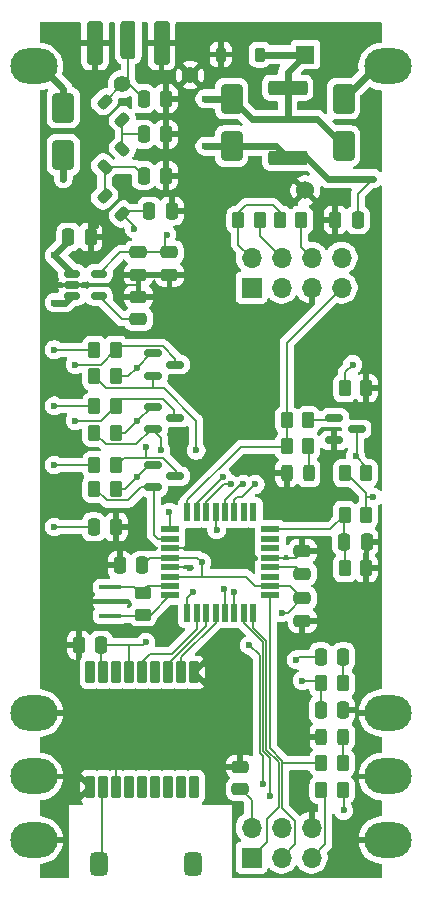
<source format=gbr>
%TF.GenerationSoftware,KiCad,Pcbnew,9.0.0*%
%TF.CreationDate,2025-03-01T12:53:57-06:00*%
%TF.ProjectId,ptSolar,7074536f-6c61-4722-9e6b-696361645f70,rev?*%
%TF.SameCoordinates,Original*%
%TF.FileFunction,Copper,L1,Top*%
%TF.FilePolarity,Positive*%
%FSLAX46Y46*%
G04 Gerber Fmt 4.6, Leading zero omitted, Abs format (unit mm)*
G04 Created by KiCad (PCBNEW 9.0.0) date 2025-03-01 12:53:57*
%MOMM*%
%LPD*%
G01*
G04 APERTURE LIST*
G04 Aperture macros list*
%AMRoundRect*
0 Rectangle with rounded corners*
0 $1 Rounding radius*
0 $2 $3 $4 $5 $6 $7 $8 $9 X,Y pos of 4 corners*
0 Add a 4 corners polygon primitive as box body*
4,1,4,$2,$3,$4,$5,$6,$7,$8,$9,$2,$3,0*
0 Add four circle primitives for the rounded corners*
1,1,$1+$1,$2,$3*
1,1,$1+$1,$4,$5*
1,1,$1+$1,$6,$7*
1,1,$1+$1,$8,$9*
0 Add four rect primitives between the rounded corners*
20,1,$1+$1,$2,$3,$4,$5,0*
20,1,$1+$1,$4,$5,$6,$7,0*
20,1,$1+$1,$6,$7,$8,$9,0*
20,1,$1+$1,$8,$9,$2,$3,0*%
G04 Aperture macros list end*
%TA.AperFunction,ComponentPad*%
%ADD10O,4.000000X3.000000*%
%TD*%
%TA.AperFunction,SMDPad,CuDef*%
%ADD11RoundRect,0.375000X0.375000X0.625000X-0.375000X0.625000X-0.375000X-0.625000X0.375000X-0.625000X0*%
%TD*%
%TA.AperFunction,SMDPad,CuDef*%
%ADD12RoundRect,0.250000X-0.262500X-0.450000X0.262500X-0.450000X0.262500X0.450000X-0.262500X0.450000X0*%
%TD*%
%TA.AperFunction,SMDPad,CuDef*%
%ADD13RoundRect,0.250000X0.262500X0.450000X-0.262500X0.450000X-0.262500X-0.450000X0.262500X-0.450000X0*%
%TD*%
%TA.AperFunction,SMDPad,CuDef*%
%ADD14RoundRect,0.250000X0.475000X-0.250000X0.475000X0.250000X-0.475000X0.250000X-0.475000X-0.250000X0*%
%TD*%
%TA.AperFunction,SMDPad,CuDef*%
%ADD15RoundRect,0.243750X-0.243750X-0.456250X0.243750X-0.456250X0.243750X0.456250X-0.243750X0.456250X0*%
%TD*%
%TA.AperFunction,SMDPad,CuDef*%
%ADD16RoundRect,0.250000X-1.425000X0.362500X-1.425000X-0.362500X1.425000X-0.362500X1.425000X0.362500X0*%
%TD*%
%TA.AperFunction,SMDPad,CuDef*%
%ADD17RoundRect,0.250000X0.250000X0.475000X-0.250000X0.475000X-0.250000X-0.475000X0.250000X-0.475000X0*%
%TD*%
%TA.AperFunction,SMDPad,CuDef*%
%ADD18RoundRect,0.250000X-0.250000X-0.475000X0.250000X-0.475000X0.250000X0.475000X-0.250000X0.475000X0*%
%TD*%
%TA.AperFunction,ComponentPad*%
%ADD19C,1.400000*%
%TD*%
%TA.AperFunction,SMDPad,CuDef*%
%ADD20RoundRect,0.150000X-0.587500X-0.150000X0.587500X-0.150000X0.587500X0.150000X-0.587500X0.150000X0*%
%TD*%
%TA.AperFunction,SMDPad,CuDef*%
%ADD21R,1.600000X0.550000*%
%TD*%
%TA.AperFunction,SMDPad,CuDef*%
%ADD22R,0.550000X1.600000*%
%TD*%
%TA.AperFunction,SMDPad,CuDef*%
%ADD23RoundRect,0.150000X-0.512500X-0.150000X0.512500X-0.150000X0.512500X0.150000X-0.512500X0.150000X0*%
%TD*%
%TA.AperFunction,SMDPad,CuDef*%
%ADD24RoundRect,0.250000X-0.475000X0.250000X-0.475000X-0.250000X0.475000X-0.250000X0.475000X0.250000X0*%
%TD*%
%TA.AperFunction,SMDPad,CuDef*%
%ADD25RoundRect,0.225000X0.225000X0.375000X-0.225000X0.375000X-0.225000X-0.375000X0.225000X-0.375000X0*%
%TD*%
%TA.AperFunction,SMDPad,CuDef*%
%ADD26RoundRect,0.080000X0.320000X-0.820000X0.320000X0.820000X-0.320000X0.820000X-0.320000X-0.820000X0*%
%TD*%
%TA.AperFunction,SMDPad,CuDef*%
%ADD27RoundRect,0.218750X0.114905X-0.424264X0.424264X-0.114905X-0.114905X0.424264X-0.424264X0.114905X0*%
%TD*%
%TA.AperFunction,SMDPad,CuDef*%
%ADD28RoundRect,0.250000X-0.450000X0.262500X-0.450000X-0.262500X0.450000X-0.262500X0.450000X0.262500X0*%
%TD*%
%TA.AperFunction,SMDPad,CuDef*%
%ADD29RoundRect,0.250000X0.650000X-1.000000X0.650000X1.000000X-0.650000X1.000000X-0.650000X-1.000000X0*%
%TD*%
%TA.AperFunction,SMDPad,CuDef*%
%ADD30RoundRect,0.218750X0.424264X0.114905X0.114905X0.424264X-0.424264X-0.114905X-0.114905X-0.424264X0*%
%TD*%
%TA.AperFunction,SMDPad,CuDef*%
%ADD31RoundRect,0.250000X0.385000X1.350000X-0.385000X1.350000X-0.385000X-1.350000X0.385000X-1.350000X0*%
%TD*%
%TA.AperFunction,SMDPad,CuDef*%
%ADD32RoundRect,0.250000X0.425000X1.600000X-0.425000X1.600000X-0.425000X-1.600000X0.425000X-1.600000X0*%
%TD*%
%TA.AperFunction,SMDPad,CuDef*%
%ADD33R,1.900000X0.400000*%
%TD*%
%TA.AperFunction,ComponentPad*%
%ADD34R,1.700000X1.700000*%
%TD*%
%TA.AperFunction,ComponentPad*%
%ADD35O,1.700000X1.700000*%
%TD*%
%TA.AperFunction,ComponentPad*%
%ADD36R,1.524000X1.524000*%
%TD*%
%TA.AperFunction,ComponentPad*%
%ADD37C,1.524000*%
%TD*%
%TA.AperFunction,ViaPad*%
%ADD38C,0.600000*%
%TD*%
%TA.AperFunction,Conductor*%
%ADD39C,0.200000*%
%TD*%
%TA.AperFunction,Conductor*%
%ADD40C,0.600000*%
%TD*%
G04 APERTURE END LIST*
D10*
%TO.P,PV1,1,V+*%
%TO.N,Net-(D1-A)*%
X137250000Y-72000000D03*
%TO.P,PV1,2,V-*%
%TO.N,GND*%
X137250000Y-126750000D03*
X137250000Y-132125000D03*
X137250000Y-137500000D03*
%TD*%
D11*
%TO.P,ANT1,1,RF*%
%TO.N,Net-(ANT1-RF)*%
X142750000Y-139500000D03*
%TO.P,ANT1,2*%
%TO.N,N/C*%
X150750000Y-139500000D03*
%TD*%
D12*
%TO.P,R17,1*%
%TO.N,/DIG-PTT*%
X158675000Y-101956250D03*
%TO.P,R17,2*%
%TO.N,Net-(Q4-B)*%
X160500000Y-101956250D03*
%TD*%
D13*
%TO.P,R7,1*%
%TO.N,+3.3V*%
X163432500Y-133250000D03*
%TO.P,R7,2*%
%TO.N,/RESET*%
X161607500Y-133250000D03*
%TD*%
D12*
%TO.P,R12,1*%
%TO.N,Net-(Q2-S)*%
X142385974Y-103001526D03*
%TO.P,R12,2*%
%TO.N,+3.3V*%
X144210974Y-103001526D03*
%TD*%
D14*
%TO.P,C7,1*%
%TO.N,Net-(U1-BP)*%
X146125000Y-93400000D03*
%TO.P,C7,2*%
%TO.N,GND*%
X146125000Y-91500000D03*
%TD*%
D15*
%TO.P,D5,1,K*%
%TO.N,GND*%
X158670000Y-106456250D03*
%TO.P,D5,2,A*%
%TO.N,Net-(D5-A)*%
X160545000Y-106456250D03*
%TD*%
D16*
%TO.P,R1,1*%
%TO.N,Net-(D1-K)*%
X158750000Y-73810000D03*
%TO.P,R1,2*%
%TO.N,+BATT*%
X158750000Y-79735000D03*
%TD*%
D12*
%TO.P,R10,1*%
%TO.N,Net-(Q1-S)*%
X142385974Y-107753052D03*
%TO.P,R10,2*%
%TO.N,+3.3V*%
X144210974Y-107753052D03*
%TD*%
D17*
%TO.P,C16,1*%
%TO.N,GND*%
X148950000Y-84250000D03*
%TO.P,C16,2*%
%TO.N,Net-(U3-ANTENNA)*%
X147050000Y-84250000D03*
%TD*%
D18*
%TO.P,C14,1*%
%TO.N,Net-(U2-PD3)*%
X161570000Y-122000000D03*
%TO.P,C14,2*%
%TO.N,Net-(C14-Pad2)*%
X163470000Y-122000000D03*
%TD*%
D19*
%TO.P,ANT2b1,1,Pin_1*%
%TO.N,GND*%
X150500000Y-72750000D03*
%TD*%
D12*
%TO.P,R9,1*%
%TO.N,+3.3V*%
X158087500Y-85000000D03*
%TO.P,R9,2*%
%TO.N,/SDA*%
X159912500Y-85000000D03*
%TD*%
D20*
%TO.P,Q2,1,G*%
%TO.N,+3.3V*%
X147375000Y-100801526D03*
%TO.P,Q2,2,S*%
%TO.N,Net-(Q2-S)*%
X147375000Y-102701526D03*
%TO.P,Q2,3,D*%
%TO.N,Net-(Q2-D)*%
X149250000Y-101751526D03*
%TD*%
D21*
%TO.P,U2,1,PD3*%
%TO.N,Net-(U2-PD3)*%
X148800000Y-111200000D03*
%TO.P,U2,2,PD4*%
%TO.N,Net-(Q1-S)*%
X148800000Y-112000000D03*
%TO.P,U2,3,GND*%
%TO.N,GND*%
X148800000Y-112800000D03*
%TO.P,U2,4,VCC*%
%TO.N,+3.3V*%
X148800000Y-113600000D03*
%TO.P,U2,5,GND*%
%TO.N,GND*%
X148800000Y-114400000D03*
%TO.P,U2,6,VCC*%
%TO.N,+3.3V*%
X148800000Y-115200000D03*
%TO.P,U2,7,XTAL1/PB6*%
%TO.N,Net-(U2-XTAL1{slash}PB6)*%
X148800000Y-116000000D03*
%TO.P,U2,8,XTAL2/PB7*%
%TO.N,Net-(U2-XTAL2{slash}PB7)*%
X148800000Y-116800000D03*
D22*
%TO.P,U2,9,PD5*%
%TO.N,Net-(J2-Pin_8)*%
X150250000Y-118250000D03*
%TO.P,U2,10,PD6*%
%TO.N,/GPS-EN*%
X151050000Y-118250000D03*
%TO.P,U2,11,PD7*%
%TO.N,/GPS-TX*%
X151850000Y-118250000D03*
%TO.P,U2,12,PB0*%
%TO.N,/GPS-RX*%
X152650000Y-118250000D03*
%TO.P,U2,13,PB1*%
%TO.N,Net-(Q2-S)*%
X153450000Y-118250000D03*
%TO.P,U2,14,PB2*%
%TO.N,Net-(Q3-S)*%
X154250000Y-118250000D03*
%TO.P,U2,15,PB3*%
%TO.N,/MOSI*%
X155050000Y-118250000D03*
%TO.P,U2,16,PB4*%
%TO.N,/MISO*%
X155850000Y-118250000D03*
D21*
%TO.P,U2,17,PB5*%
%TO.N,/SCK*%
X157300000Y-116800000D03*
%TO.P,U2,18,AVCC*%
%TO.N,+3.3V*%
X157300000Y-116000000D03*
%TO.P,U2,19,ADC6*%
%TO.N,unconnected-(U2-ADC6-Pad19)*%
X157300000Y-115200000D03*
%TO.P,U2,20,AREF*%
%TO.N,Net-(U2-AREF)*%
X157300000Y-114400000D03*
%TO.P,U2,21,GND*%
%TO.N,GND*%
X157300000Y-113600000D03*
%TO.P,U2,22,ADC7*%
%TO.N,unconnected-(U2-ADC7-Pad22)*%
X157300000Y-112800000D03*
%TO.P,U2,23,PC0*%
%TO.N,unconnected-(U2-PC0-Pad23)*%
X157300000Y-112000000D03*
%TO.P,U2,24,PC1*%
%TO.N,/BATT-SENSE*%
X157300000Y-111200000D03*
D22*
%TO.P,U2,25,PC2*%
%TO.N,unconnected-(U2-PC2-Pad25)*%
X155850000Y-109750000D03*
%TO.P,U2,26,PC3*%
%TO.N,unconnected-(U2-PC3-Pad26)*%
X155050000Y-109750000D03*
%TO.P,U2,27,PC4*%
%TO.N,/SDA*%
X154250000Y-109750000D03*
%TO.P,U2,28,PC5*%
%TO.N,/SCL*%
X153450000Y-109750000D03*
%TO.P,U2,29,~{RESET}/PC6*%
%TO.N,/RESET*%
X152650000Y-109750000D03*
%TO.P,U2,30,PD0*%
%TO.N,Net-(J2-Pin_1)*%
X151850000Y-109750000D03*
%TO.P,U2,31,PD1*%
%TO.N,Net-(J2-Pin_3)*%
X151050000Y-109750000D03*
%TO.P,U2,32,PD2*%
%TO.N,/DIG-PTT*%
X150250000Y-109750000D03*
%TD*%
D13*
%TO.P,R11,1*%
%TO.N,Net-(Q1-D)*%
X144210974Y-105753052D03*
%TO.P,R11,2*%
%TO.N,+BATT*%
X142385974Y-105753052D03*
%TD*%
D23*
%TO.P,U1,1,IN*%
%TO.N,+BATT*%
X140487500Y-89550000D03*
%TO.P,U1,2,GND*%
%TO.N,GND*%
X140487500Y-90500000D03*
%TO.P,U1,3,EN*%
%TO.N,+BATT*%
X140487500Y-91450000D03*
%TO.P,U1,4,BP*%
%TO.N,Net-(U1-BP)*%
X142762500Y-91450000D03*
%TO.P,U1,5,OUT*%
%TO.N,+3.3V*%
X142762500Y-89550000D03*
%TD*%
D18*
%TO.P,C2,1*%
%TO.N,/BATT-SENSE*%
X163530000Y-112250000D03*
%TO.P,C2,2*%
%TO.N,GND*%
X165430000Y-112250000D03*
%TD*%
D24*
%TO.P,C11,1*%
%TO.N,+3.3V*%
X160000000Y-117050000D03*
%TO.P,C11,2*%
%TO.N,GND*%
X160000000Y-118950000D03*
%TD*%
D25*
%TO.P,D3,1,K*%
%TO.N,Net-(D1-K)*%
X156400000Y-71000000D03*
%TO.P,D3,2,A*%
%TO.N,GND*%
X153100000Y-71000000D03*
%TD*%
D14*
%TO.P,C5,1*%
%TO.N,+BATT*%
X154750000Y-133200000D03*
%TO.P,C5,2*%
%TO.N,GND*%
X154750000Y-131300000D03*
%TD*%
D17*
%TO.P,C10,1*%
%TO.N,+3.3V*%
X146450000Y-114250000D03*
%TO.P,C10,2*%
%TO.N,GND*%
X144550000Y-114250000D03*
%TD*%
D12*
%TO.P,R2,1*%
%TO.N,/BATT-SENSE*%
X163587500Y-109970000D03*
%TO.P,R2,2*%
%TO.N,+BATT*%
X165412500Y-109970000D03*
%TD*%
D24*
%TO.P,C8,1*%
%TO.N,+3.3V*%
X146125000Y-87750000D03*
%TO.P,C8,2*%
%TO.N,GND*%
X146125000Y-89650000D03*
%TD*%
D26*
%TO.P,U4,1,GND*%
%TO.N,GND*%
X150850000Y-123300000D03*
%TO.P,U4,2,TXD*%
%TO.N,/GPS-RX*%
X149750000Y-123300000D03*
%TO.P,U4,3,RXD*%
%TO.N,/GPS-TX*%
X148650000Y-123300000D03*
%TO.P,U4,4,1PPS*%
%TO.N,unconnected-(U4-1PPS-Pad4)*%
X147550000Y-123300000D03*
%TO.P,U4,5,ON/OFF*%
%TO.N,/GPS-EN*%
X146450000Y-123300000D03*
%TO.P,U4,6,VBATT*%
%TO.N,+3.3V*%
X145350000Y-123300000D03*
%TO.P,U4,7,NC*%
%TO.N,unconnected-(U4-NC-Pad7)*%
X144250000Y-123300000D03*
%TO.P,U4,8,VCC*%
%TO.N,+3.3V*%
X143150000Y-123300000D03*
%TO.P,U4,9,NRESET*%
%TO.N,unconnected-(U4-NRESET-Pad9)*%
X142050000Y-123300000D03*
%TO.P,U4,10,GND*%
%TO.N,GND*%
X142050000Y-133000000D03*
%TO.P,U4,11,RF_IN*%
%TO.N,Net-(ANT1-RF)*%
X143150000Y-133000000D03*
%TO.P,U4,12,GND*%
%TO.N,GND*%
X144250000Y-133000000D03*
%TO.P,U4,13,NC*%
%TO.N,unconnected-(U4-NC-Pad13)*%
X145350000Y-133000000D03*
%TO.P,U4,14,VCC_RF*%
%TO.N,unconnected-(U4-VCC_RF-Pad14)*%
X146450000Y-133000000D03*
%TO.P,U4,15,RESERVED*%
%TO.N,unconnected-(U4-RESERVED-Pad15)*%
X147550000Y-133000000D03*
%TO.P,U4,16,SDA*%
%TO.N,unconnected-(U4-SDA-Pad16)*%
X148650000Y-133000000D03*
%TO.P,U4,17,SCL*%
%TO.N,unconnected-(U4-SCL-Pad17)*%
X149750000Y-133000000D03*
%TO.P,U4,18,RESERVED*%
%TO.N,unconnected-(U4-RESERVED-Pad18)*%
X150850000Y-133000000D03*
%TD*%
D27*
%TO.P,L2,1,1*%
%TO.N,Net-(C17-Pad2)*%
X143248699Y-80501301D03*
%TO.P,L2,2,2*%
%TO.N,Net-(C18-Pad2)*%
X144751301Y-78998699D03*
%TD*%
D10*
%TO.P,JPV2,1,V+*%
%TO.N,Net-(D2-A)*%
X167250000Y-72000000D03*
%TO.P,JPV2,2,V-*%
%TO.N,GND*%
X167250000Y-126750000D03*
X167250000Y-132125000D03*
X167250000Y-137500000D03*
%TD*%
D19*
%TO.P,ANT2a1,1,Pin_1*%
%TO.N,Net-(ANT2-In)*%
X144750000Y-73500000D03*
%TD*%
D17*
%TO.P,C18,1*%
%TO.N,GND*%
X148450000Y-77750000D03*
%TO.P,C18,2*%
%TO.N,Net-(C18-Pad2)*%
X146550000Y-77750000D03*
%TD*%
D28*
%TO.P,R6,1*%
%TO.N,Net-(U2-XTAL1{slash}PB6)*%
X146500000Y-116587500D03*
%TO.P,R6,2*%
%TO.N,Net-(U2-XTAL2{slash}PB7)*%
X146500000Y-118412500D03*
%TD*%
D29*
%TO.P,D1,1,K*%
%TO.N,Net-(D1-K)*%
X139750000Y-79500000D03*
%TO.P,D1,2,A*%
%TO.N,Net-(D1-A)*%
X139750000Y-75500000D03*
%TD*%
D17*
%TO.P,C19,1*%
%TO.N,GND*%
X148450000Y-74750000D03*
%TO.P,C19,2*%
%TO.N,Net-(ANT2-In)*%
X146550000Y-74750000D03*
%TD*%
D12*
%TO.P,R4,1*%
%TO.N,/DIG-PTT*%
X158675000Y-104183750D03*
%TO.P,R4,2*%
%TO.N,Net-(D5-A)*%
X160500000Y-104183750D03*
%TD*%
D13*
%TO.P,R3,1*%
%TO.N,GND*%
X165412500Y-114500000D03*
%TO.P,R3,2*%
%TO.N,/BATT-SENSE*%
X163587500Y-114500000D03*
%TD*%
%TO.P,R19,1*%
%TO.N,GND*%
X165412500Y-99250000D03*
%TO.P,R19,2*%
%TO.N,Net-(U3-HIGH{slash}LOW)*%
X163587500Y-99250000D03*
%TD*%
D24*
%TO.P,C9,1*%
%TO.N,+3.3V*%
X148750000Y-87750000D03*
%TO.P,C9,2*%
%TO.N,GND*%
X148750000Y-89650000D03*
%TD*%
D14*
%TO.P,C13,1*%
%TO.N,Net-(U2-AREF)*%
X160000000Y-114950000D03*
%TO.P,C13,2*%
%TO.N,GND*%
X160000000Y-113050000D03*
%TD*%
D20*
%TO.P,Q4,1,B*%
%TO.N,Net-(Q4-B)*%
X162712500Y-101756250D03*
%TO.P,Q4,2,E*%
%TO.N,GND*%
X162712500Y-103656250D03*
%TO.P,Q4,3,C*%
%TO.N,Net-(Q4-C)*%
X164587500Y-102706250D03*
%TD*%
D18*
%TO.P,C6,1*%
%TO.N,+BATT*%
X140175000Y-86450000D03*
%TO.P,C6,2*%
%TO.N,GND*%
X142075000Y-86450000D03*
%TD*%
%TO.P,C15,1*%
%TO.N,Net-(U3-MIC-IN)*%
X161570000Y-126500000D03*
%TO.P,C15,2*%
%TO.N,GND*%
X163470000Y-126500000D03*
%TD*%
D13*
%TO.P,R13,1*%
%TO.N,Net-(Q2-D)*%
X144210974Y-100751526D03*
%TO.P,R13,2*%
%TO.N,+BATT*%
X142385974Y-100751526D03*
%TD*%
D30*
%TO.P,L1,1,1*%
%TO.N,Net-(U3-ANTENNA)*%
X144751301Y-84501301D03*
%TO.P,L1,2,2*%
%TO.N,Net-(C17-Pad2)*%
X143248699Y-82998699D03*
%TD*%
D31*
%TO.P,ANT2,1,In*%
%TO.N,Net-(ANT2-In)*%
X145250000Y-69750000D03*
D32*
%TO.P,ANT2,2,Ext*%
%TO.N,GND*%
X142425000Y-70000000D03*
X148075000Y-70000000D03*
%TD*%
D33*
%TO.P,Y1,1,1*%
%TO.N,Net-(U2-XTAL2{slash}PB7)*%
X143750000Y-118500000D03*
%TO.P,Y1,2,2*%
%TO.N,GND*%
X143750000Y-117300000D03*
%TO.P,Y1,3,3*%
%TO.N,Net-(U2-XTAL1{slash}PB6)*%
X143750000Y-116100000D03*
%TD*%
D30*
%TO.P,L3,1,1*%
%TO.N,Net-(C18-Pad2)*%
X144751301Y-76501301D03*
%TO.P,L3,2,2*%
%TO.N,Net-(ANT2-In)*%
X143248699Y-74998699D03*
%TD*%
D17*
%TO.P,C4,1*%
%TO.N,+BATT*%
X164700000Y-85000000D03*
%TO.P,C4,2*%
%TO.N,GND*%
X162800000Y-85000000D03*
%TD*%
D12*
%TO.P,R5,1*%
%TO.N,/SCK*%
X161607500Y-131000000D03*
%TO.P,R5,2*%
%TO.N,Net-(D6-A)*%
X163432500Y-131000000D03*
%TD*%
D34*
%TO.P,J1,1,Pin_1*%
%TO.N,/MISO*%
X155700000Y-139000000D03*
D35*
%TO.P,J1,2,Pin_2*%
%TO.N,+BATT*%
X155700000Y-136460000D03*
%TO.P,J1,3,Pin_3*%
%TO.N,/SCK*%
X158240000Y-139000000D03*
%TO.P,J1,4,Pin_4*%
%TO.N,/MOSI*%
X158240000Y-136460000D03*
%TO.P,J1,5,Pin_5*%
%TO.N,/RESET*%
X160780000Y-139000000D03*
%TO.P,J1,6,Pin_6*%
%TO.N,GND*%
X160780000Y-136460000D03*
%TD*%
D15*
%TO.P,D6,1,K*%
%TO.N,GND*%
X161602500Y-128750000D03*
%TO.P,D6,2,A*%
%TO.N,Net-(D6-A)*%
X163477500Y-128750000D03*
%TD*%
D13*
%TO.P,R16,1*%
%TO.N,Net-(C14-Pad2)*%
X163432500Y-124250000D03*
%TO.P,R16,2*%
%TO.N,Net-(U3-MIC-IN)*%
X161607500Y-124250000D03*
%TD*%
D29*
%TO.P,D2,1,K*%
%TO.N,Net-(D1-K)*%
X163500000Y-78750000D03*
%TO.P,D2,2,A*%
%TO.N,Net-(D2-A)*%
X163500000Y-74750000D03*
%TD*%
D12*
%TO.P,R14,1*%
%TO.N,Net-(Q3-S)*%
X142385974Y-98250000D03*
%TO.P,R14,2*%
%TO.N,+3.3V*%
X144210974Y-98250000D03*
%TD*%
D20*
%TO.P,Q3,1,G*%
%TO.N,+3.3V*%
X147375000Y-96300000D03*
%TO.P,Q3,2,S*%
%TO.N,Net-(Q3-S)*%
X147375000Y-98200000D03*
%TO.P,Q3,3,D*%
%TO.N,Net-(Q3-D)*%
X149250000Y-97250000D03*
%TD*%
D12*
%TO.P,R8,1*%
%TO.N,+3.3V*%
X154587500Y-85000000D03*
%TO.P,R8,2*%
%TO.N,/SCL*%
X156412500Y-85000000D03*
%TD*%
D13*
%TO.P,R18,1*%
%TO.N,Net-(Q4-C)*%
X165412500Y-106456250D03*
%TO.P,R18,2*%
%TO.N,+BATT*%
X163587500Y-106456250D03*
%TD*%
D18*
%TO.P,C3,1*%
%TO.N,+BATT*%
X142328474Y-111000000D03*
%TO.P,C3,2*%
%TO.N,GND*%
X144228474Y-111000000D03*
%TD*%
D29*
%TO.P,D4,1,K*%
%TO.N,+BATT*%
X154000000Y-78750000D03*
%TO.P,D4,2,A*%
%TO.N,Net-(D1-K)*%
X154000000Y-74750000D03*
%TD*%
D20*
%TO.P,Q1,1,G*%
%TO.N,+3.3V*%
X147375000Y-105753052D03*
%TO.P,Q1,2,S*%
%TO.N,Net-(Q1-S)*%
X147375000Y-107653052D03*
%TO.P,Q1,3,D*%
%TO.N,Net-(Q1-D)*%
X149250000Y-106703052D03*
%TD*%
D17*
%TO.P,C17,1*%
%TO.N,GND*%
X148450000Y-81250000D03*
%TO.P,C17,2*%
%TO.N,Net-(C17-Pad2)*%
X146550000Y-81250000D03*
%TD*%
D13*
%TO.P,R15,1*%
%TO.N,Net-(Q3-D)*%
X144210974Y-96000000D03*
%TO.P,R15,2*%
%TO.N,+BATT*%
X142385974Y-96000000D03*
%TD*%
D34*
%TO.P,J2,1,Pin_1*%
%TO.N,Net-(J2-Pin_1)*%
X155700000Y-90740000D03*
D35*
%TO.P,J2,2,Pin_2*%
%TO.N,+3.3V*%
X155700000Y-88200000D03*
%TO.P,J2,3,Pin_3*%
%TO.N,Net-(J2-Pin_3)*%
X158240000Y-90740000D03*
%TO.P,J2,4,Pin_4*%
%TO.N,/SCL*%
X158240000Y-88200000D03*
%TO.P,J2,5,Pin_5*%
%TO.N,GND*%
X160780000Y-90740000D03*
%TO.P,J2,6,Pin_6*%
%TO.N,/SDA*%
X160780000Y-88200000D03*
%TO.P,J2,7,Pin_7*%
%TO.N,/DIG-PTT*%
X163320000Y-90740000D03*
%TO.P,J2,8,Pin_8*%
%TO.N,Net-(J2-Pin_8)*%
X163320000Y-88200000D03*
%TD*%
D17*
%TO.P,C12,1*%
%TO.N,+3.3V*%
X142950000Y-121000000D03*
%TO.P,C12,2*%
%TO.N,GND*%
X141050000Y-121000000D03*
%TD*%
D36*
%TO.P,C1,1*%
%TO.N,Net-(D1-K)*%
X160250000Y-71000000D03*
D37*
%TO.P,C1,2*%
%TO.N,GND*%
X160250000Y-82500000D03*
%TD*%
D38*
%TO.N,+BATT*%
X139000000Y-105750000D03*
X139000000Y-96000000D03*
X151750000Y-78750000D03*
X166000000Y-81500000D03*
X139000000Y-100750000D03*
X166000000Y-108500000D03*
X139000000Y-111000000D03*
X139000000Y-92000000D03*
X139000000Y-88000000D03*
%TO.N,GND*%
X151000000Y-85000000D03*
X151000000Y-81500000D03*
X142500000Y-85500000D03*
X165250000Y-69000000D03*
X164250000Y-119250000D03*
X148750000Y-120000000D03*
X153000000Y-131250000D03*
X140750000Y-94000000D03*
X139750000Y-69000000D03*
X165750000Y-77000000D03*
X144250000Y-90500000D03*
X151250000Y-92500000D03*
X151750000Y-69000000D03*
X151250000Y-89750000D03*
X159500000Y-109250000D03*
X159750000Y-98750000D03*
X155250000Y-113250000D03*
X150500000Y-114500000D03*
X164500000Y-93250000D03*
X151000000Y-76750000D03*
X139000000Y-123750000D03*
X156000000Y-93250000D03*
X150500000Y-112750000D03*
X139000000Y-113750000D03*
X153000000Y-123250000D03*
%TO.N,Net-(U3-ANTENNA)*%
X145750000Y-85750000D03*
%TO.N,/RESET*%
X156650000Y-132750000D03*
X152750000Y-111250000D03*
X155500000Y-121000000D03*
%TO.N,/MOSI*%
X157250000Y-133750000D03*
%TO.N,/SCL*%
X155000000Y-107400000D03*
%TO.N,/SDA*%
X156000000Y-107400000D03*
%TO.N,+3.3V*%
X163500000Y-135000000D03*
X151500000Y-114000000D03*
X158250000Y-118250000D03*
X148531250Y-86250000D03*
X146750000Y-120750000D03*
X146000000Y-106750000D03*
X146000000Y-97500000D03*
X146000000Y-102000000D03*
%TO.N,Net-(U3-MIC-IN)*%
X160000000Y-124000000D03*
%TO.N,Net-(U3-HIGH{slash}LOW)*%
X164250000Y-97250000D03*
%TO.N,Net-(J2-Pin_1)*%
X153925735Y-107400000D03*
%TO.N,Net-(U2-PD3)*%
X148750000Y-109750000D03*
X159500000Y-122250000D03*
%TO.N,Net-(J2-Pin_8)*%
X150750000Y-116500000D03*
%TO.N,Net-(J2-Pin_3)*%
X153250000Y-106750000D03*
%TO.N,Net-(D1-K)*%
X139750000Y-81500000D03*
X151750000Y-74750000D03*
%TO.N,Net-(Q1-D)*%
X146750000Y-104250000D03*
%TO.N,Net-(Q4-C)*%
X164500000Y-105000000D03*
%TO.N,Net-(Q2-D)*%
X140750000Y-102000000D03*
%TO.N,Net-(Q2-S)*%
X148000000Y-104500000D03*
X153350000Y-116250000D03*
%TO.N,Net-(Q3-D)*%
X140750000Y-97250000D03*
%TO.N,Net-(Q3-S)*%
X154250000Y-116500000D03*
X151000000Y-104500000D03*
%TD*%
D39*
%TO.N,+BATT*%
X164700000Y-82800000D02*
X166000000Y-81500000D01*
X142385974Y-100751526D02*
X139001526Y-100751526D01*
X154750000Y-133200000D02*
X155700000Y-134150000D01*
X142550000Y-111000000D02*
X139000000Y-111000000D01*
D40*
X166000000Y-81500000D02*
X162190000Y-81500000D01*
X140175000Y-86825000D02*
X140175000Y-86450000D01*
X154000000Y-78750000D02*
X157765000Y-78750000D01*
X139937500Y-92000000D02*
X140487500Y-91450000D01*
X157765000Y-78750000D02*
X158750000Y-79735000D01*
D39*
X164700000Y-85000000D02*
X164700000Y-82800000D01*
X139003052Y-105753052D02*
X139000000Y-105750000D01*
D40*
X139000000Y-92000000D02*
X139937500Y-92000000D01*
X154000000Y-78750000D02*
X151750000Y-78750000D01*
D39*
X165412500Y-108500000D02*
X165412500Y-108162500D01*
D40*
X140487500Y-89487500D02*
X139000000Y-88000000D01*
D39*
X163706250Y-106456250D02*
X163587500Y-106456250D01*
X155700000Y-134150000D02*
X155700000Y-136460000D01*
X139001526Y-100751526D02*
X139000000Y-100750000D01*
X165412500Y-108162500D02*
X163706250Y-106456250D01*
D40*
X140487500Y-89550000D02*
X140487500Y-89487500D01*
X160425000Y-79735000D02*
X158750000Y-79735000D01*
D39*
X166000000Y-108500000D02*
X165412500Y-108500000D01*
X165412500Y-109970000D02*
X165412500Y-108500000D01*
D40*
X139000000Y-88000000D02*
X140175000Y-86825000D01*
D39*
X142337500Y-96000000D02*
X139000000Y-96000000D01*
X142462500Y-105753052D02*
X139003052Y-105753052D01*
D40*
X162190000Y-81500000D02*
X160425000Y-79735000D01*
D39*
%TO.N,GND*%
X165430000Y-112485000D02*
X165430000Y-112900000D01*
X150400000Y-114400000D02*
X150500000Y-114500000D01*
X159450000Y-113600000D02*
X160000000Y-113050000D01*
X146125000Y-89650000D02*
X148375000Y-89650000D01*
X165412500Y-112467500D02*
X165430000Y-112485000D01*
X146075000Y-90500000D02*
X146125000Y-90450000D01*
X150450000Y-112800000D02*
X150500000Y-112750000D01*
X165430000Y-112900000D02*
X165412500Y-112917500D01*
X148800000Y-114400000D02*
X150400000Y-114400000D01*
X140487500Y-90500000D02*
X144250000Y-90500000D01*
X146125000Y-90550000D02*
X146075000Y-90500000D01*
X146125000Y-91500000D02*
X146125000Y-90550000D01*
X146125000Y-90450000D02*
X146125000Y-89650000D01*
X144250000Y-90500000D02*
X146075000Y-90500000D01*
X144250000Y-133000000D02*
X144250000Y-130750000D01*
X148800000Y-112800000D02*
X150450000Y-112800000D01*
X157300000Y-113600000D02*
X159450000Y-113600000D01*
%TO.N,Net-(U3-ANTENNA)*%
X145750000Y-85500000D02*
X144751301Y-84501301D01*
X147050000Y-84250000D02*
X145002602Y-84250000D01*
X145750000Y-85750000D02*
X145750000Y-85500000D01*
X145002602Y-84250000D02*
X144751301Y-84501301D01*
%TO.N,/RESET*%
X161587500Y-133250000D02*
X161930000Y-133592500D01*
X156650000Y-130400000D02*
X156380000Y-130130000D01*
X156650000Y-132750000D02*
X156650000Y-130400000D01*
X161930000Y-133592500D02*
X161930000Y-137850000D01*
X156380000Y-130130000D02*
X156380000Y-121880000D01*
X156380000Y-121880000D02*
X155500000Y-121000000D01*
X161930000Y-137850000D02*
X160780000Y-139000000D01*
X152650000Y-109750000D02*
X152650000Y-111150000D01*
X152650000Y-111150000D02*
X152750000Y-111250000D01*
%TO.N,/MOSI*%
X157250000Y-133750000D02*
X157250000Y-130570244D01*
X155050000Y-119125000D02*
X155050000Y-118250000D01*
X156670000Y-129990244D02*
X156670000Y-120745000D01*
X156670000Y-120745000D02*
X155050000Y-119125000D01*
X157250000Y-130570244D02*
X156670000Y-129990244D01*
%TO.N,/SCK*%
X161587500Y-131000000D02*
X158290000Y-131000000D01*
X158290000Y-130790000D02*
X157250000Y-129750000D01*
X158290000Y-134810031D02*
X158290000Y-131000000D01*
X159390000Y-137850000D02*
X159390000Y-135910031D01*
X157250000Y-129750000D02*
X157250000Y-116850000D01*
X157250000Y-116850000D02*
X157300000Y-116800000D01*
X159390000Y-135910031D02*
X158290000Y-134810031D01*
X158240000Y-139000000D02*
X159390000Y-137850000D01*
X158290000Y-131000000D02*
X158290000Y-130790000D01*
%TO.N,/MISO*%
X156960000Y-120624878D02*
X156960000Y-129870122D01*
X157000000Y-135750000D02*
X157000000Y-137700000D01*
X157000000Y-137700000D02*
X155700000Y-139000000D01*
X156960000Y-129870122D02*
X158000000Y-130910122D01*
X158000000Y-130910122D02*
X158000000Y-134750000D01*
X158000000Y-134750000D02*
X157000000Y-135750000D01*
X155850000Y-118250000D02*
X155850000Y-119514878D01*
X155850000Y-119514878D02*
X156960000Y-120624878D01*
%TO.N,/SCL*%
X156412500Y-85000000D02*
X156412500Y-86372500D01*
X156412500Y-86372500D02*
X158240000Y-88200000D01*
X154800000Y-107400000D02*
X155000000Y-107400000D01*
X153450000Y-108750000D02*
X154800000Y-107400000D01*
X153450000Y-109750000D02*
X153450000Y-108750000D01*
%TO.N,/SDA*%
X154250000Y-108750000D02*
X154500000Y-108500000D01*
X159912500Y-85000000D02*
X159912500Y-87332500D01*
X159912500Y-87332500D02*
X160780000Y-88200000D01*
X154900000Y-108500000D02*
X156000000Y-107400000D01*
X154500000Y-108500000D02*
X154900000Y-108500000D01*
X161087500Y-87892500D02*
X160780000Y-88200000D01*
X154250000Y-109750000D02*
X154250000Y-108750000D01*
%TO.N,+3.3V*%
X154587500Y-87087500D02*
X155700000Y-88200000D01*
X156025000Y-116000000D02*
X157300000Y-116000000D01*
X145350000Y-121100000D02*
X145250000Y-121000000D01*
X158087500Y-84337500D02*
X157500000Y-83750000D01*
X146000000Y-106750000D02*
X144996948Y-107753052D01*
X155250000Y-83750000D02*
X154587500Y-84412500D01*
X147100000Y-113600000D02*
X148800000Y-113600000D01*
X145250000Y-121000000D02*
X142950000Y-121000000D01*
X146037500Y-102000000D02*
X147235974Y-100801526D01*
X151100000Y-113600000D02*
X148800000Y-113600000D01*
X144996948Y-107753052D02*
X144287500Y-107753052D01*
X144210974Y-103001526D02*
X144998474Y-103001526D01*
X146996948Y-105753052D02*
X147342930Y-105753052D01*
X158800000Y-118250000D02*
X160000000Y-117050000D01*
X154587500Y-84412500D02*
X154587500Y-85000000D01*
X146450000Y-114250000D02*
X147100000Y-113600000D01*
X146000000Y-102000000D02*
X146037500Y-102000000D01*
X146125000Y-87750000D02*
X144562500Y-87750000D01*
X160000000Y-117050000D02*
X158950000Y-116000000D01*
X146000000Y-106750000D02*
X146996948Y-105753052D01*
X148375000Y-87750000D02*
X148375000Y-86406250D01*
X158087500Y-85000000D02*
X158087500Y-84337500D01*
X145350000Y-123300000D02*
X145350000Y-121100000D01*
X142950000Y-123100000D02*
X143150000Y-123300000D01*
X146125000Y-87750000D02*
X148375000Y-87750000D01*
X163500000Y-133337500D02*
X163412500Y-133250000D01*
X143325000Y-89550000D02*
X142762500Y-89550000D01*
X144562500Y-87750000D02*
X142762500Y-89550000D01*
X145250000Y-98250000D02*
X146000000Y-97500000D01*
X144998474Y-103001526D02*
X146000000Y-102000000D01*
X158250000Y-118250000D02*
X158800000Y-118250000D01*
X151500000Y-114000000D02*
X151500000Y-115200000D01*
X144162500Y-98250000D02*
X145250000Y-98250000D01*
X146750000Y-120750000D02*
X146500000Y-121000000D01*
X144210974Y-103001526D02*
X144210974Y-102764026D01*
X151500000Y-114000000D02*
X151100000Y-113600000D01*
X147200000Y-96300000D02*
X146000000Y-97500000D01*
X148375000Y-86406250D02*
X148531250Y-86250000D01*
X163500000Y-135000000D02*
X163500000Y-133337500D01*
X154587500Y-85000000D02*
X154587500Y-87087500D01*
X157500000Y-83750000D02*
X155250000Y-83750000D01*
X142950000Y-121000000D02*
X142950000Y-123100000D01*
X155225000Y-115200000D02*
X156025000Y-116000000D01*
X147342930Y-105753052D02*
X147390215Y-105800337D01*
X146500000Y-121000000D02*
X145250000Y-121000000D01*
X147375000Y-96300000D02*
X147200000Y-96300000D01*
X158950000Y-116000000D02*
X157300000Y-116000000D01*
X148800000Y-115200000D02*
X155225000Y-115200000D01*
%TO.N,Net-(U2-XTAL1{slash}PB6)*%
X146837500Y-116000000D02*
X146250000Y-116587500D01*
X143750000Y-116100000D02*
X145762500Y-116100000D01*
X148800000Y-116000000D02*
X146837500Y-116000000D01*
X145762500Y-116100000D02*
X146250000Y-116587500D01*
X146662500Y-117000000D02*
X146250000Y-116587500D01*
%TO.N,Net-(U2-XTAL2{slash}PB7)*%
X146162500Y-118500000D02*
X146250000Y-118412500D01*
X148800000Y-116800000D02*
X148450000Y-116800000D01*
X143750000Y-118500000D02*
X146162500Y-118500000D01*
X147187500Y-118412500D02*
X146250000Y-118412500D01*
X148800000Y-116800000D02*
X147187500Y-118412500D01*
%TO.N,Net-(U3-MIC-IN)*%
X160000000Y-124000000D02*
X161337500Y-124000000D01*
X161550000Y-124287500D02*
X161587500Y-124250000D01*
X161337500Y-124000000D02*
X161587500Y-124250000D01*
X161550000Y-126500000D02*
X161550000Y-124287500D01*
%TO.N,/DIG-PTT*%
X158675000Y-95385000D02*
X158675000Y-101956250D01*
X163320000Y-90740000D02*
X158675000Y-95385000D01*
X158675000Y-104206250D02*
X158675000Y-101956250D01*
X154793750Y-104206250D02*
X158675000Y-104206250D01*
X150250000Y-109750000D02*
X150250000Y-108750000D01*
X150250000Y-108750000D02*
X154793750Y-104206250D01*
%TO.N,Net-(D6-A)*%
X163412500Y-128775000D02*
X163437500Y-128750000D01*
X163412500Y-131000000D02*
X163412500Y-128775000D01*
%TO.N,Net-(U3-HIGH{slash}LOW)*%
X163587500Y-97912500D02*
X164250000Y-97250000D01*
X163587500Y-99250000D02*
X163587500Y-97912500D01*
%TO.N,Net-(J2-Pin_1)*%
X151850000Y-108875000D02*
X151850000Y-109750000D01*
X153325000Y-107400000D02*
X151850000Y-108875000D01*
X153925735Y-107400000D02*
X153325000Y-107400000D01*
%TO.N,Net-(U2-AREF)*%
X157300000Y-114400000D02*
X159450000Y-114400000D01*
X159450000Y-114400000D02*
X160000000Y-114950000D01*
%TO.N,/GPS-RX*%
X152650000Y-118250000D02*
X152650000Y-119100000D01*
X152650000Y-119100000D02*
X149750000Y-122000000D01*
X149750000Y-122000000D02*
X149750000Y-123300000D01*
%TO.N,/GPS-EN*%
X151050000Y-119639878D02*
X148939878Y-121750000D01*
X148939878Y-121750000D02*
X147100000Y-121750000D01*
X146450000Y-122400000D02*
X146450000Y-123300000D01*
X151050000Y-118250000D02*
X151050000Y-119639878D01*
X147100000Y-121750000D02*
X146450000Y-122400000D01*
%TO.N,/BATT-SENSE*%
X163587500Y-114500000D02*
X163587500Y-112307500D01*
X163530000Y-112250000D02*
X163530000Y-110027500D01*
X162357500Y-111200000D02*
X163587500Y-109970000D01*
X157300000Y-111200000D02*
X162357500Y-111200000D01*
X163530000Y-110027500D02*
X163587500Y-109970000D01*
X163587500Y-112307500D02*
X163530000Y-112250000D01*
%TO.N,Net-(U2-PD3)*%
X161570000Y-122000000D02*
X159750000Y-122000000D01*
X148800000Y-111200000D02*
X148800000Y-109800000D01*
X159750000Y-122000000D02*
X159500000Y-122250000D01*
X148800000Y-109800000D02*
X148750000Y-109750000D01*
%TO.N,/GPS-TX*%
X151850000Y-118250000D02*
X151850000Y-119400000D01*
X148650000Y-122600000D02*
X148650000Y-123300000D01*
X151850000Y-119400000D02*
X148650000Y-122600000D01*
%TO.N,Net-(J2-Pin_8)*%
X150250000Y-117000000D02*
X150750000Y-116500000D01*
X150250000Y-118250000D02*
X150250000Y-117000000D01*
%TO.N,Net-(U1-BP)*%
X144712500Y-93400000D02*
X142762500Y-91450000D01*
X146125000Y-93400000D02*
X144712500Y-93400000D01*
%TO.N,Net-(J2-Pin_3)*%
X151050000Y-108950000D02*
X151050000Y-109750000D01*
X153250000Y-106750000D02*
X151050000Y-108950000D01*
%TO.N,Net-(C17-Pad2)*%
X143248699Y-80501301D02*
X143248699Y-82998699D01*
X145801301Y-80501301D02*
X143248699Y-80501301D01*
X146550000Y-81250000D02*
X145801301Y-80501301D01*
%TO.N,Net-(D5-A)*%
X160525000Y-106456250D02*
X160525000Y-104231250D01*
X160525000Y-104231250D02*
X160500000Y-104206250D01*
%TO.N,Net-(ANT1-RF)*%
X143000000Y-133150000D02*
X143000000Y-139000000D01*
X143000000Y-139000000D02*
X142500000Y-139500000D01*
X143150000Y-133000000D02*
X143000000Y-133150000D01*
%TO.N,Net-(ANT2-In)*%
X145300000Y-73500000D02*
X144750000Y-73500000D01*
X146550000Y-74750000D02*
X145300000Y-73500000D01*
X143248699Y-74998699D02*
X144747398Y-73500000D01*
X145250000Y-73000000D02*
X144750000Y-73500000D01*
X145250000Y-69750000D02*
X145250000Y-73000000D01*
X144747398Y-73500000D02*
X144750000Y-73500000D01*
%TO.N,Net-(C18-Pad2)*%
X144751301Y-77750000D02*
X144751301Y-78998699D01*
X146550000Y-77750000D02*
X144751301Y-77750000D01*
X144751301Y-76501301D02*
X144751301Y-77750000D01*
%TO.N,Net-(C14-Pad2)*%
X163470000Y-124192500D02*
X163412500Y-124250000D01*
X163470000Y-122000000D02*
X163470000Y-124192500D01*
D40*
%TO.N,Net-(D1-K)*%
X158750000Y-72500000D02*
X160250000Y-71000000D01*
X151750000Y-74750000D02*
X154000000Y-74750000D01*
X158750000Y-76500000D02*
X155750000Y-76500000D01*
X163500000Y-78750000D02*
X161250000Y-76500000D01*
X161250000Y-76500000D02*
X158750000Y-76500000D01*
X155750000Y-76500000D02*
X154000000Y-74750000D01*
X158750000Y-73810000D02*
X158750000Y-76500000D01*
X160250000Y-71000000D02*
X156400000Y-71000000D01*
X139750000Y-79500000D02*
X139750000Y-81500000D01*
X158750000Y-73810000D02*
X158750000Y-72500000D01*
%TO.N,Net-(D1-A)*%
X139750000Y-73900000D02*
X137850000Y-72000000D01*
X139750000Y-75500000D02*
X139750000Y-73900000D01*
%TO.N,Net-(D2-A)*%
X163500000Y-74750000D02*
X166250000Y-72000000D01*
X166250000Y-72000000D02*
X166650000Y-72000000D01*
D39*
%TO.N,Net-(Q1-S)*%
X143462500Y-108753052D02*
X142462500Y-107753052D01*
X147800000Y-112000000D02*
X147437500Y-111637500D01*
X145275000Y-108753052D02*
X143462500Y-108753052D01*
X148800000Y-112000000D02*
X147800000Y-112000000D01*
X146375000Y-107653052D02*
X145275000Y-108753052D01*
X147437500Y-111637500D02*
X147437500Y-107653052D01*
X147437500Y-107653052D02*
X146375000Y-107653052D01*
%TO.N,Net-(Q1-D)*%
X149312500Y-106250000D02*
X148215552Y-105153052D01*
X148215552Y-105153052D02*
X146750000Y-105153052D01*
X146750000Y-104250000D02*
X146750000Y-105153052D01*
X149312500Y-106703052D02*
X149312500Y-106250000D01*
X146750000Y-105153052D02*
X144887500Y-105153052D01*
X144887500Y-105153052D02*
X144287500Y-105753052D01*
%TO.N,Net-(Q4-C)*%
X165412500Y-105912500D02*
X164500000Y-105000000D01*
X164587500Y-102706250D02*
X164587500Y-104912500D01*
X164587500Y-104912500D02*
X164500000Y-105000000D01*
X165412500Y-106456250D02*
X165412500Y-105912500D01*
%TO.N,Net-(Q4-B)*%
X162512500Y-101956250D02*
X162712500Y-101756250D01*
X160500000Y-101956250D02*
X162512500Y-101956250D01*
%TO.N,Net-(Q2-D)*%
X144210974Y-100751526D02*
X144760974Y-100201526D01*
X144760974Y-100201526D02*
X148201526Y-100201526D01*
X144210974Y-100751526D02*
X142962500Y-102000000D01*
X142962500Y-102000000D02*
X140750000Y-102000000D01*
X148201526Y-100201526D02*
X149110974Y-101110974D01*
X149110974Y-101110974D02*
X149110974Y-101751526D01*
%TO.N,Net-(Q2-S)*%
X148000000Y-103465552D02*
X148000000Y-104500000D01*
X153450000Y-116350000D02*
X153450000Y-118250000D01*
X147235974Y-102701526D02*
X148000000Y-103465552D01*
X145935974Y-104001526D02*
X147235974Y-102701526D01*
X153350000Y-116250000D02*
X153450000Y-116350000D01*
X143385974Y-104001526D02*
X145935974Y-104001526D01*
X142385974Y-103001526D02*
X143385974Y-104001526D01*
%TO.N,Net-(Q3-D)*%
X144162500Y-96000000D02*
X144462500Y-95700000D01*
X148200000Y-95700000D02*
X149250000Y-96750000D01*
X140750000Y-97250000D02*
X142912500Y-97250000D01*
X149250000Y-96750000D02*
X149250000Y-97250000D01*
X144462500Y-95700000D02*
X148200000Y-95700000D01*
X142912500Y-97250000D02*
X144162500Y-96000000D01*
%TO.N,Net-(Q3-S)*%
X147500000Y-99250000D02*
X143337500Y-99250000D01*
X147375000Y-99125000D02*
X147500000Y-99250000D01*
X148250000Y-99250000D02*
X147500000Y-99250000D01*
X143337500Y-99250000D02*
X142337500Y-98250000D01*
X151000000Y-102000000D02*
X148250000Y-99250000D01*
X154250000Y-116500000D02*
X154250000Y-118250000D01*
X151000000Y-104500000D02*
X151000000Y-102000000D01*
X147375000Y-98200000D02*
X147375000Y-99125000D01*
%TD*%
%TA.AperFunction,Conductor*%
%TO.N,GND*%
G36*
X141193039Y-68270185D02*
G01*
X141238794Y-68322989D01*
X141250000Y-68374500D01*
X141250000Y-69750000D01*
X143599999Y-69750000D01*
X143599999Y-68374500D01*
X143619684Y-68307461D01*
X143672488Y-68261706D01*
X143723999Y-68250500D01*
X143990500Y-68250500D01*
X144057539Y-68270185D01*
X144103294Y-68322989D01*
X144114500Y-68374500D01*
X144114500Y-71150001D01*
X144114501Y-71150018D01*
X144125000Y-71252796D01*
X144125001Y-71252799D01*
X144159057Y-71355571D01*
X144180186Y-71419334D01*
X144272288Y-71568656D01*
X144396344Y-71692712D01*
X144545666Y-71784814D01*
X144564504Y-71791056D01*
X144621947Y-71830825D01*
X144648772Y-71895340D01*
X144649500Y-71908761D01*
X144649500Y-72194547D01*
X144629815Y-72261586D01*
X144577011Y-72307341D01*
X144544898Y-72317020D01*
X144468885Y-72329059D01*
X144289165Y-72387454D01*
X144120800Y-72473240D01*
X144077921Y-72504394D01*
X143967927Y-72584310D01*
X143967925Y-72584312D01*
X143967924Y-72584312D01*
X143834312Y-72717924D01*
X143834312Y-72717925D01*
X143834310Y-72717927D01*
X143801791Y-72762685D01*
X143723240Y-72870800D01*
X143637454Y-73039163D01*
X143579059Y-73218881D01*
X143549500Y-73405513D01*
X143549500Y-73594486D01*
X143568079Y-73711788D01*
X143559125Y-73781081D01*
X143514128Y-73834533D01*
X143447377Y-73855173D01*
X143445606Y-73855186D01*
X143279536Y-73855186D01*
X143121931Y-73892539D01*
X143115927Y-73893962D01*
X142965683Y-73969417D01*
X142965682Y-73969418D01*
X142965680Y-73969419D01*
X142965679Y-73969420D01*
X142888905Y-74031961D01*
X142888904Y-74031962D01*
X142888898Y-74031967D01*
X142281967Y-74638898D01*
X142281962Y-74638904D01*
X142281961Y-74638905D01*
X142239372Y-74691187D01*
X142219418Y-74715682D01*
X142219417Y-74715683D01*
X142143962Y-74865927D01*
X142143961Y-74865930D01*
X142143961Y-74865931D01*
X142105186Y-75029536D01*
X142105186Y-75197672D01*
X142143303Y-75358499D01*
X142143962Y-75361279D01*
X142219416Y-75511522D01*
X142219420Y-75511529D01*
X142281961Y-75588303D01*
X142659095Y-75965437D01*
X142735869Y-76027978D01*
X142886122Y-76103437D01*
X143049726Y-76142212D01*
X143049728Y-76142212D01*
X143217860Y-76142212D01*
X143217862Y-76142212D01*
X143381467Y-76103437D01*
X143531719Y-76027978D01*
X143608493Y-75965437D01*
X144215437Y-75358493D01*
X144277978Y-75281719D01*
X144353437Y-75131467D01*
X144392212Y-74967862D01*
X144392212Y-74803981D01*
X144411897Y-74736942D01*
X144464701Y-74691187D01*
X144533859Y-74681243D01*
X144535513Y-74681493D01*
X144596718Y-74691187D01*
X144655515Y-74700500D01*
X144655519Y-74700500D01*
X144844486Y-74700500D01*
X145031118Y-74670940D01*
X145210832Y-74612547D01*
X145364065Y-74534470D01*
X145388357Y-74529908D01*
X145411513Y-74521272D01*
X145422092Y-74523573D01*
X145432733Y-74521575D01*
X145455635Y-74530870D01*
X145479786Y-74536124D01*
X145493055Y-74546057D01*
X145497474Y-74547851D01*
X145508040Y-74557275D01*
X145513181Y-74562416D01*
X145546666Y-74623739D01*
X145549500Y-74650097D01*
X145549500Y-75275001D01*
X145549501Y-75275019D01*
X145560000Y-75377796D01*
X145560001Y-75377800D01*
X145581702Y-75443288D01*
X145584104Y-75513117D01*
X145548372Y-75573159D01*
X145485851Y-75604351D01*
X145416392Y-75596790D01*
X145376315Y-75569973D01*
X145340911Y-75534569D01*
X145340905Y-75534563D01*
X145264131Y-75472022D01*
X145264126Y-75472019D01*
X145264124Y-75472018D01*
X145113881Y-75396564D01*
X145113879Y-75396563D01*
X145113878Y-75396563D01*
X144950274Y-75357788D01*
X144782138Y-75357788D01*
X144618533Y-75396563D01*
X144618529Y-75396564D01*
X144468285Y-75472019D01*
X144468284Y-75472020D01*
X144468282Y-75472021D01*
X144468281Y-75472022D01*
X144468280Y-75472023D01*
X144391506Y-75534564D01*
X144391500Y-75534569D01*
X143784569Y-76141500D01*
X143784564Y-76141506D01*
X143722020Y-76218284D01*
X143722019Y-76218285D01*
X143646564Y-76368529D01*
X143646563Y-76368532D01*
X143646563Y-76368533D01*
X143607788Y-76532138D01*
X143607788Y-76700274D01*
X143646563Y-76863878D01*
X143646564Y-76863881D01*
X143721518Y-77013128D01*
X143722022Y-77014131D01*
X143784563Y-77090905D01*
X143784569Y-77090911D01*
X144114482Y-77420824D01*
X144147967Y-77482147D01*
X144150801Y-77508505D01*
X144150801Y-77991495D01*
X144131116Y-78058534D01*
X144114482Y-78079176D01*
X143784569Y-78409088D01*
X143784564Y-78409094D01*
X143784563Y-78409095D01*
X143725518Y-78481578D01*
X143722023Y-78485868D01*
X143722018Y-78485875D01*
X143646564Y-78636118D01*
X143646563Y-78636121D01*
X143646563Y-78636122D01*
X143607788Y-78799726D01*
X143607788Y-78967862D01*
X143642237Y-79113213D01*
X143646564Y-79131470D01*
X143711261Y-79260292D01*
X143722022Y-79281719D01*
X143784563Y-79358493D01*
X143784569Y-79358499D01*
X144115190Y-79689120D01*
X144125802Y-79708556D01*
X144140303Y-79725290D01*
X144142219Y-79738621D01*
X144148675Y-79750443D01*
X144147095Y-79772529D01*
X144150247Y-79794448D01*
X144144651Y-79806699D01*
X144143691Y-79820135D01*
X144130420Y-79837861D01*
X144121222Y-79858004D01*
X144109890Y-79865286D01*
X144101819Y-79876068D01*
X144081073Y-79883805D01*
X144062444Y-79895778D01*
X144040525Y-79898929D01*
X144036355Y-79900485D01*
X144027509Y-79900801D01*
X144026093Y-79900801D01*
X143959054Y-79881116D01*
X143938412Y-79864482D01*
X143608499Y-79534569D01*
X143608493Y-79534563D01*
X143531719Y-79472022D01*
X143531714Y-79472019D01*
X143381470Y-79396564D01*
X143381468Y-79396563D01*
X143381467Y-79396563D01*
X143217862Y-79357788D01*
X143049726Y-79357788D01*
X142886122Y-79396563D01*
X142886118Y-79396564D01*
X142735875Y-79472018D01*
X142735868Y-79472023D01*
X142659094Y-79534564D01*
X142659088Y-79534569D01*
X142281967Y-79911690D01*
X142281962Y-79911696D01*
X142219421Y-79988470D01*
X142219416Y-79988477D01*
X142143962Y-80138720D01*
X142143961Y-80138723D01*
X142143961Y-80138724D01*
X142105186Y-80302328D01*
X142105186Y-80470464D01*
X142143961Y-80634069D01*
X142143962Y-80634072D01*
X142218411Y-80782312D01*
X142219420Y-80784321D01*
X142281961Y-80861095D01*
X142281967Y-80861101D01*
X142611880Y-81191014D01*
X142645365Y-81252337D01*
X142648199Y-81278695D01*
X142648199Y-82221305D01*
X142628514Y-82288344D01*
X142611880Y-82308986D01*
X142281967Y-82638898D01*
X142281962Y-82638904D01*
X142219418Y-82715682D01*
X142219417Y-82715683D01*
X142143962Y-82865927D01*
X142143961Y-82865930D01*
X142143961Y-82865931D01*
X142105186Y-83029536D01*
X142105186Y-83197672D01*
X142143303Y-83358499D01*
X142143962Y-83361279D01*
X142219416Y-83511522D01*
X142219420Y-83511529D01*
X142281961Y-83588303D01*
X142659095Y-83965437D01*
X142735869Y-84027978D01*
X142886122Y-84103437D01*
X143049726Y-84142212D01*
X143049728Y-84142212D01*
X143217860Y-84142212D01*
X143217862Y-84142212D01*
X143381467Y-84103437D01*
X143531719Y-84027978D01*
X143608493Y-83965437D01*
X144215437Y-83358493D01*
X144277978Y-83281719D01*
X144353437Y-83131467D01*
X144392212Y-82967862D01*
X144392212Y-82799726D01*
X144353437Y-82636122D01*
X144277978Y-82485869D01*
X144215437Y-82409095D01*
X143885518Y-82079176D01*
X143852033Y-82017853D01*
X143849199Y-81991495D01*
X143849199Y-81508505D01*
X143868884Y-81441466D01*
X143885518Y-81420824D01*
X144168222Y-81138120D01*
X144229545Y-81104635D01*
X144255903Y-81101801D01*
X145425500Y-81101801D01*
X145492539Y-81121486D01*
X145538294Y-81174290D01*
X145549500Y-81225801D01*
X145549500Y-81775001D01*
X145549501Y-81775019D01*
X145560000Y-81877796D01*
X145560001Y-81877799D01*
X145605652Y-82015562D01*
X145615186Y-82044334D01*
X145707288Y-82193656D01*
X145831344Y-82317712D01*
X145980666Y-82409814D01*
X146147203Y-82464999D01*
X146249991Y-82475500D01*
X146850008Y-82475499D01*
X146850016Y-82475498D01*
X146850019Y-82475498D01*
X146906302Y-82469748D01*
X146952797Y-82464999D01*
X147119334Y-82409814D01*
X147268656Y-82317712D01*
X147392712Y-82193656D01*
X147394752Y-82190347D01*
X147396745Y-82188555D01*
X147397193Y-82187989D01*
X147397289Y-82188065D01*
X147446694Y-82143623D01*
X147515656Y-82132395D01*
X147579740Y-82160234D01*
X147605829Y-82190339D01*
X147607681Y-82193341D01*
X147607683Y-82193344D01*
X147731654Y-82317315D01*
X147880875Y-82409356D01*
X147880880Y-82409358D01*
X148047302Y-82464505D01*
X148047309Y-82464506D01*
X148150019Y-82474999D01*
X148700000Y-82474999D01*
X148749972Y-82474999D01*
X148749986Y-82474998D01*
X148852697Y-82464505D01*
X149019119Y-82409358D01*
X149019124Y-82409356D01*
X149168345Y-82317315D01*
X149177536Y-82308125D01*
X149292315Y-82193345D01*
X149384356Y-82044124D01*
X149384358Y-82044119D01*
X149439505Y-81877697D01*
X149439506Y-81877690D01*
X149449999Y-81774986D01*
X149450000Y-81774973D01*
X149450000Y-81500000D01*
X148700000Y-81500000D01*
X148700000Y-82474999D01*
X148150019Y-82474999D01*
X148199999Y-82474998D01*
X148200000Y-82474998D01*
X148200000Y-81000000D01*
X148700000Y-81000000D01*
X149449999Y-81000000D01*
X149449999Y-80725028D01*
X149449998Y-80725013D01*
X149439505Y-80622302D01*
X149384358Y-80455880D01*
X149384356Y-80455875D01*
X149292315Y-80306654D01*
X149168345Y-80182684D01*
X149019124Y-80090643D01*
X149019119Y-80090641D01*
X148852697Y-80035494D01*
X148852690Y-80035493D01*
X148749986Y-80025000D01*
X148700000Y-80025000D01*
X148700000Y-81000000D01*
X148200000Y-81000000D01*
X148200000Y-80025000D01*
X148199999Y-80024999D01*
X148150029Y-80025000D01*
X148150011Y-80025001D01*
X148047302Y-80035494D01*
X147880880Y-80090641D01*
X147880875Y-80090643D01*
X147731654Y-80182684D01*
X147607683Y-80306655D01*
X147607679Y-80306660D01*
X147605826Y-80309665D01*
X147604018Y-80311290D01*
X147603202Y-80312323D01*
X147603025Y-80312183D01*
X147553874Y-80356385D01*
X147484911Y-80367601D01*
X147420831Y-80339752D01*
X147394753Y-80309653D01*
X147394737Y-80309628D01*
X147392712Y-80306344D01*
X147268656Y-80182288D01*
X147119334Y-80090186D01*
X146952797Y-80035001D01*
X146952795Y-80035000D01*
X146850010Y-80024500D01*
X146249999Y-80024500D01*
X146249988Y-80024501D01*
X146227391Y-80026809D01*
X146206641Y-80022950D01*
X146185562Y-80023955D01*
X146162593Y-80014760D01*
X146158699Y-80014036D01*
X146152796Y-80010838D01*
X146103095Y-79982144D01*
X146079458Y-79968497D01*
X146033086Y-79941724D01*
X145880358Y-79900800D01*
X145722244Y-79900800D01*
X145714648Y-79900800D01*
X145714632Y-79900801D01*
X145704903Y-79900801D01*
X145637864Y-79881116D01*
X145592109Y-79828312D01*
X145582165Y-79759154D01*
X145611190Y-79695598D01*
X145617222Y-79689120D01*
X145631842Y-79674500D01*
X145718039Y-79588303D01*
X145780580Y-79511529D01*
X145856039Y-79361276D01*
X145894814Y-79197672D01*
X145894814Y-79053085D01*
X145914499Y-78986046D01*
X145967303Y-78940291D01*
X146036461Y-78930347D01*
X146057810Y-78935377D01*
X146147203Y-78964999D01*
X146249991Y-78975500D01*
X146850008Y-78975499D01*
X146850016Y-78975498D01*
X146850019Y-78975498D01*
X146906302Y-78969748D01*
X146952797Y-78964999D01*
X147119334Y-78909814D01*
X147268656Y-78817712D01*
X147392712Y-78693656D01*
X147394752Y-78690347D01*
X147396745Y-78688555D01*
X147397193Y-78687989D01*
X147397289Y-78688065D01*
X147446694Y-78643623D01*
X147515656Y-78632395D01*
X147579740Y-78660234D01*
X147605829Y-78690339D01*
X147607681Y-78693341D01*
X147607683Y-78693344D01*
X147731654Y-78817315D01*
X147880875Y-78909356D01*
X147880880Y-78909358D01*
X148047302Y-78964505D01*
X148047309Y-78964506D01*
X148150019Y-78974999D01*
X148700000Y-78974999D01*
X148749972Y-78974999D01*
X148749986Y-78974998D01*
X148852697Y-78964505D01*
X149019119Y-78909358D01*
X149019124Y-78909356D01*
X149168345Y-78817315D01*
X149292315Y-78693345D01*
X149384356Y-78544124D01*
X149384358Y-78544119D01*
X149439505Y-78377697D01*
X149439506Y-78377690D01*
X149449999Y-78274986D01*
X149450000Y-78274973D01*
X149450000Y-78000000D01*
X148700000Y-78000000D01*
X148700000Y-78974999D01*
X148150019Y-78974999D01*
X148199999Y-78974998D01*
X148200000Y-78974998D01*
X148200000Y-77500000D01*
X148700000Y-77500000D01*
X149449999Y-77500000D01*
X149449999Y-77225028D01*
X149449998Y-77225013D01*
X149439505Y-77122302D01*
X149384358Y-76955880D01*
X149384356Y-76955875D01*
X149292315Y-76806654D01*
X149168345Y-76682684D01*
X149019124Y-76590643D01*
X149019119Y-76590641D01*
X148852697Y-76535494D01*
X148852690Y-76535493D01*
X148749986Y-76525000D01*
X148700000Y-76525000D01*
X148700000Y-77500000D01*
X148200000Y-77500000D01*
X148200000Y-76525000D01*
X148199999Y-76524999D01*
X148150029Y-76525000D01*
X148150011Y-76525001D01*
X148047302Y-76535494D01*
X147880880Y-76590641D01*
X147880875Y-76590643D01*
X147731654Y-76682684D01*
X147607683Y-76806655D01*
X147607679Y-76806660D01*
X147605826Y-76809665D01*
X147604018Y-76811290D01*
X147603202Y-76812323D01*
X147603025Y-76812183D01*
X147553874Y-76856385D01*
X147484911Y-76867601D01*
X147420831Y-76839752D01*
X147394753Y-76809653D01*
X147394737Y-76809628D01*
X147392712Y-76806344D01*
X147268656Y-76682288D01*
X147119334Y-76590186D01*
X146952797Y-76535001D01*
X146952795Y-76535000D01*
X146850010Y-76524500D01*
X146249998Y-76524500D01*
X146249980Y-76524501D01*
X146147203Y-76535000D01*
X146147200Y-76535001D01*
X146057818Y-76564620D01*
X145987990Y-76567022D01*
X145927948Y-76531290D01*
X145896755Y-76468770D01*
X145894814Y-76446914D01*
X145894814Y-76302329D01*
X145894814Y-76302328D01*
X145856039Y-76138724D01*
X145856037Y-76138720D01*
X145827598Y-76082092D01*
X145815101Y-76013349D01*
X145841754Y-75948763D01*
X145899093Y-75908838D01*
X145968915Y-75906252D01*
X145977412Y-75908735D01*
X145980663Y-75909812D01*
X145980666Y-75909814D01*
X146147203Y-75964999D01*
X146249991Y-75975500D01*
X146850008Y-75975499D01*
X146850016Y-75975498D01*
X146850019Y-75975498D01*
X146906302Y-75969748D01*
X146952797Y-75964999D01*
X147119334Y-75909814D01*
X147268656Y-75817712D01*
X147392712Y-75693656D01*
X147394752Y-75690347D01*
X147396745Y-75688555D01*
X147397193Y-75687989D01*
X147397289Y-75688065D01*
X147446694Y-75643623D01*
X147515656Y-75632395D01*
X147579740Y-75660234D01*
X147605829Y-75690339D01*
X147607681Y-75693341D01*
X147607683Y-75693344D01*
X147731654Y-75817315D01*
X147880875Y-75909356D01*
X147880880Y-75909358D01*
X148047302Y-75964505D01*
X148047309Y-75964506D01*
X148150019Y-75974999D01*
X148700000Y-75974999D01*
X148749972Y-75974999D01*
X148749986Y-75974998D01*
X148852697Y-75964505D01*
X149019119Y-75909358D01*
X149019124Y-75909356D01*
X149168345Y-75817315D01*
X149292315Y-75693345D01*
X149384356Y-75544124D01*
X149384358Y-75544119D01*
X149439505Y-75377697D01*
X149439506Y-75377690D01*
X149449999Y-75274986D01*
X149450000Y-75274973D01*
X149450000Y-75000000D01*
X148700000Y-75000000D01*
X148700000Y-75974999D01*
X148150019Y-75974999D01*
X148199999Y-75974998D01*
X148200000Y-75974998D01*
X148200000Y-74500000D01*
X148700000Y-74500000D01*
X149449999Y-74500000D01*
X149449999Y-74225028D01*
X149449998Y-74225013D01*
X149439505Y-74122302D01*
X149384358Y-73955880D01*
X149384356Y-73955875D01*
X149292315Y-73806654D01*
X149168345Y-73682684D01*
X149019124Y-73590643D01*
X149019119Y-73590641D01*
X148852697Y-73535494D01*
X148852690Y-73535493D01*
X148749986Y-73525000D01*
X148700000Y-73525000D01*
X148700000Y-74500000D01*
X148200000Y-74500000D01*
X148200000Y-73525000D01*
X148199999Y-73524999D01*
X148150029Y-73525000D01*
X148150011Y-73525001D01*
X148047302Y-73535494D01*
X147880880Y-73590641D01*
X147880875Y-73590643D01*
X147731654Y-73682684D01*
X147607683Y-73806655D01*
X147607679Y-73806660D01*
X147605826Y-73809665D01*
X147604018Y-73811290D01*
X147603202Y-73812323D01*
X147603025Y-73812183D01*
X147553874Y-73856385D01*
X147484911Y-73867601D01*
X147420831Y-73839752D01*
X147394753Y-73809653D01*
X147394737Y-73809628D01*
X147392712Y-73806344D01*
X147268656Y-73682288D01*
X147130712Y-73597204D01*
X147119336Y-73590187D01*
X147119331Y-73590185D01*
X147117862Y-73589698D01*
X146952797Y-73535001D01*
X146952795Y-73535000D01*
X146850010Y-73524500D01*
X146249999Y-73524500D01*
X146249983Y-73524501D01*
X146239413Y-73525581D01*
X146170721Y-73512807D01*
X146139138Y-73489903D01*
X145959370Y-73310135D01*
X145952005Y-73297887D01*
X145943535Y-73290722D01*
X145935972Y-73271226D01*
X145928495Y-73258792D01*
X145925941Y-73250459D01*
X145920940Y-73218882D01*
X145862547Y-73039168D01*
X145859111Y-73032426D01*
X145855945Y-73022094D01*
X145855775Y-73007735D01*
X145850501Y-72985756D01*
X145850501Y-72913347D01*
X145850500Y-72913329D01*
X145850500Y-72655552D01*
X149300000Y-72655552D01*
X149300000Y-72844447D01*
X149329548Y-73031002D01*
X149387914Y-73210637D01*
X149473666Y-73378933D01*
X149492116Y-73404328D01*
X150100000Y-72796445D01*
X150100000Y-72802661D01*
X150127259Y-72904394D01*
X150179920Y-72995606D01*
X150254394Y-73070080D01*
X150345606Y-73122741D01*
X150447339Y-73150000D01*
X150453554Y-73150000D01*
X149845669Y-73757882D01*
X149845670Y-73757883D01*
X149871059Y-73776329D01*
X150039362Y-73862085D01*
X150218997Y-73920451D01*
X150405553Y-73950000D01*
X150594447Y-73950000D01*
X150781002Y-73920451D01*
X150960637Y-73862085D01*
X151128937Y-73776331D01*
X151154328Y-73757883D01*
X151154328Y-73757882D01*
X150546447Y-73150000D01*
X150552661Y-73150000D01*
X150654394Y-73122741D01*
X150745606Y-73070080D01*
X150820080Y-72995606D01*
X150872741Y-72904394D01*
X150900000Y-72802661D01*
X150900000Y-72796446D01*
X151507882Y-73404328D01*
X151507883Y-73404328D01*
X151526331Y-73378937D01*
X151612085Y-73210637D01*
X151670451Y-73031002D01*
X151700000Y-72844447D01*
X151700000Y-72655552D01*
X151670451Y-72468997D01*
X151612085Y-72289362D01*
X151526329Y-72121059D01*
X151507883Y-72095670D01*
X151507882Y-72095669D01*
X150900000Y-72703552D01*
X150900000Y-72697339D01*
X150872741Y-72595606D01*
X150820080Y-72504394D01*
X150745606Y-72429920D01*
X150654394Y-72377259D01*
X150552661Y-72350000D01*
X150546447Y-72350000D01*
X151154328Y-71742116D01*
X151128933Y-71723666D01*
X150960637Y-71637914D01*
X150781002Y-71579548D01*
X150594447Y-71550000D01*
X150405553Y-71550000D01*
X150218997Y-71579548D01*
X150039362Y-71637914D01*
X149871060Y-71723669D01*
X149845670Y-71742116D01*
X149845669Y-71742116D01*
X150453554Y-72350000D01*
X150447339Y-72350000D01*
X150345606Y-72377259D01*
X150254394Y-72429920D01*
X150179920Y-72504394D01*
X150127259Y-72595606D01*
X150100000Y-72697339D01*
X150100000Y-72703553D01*
X149492116Y-72095669D01*
X149492116Y-72095670D01*
X149473669Y-72121060D01*
X149387914Y-72289362D01*
X149329548Y-72468997D01*
X149300000Y-72655552D01*
X145850500Y-72655552D01*
X145850500Y-71908761D01*
X145870185Y-71841722D01*
X145922989Y-71795967D01*
X145935478Y-71791062D01*
X145954334Y-71784814D01*
X146103656Y-71692712D01*
X146146382Y-71649986D01*
X146900001Y-71649986D01*
X146910494Y-71752697D01*
X146965641Y-71919119D01*
X146965643Y-71919124D01*
X147057684Y-72068345D01*
X147181654Y-72192315D01*
X147330875Y-72284356D01*
X147330880Y-72284358D01*
X147497302Y-72339505D01*
X147497309Y-72339506D01*
X147600019Y-72349999D01*
X147824999Y-72349999D01*
X148325000Y-72349999D01*
X148549972Y-72349999D01*
X148549986Y-72349998D01*
X148652697Y-72339505D01*
X148819119Y-72284358D01*
X148819124Y-72284356D01*
X148968345Y-72192315D01*
X149092315Y-72068345D01*
X149184356Y-71919124D01*
X149184358Y-71919119D01*
X149239505Y-71752697D01*
X149239506Y-71752690D01*
X149249999Y-71649986D01*
X149250000Y-71649973D01*
X149250000Y-71423322D01*
X152150001Y-71423322D01*
X152160144Y-71522607D01*
X152213452Y-71683481D01*
X152213457Y-71683492D01*
X152302424Y-71827728D01*
X152302427Y-71827732D01*
X152422267Y-71947572D01*
X152422271Y-71947575D01*
X152566507Y-72036542D01*
X152566518Y-72036547D01*
X152727393Y-72089855D01*
X152826683Y-72099999D01*
X153350000Y-72099999D01*
X153373308Y-72099999D01*
X153373322Y-72099998D01*
X153472607Y-72089855D01*
X153633481Y-72036547D01*
X153633492Y-72036542D01*
X153777728Y-71947575D01*
X153777732Y-71947572D01*
X153897572Y-71827732D01*
X153897575Y-71827728D01*
X153986542Y-71683492D01*
X153986547Y-71683481D01*
X154039855Y-71522606D01*
X154049999Y-71423322D01*
X154050000Y-71423309D01*
X154050000Y-71250000D01*
X153350000Y-71250000D01*
X153350000Y-72099999D01*
X152826683Y-72099999D01*
X152850000Y-72099998D01*
X152850000Y-71250000D01*
X152150001Y-71250000D01*
X152150001Y-71423322D01*
X149250000Y-71423322D01*
X149250000Y-70576677D01*
X152150000Y-70576677D01*
X152150000Y-70750000D01*
X152850000Y-70750000D01*
X153350000Y-70750000D01*
X154049999Y-70750000D01*
X154049999Y-70576692D01*
X154049998Y-70576677D01*
X154039855Y-70477392D01*
X153986547Y-70316518D01*
X153986542Y-70316507D01*
X153897575Y-70172271D01*
X153897572Y-70172267D01*
X153777732Y-70052427D01*
X153777728Y-70052424D01*
X153633492Y-69963457D01*
X153633481Y-69963452D01*
X153472606Y-69910144D01*
X153373322Y-69900000D01*
X153350000Y-69900000D01*
X153350000Y-70750000D01*
X152850000Y-70750000D01*
X152850000Y-69899999D01*
X152826693Y-69900000D01*
X152826674Y-69900001D01*
X152727392Y-69910144D01*
X152566518Y-69963452D01*
X152566507Y-69963457D01*
X152422271Y-70052424D01*
X152422267Y-70052427D01*
X152302427Y-70172267D01*
X152302424Y-70172271D01*
X152213457Y-70316507D01*
X152213452Y-70316518D01*
X152160144Y-70477393D01*
X152150000Y-70576677D01*
X149250000Y-70576677D01*
X149250000Y-70250000D01*
X148325000Y-70250000D01*
X148325000Y-72349999D01*
X147824999Y-72349999D01*
X147825000Y-72349998D01*
X147825000Y-70250000D01*
X146900001Y-70250000D01*
X146900001Y-71649986D01*
X146146382Y-71649986D01*
X146227712Y-71568656D01*
X146319814Y-71419334D01*
X146374999Y-71252797D01*
X146385500Y-71150009D01*
X146385499Y-69750000D01*
X146385499Y-68374500D01*
X146405184Y-68307461D01*
X146457987Y-68261706D01*
X146509499Y-68250500D01*
X146776000Y-68250500D01*
X146843039Y-68270185D01*
X146888794Y-68322989D01*
X146900000Y-68374500D01*
X146900000Y-69750000D01*
X149249999Y-69750000D01*
X149249999Y-68374500D01*
X149269684Y-68307461D01*
X149322488Y-68261706D01*
X149373999Y-68250500D01*
X166625500Y-68250500D01*
X166692539Y-68270185D01*
X166738294Y-68322989D01*
X166749500Y-68374500D01*
X166749500Y-69875500D01*
X166729815Y-69942539D01*
X166677011Y-69988294D01*
X166625500Y-69999500D01*
X166618872Y-69999500D01*
X166387772Y-70029926D01*
X166358884Y-70033730D01*
X166290580Y-70052032D01*
X166105581Y-70101602D01*
X166105571Y-70101605D01*
X165863309Y-70201953D01*
X165863299Y-70201958D01*
X165636196Y-70333075D01*
X165428148Y-70492718D01*
X165242718Y-70678148D01*
X165083075Y-70886196D01*
X164951958Y-71113299D01*
X164951953Y-71113309D01*
X164851605Y-71355571D01*
X164851602Y-71355581D01*
X164783730Y-71608885D01*
X164749500Y-71868872D01*
X164749500Y-72131113D01*
X164749501Y-72131130D01*
X164769125Y-72280188D01*
X164758359Y-72349223D01*
X164733867Y-72384054D01*
X164154740Y-72963181D01*
X164093417Y-72996666D01*
X164067059Y-72999500D01*
X162799998Y-72999500D01*
X162799981Y-72999501D01*
X162697203Y-73010000D01*
X162697200Y-73010001D01*
X162530668Y-73065185D01*
X162530663Y-73065187D01*
X162381342Y-73157289D01*
X162257289Y-73281342D01*
X162165187Y-73430663D01*
X162165186Y-73430666D01*
X162110001Y-73597203D01*
X162110001Y-73597204D01*
X162110000Y-73597204D01*
X162099500Y-73699983D01*
X162099500Y-75800001D01*
X162099501Y-75800018D01*
X162110000Y-75902795D01*
X162110698Y-75906053D01*
X162110543Y-75908110D01*
X162110689Y-75909532D01*
X162110435Y-75909557D01*
X162105478Y-75975728D01*
X162063418Y-76031519D01*
X161997871Y-76055715D01*
X161929649Y-76040633D01*
X161901762Y-76019683D01*
X161760292Y-75878213D01*
X161760288Y-75878210D01*
X161629185Y-75790609D01*
X161629172Y-75790602D01*
X161483501Y-75730264D01*
X161483489Y-75730261D01*
X161328845Y-75699500D01*
X161328842Y-75699500D01*
X159674500Y-75699500D01*
X159607461Y-75679815D01*
X159561706Y-75627011D01*
X159550500Y-75575500D01*
X159550500Y-75046999D01*
X159570185Y-74979960D01*
X159622989Y-74934205D01*
X159674500Y-74922999D01*
X160225002Y-74922999D01*
X160225008Y-74922999D01*
X160327797Y-74912499D01*
X160494334Y-74857314D01*
X160643656Y-74765212D01*
X160767712Y-74641156D01*
X160859814Y-74491834D01*
X160914999Y-74325297D01*
X160925500Y-74222509D01*
X160925499Y-73397492D01*
X160914999Y-73294703D01*
X160859814Y-73128166D01*
X160767712Y-72978844D01*
X160643656Y-72854788D01*
X160494334Y-72762686D01*
X160327797Y-72707501D01*
X160327795Y-72707500D01*
X160225016Y-72697000D01*
X160225009Y-72697000D01*
X159984439Y-72697000D01*
X159917400Y-72677315D01*
X159871645Y-72624511D01*
X159861701Y-72555353D01*
X159890726Y-72491797D01*
X159896758Y-72485319D01*
X160083259Y-72298818D01*
X160144582Y-72265333D01*
X160170940Y-72262499D01*
X161059871Y-72262499D01*
X161059872Y-72262499D01*
X161119483Y-72256091D01*
X161254331Y-72205796D01*
X161369546Y-72119546D01*
X161455796Y-72004331D01*
X161506091Y-71869483D01*
X161512500Y-71809873D01*
X161512499Y-70190128D01*
X161506091Y-70130517D01*
X161501733Y-70118833D01*
X161455797Y-69995671D01*
X161455793Y-69995664D01*
X161369547Y-69880455D01*
X161369544Y-69880452D01*
X161254335Y-69794206D01*
X161254328Y-69794202D01*
X161119482Y-69743908D01*
X161119483Y-69743908D01*
X161059883Y-69737501D01*
X161059881Y-69737500D01*
X161059873Y-69737500D01*
X161059864Y-69737500D01*
X159440129Y-69737500D01*
X159440123Y-69737501D01*
X159380516Y-69743908D01*
X159245671Y-69794202D01*
X159245664Y-69794206D01*
X159130455Y-69880452D01*
X159130452Y-69880455D01*
X159044206Y-69995664D01*
X159044202Y-69995671D01*
X158998267Y-70118833D01*
X158956396Y-70174766D01*
X158890932Y-70199184D01*
X158882085Y-70199500D01*
X157276874Y-70199500D01*
X157209835Y-70179815D01*
X157189193Y-70163181D01*
X157078044Y-70052032D01*
X157078040Y-70052029D01*
X156933705Y-69963001D01*
X156933699Y-69962998D01*
X156933697Y-69962997D01*
X156933694Y-69962996D01*
X156772709Y-69909651D01*
X156673346Y-69899500D01*
X156126662Y-69899500D01*
X156126644Y-69899501D01*
X156027292Y-69909650D01*
X156027289Y-69909651D01*
X155866305Y-69962996D01*
X155866294Y-69963001D01*
X155721959Y-70052029D01*
X155721955Y-70052032D01*
X155602032Y-70171955D01*
X155602029Y-70171959D01*
X155513001Y-70316294D01*
X155512996Y-70316305D01*
X155459651Y-70477290D01*
X155449500Y-70576647D01*
X155449500Y-71423337D01*
X155449501Y-71423355D01*
X155459650Y-71522707D01*
X155459651Y-71522710D01*
X155512996Y-71683694D01*
X155513001Y-71683705D01*
X155602029Y-71828040D01*
X155602032Y-71828044D01*
X155721955Y-71947967D01*
X155721959Y-71947970D01*
X155866294Y-72036998D01*
X155866297Y-72036999D01*
X155866303Y-72037003D01*
X156027292Y-72090349D01*
X156126655Y-72100500D01*
X156673344Y-72100499D01*
X156673352Y-72100498D01*
X156673355Y-72100498D01*
X156727760Y-72094940D01*
X156772708Y-72090349D01*
X156933697Y-72037003D01*
X157078044Y-71947968D01*
X157189193Y-71836819D01*
X157250516Y-71803334D01*
X157276874Y-71800500D01*
X158022650Y-71800500D01*
X158089689Y-71820185D01*
X158135444Y-71872989D01*
X158145388Y-71942147D01*
X158125752Y-71993391D01*
X158040609Y-72120814D01*
X158040602Y-72120827D01*
X157980264Y-72266498D01*
X157980261Y-72266510D01*
X157949500Y-72421153D01*
X157949500Y-72573000D01*
X157929815Y-72640039D01*
X157877011Y-72685794D01*
X157825500Y-72697000D01*
X157274998Y-72697000D01*
X157274980Y-72697001D01*
X157172203Y-72707500D01*
X157172200Y-72707501D01*
X157005668Y-72762685D01*
X157005663Y-72762687D01*
X156856342Y-72854789D01*
X156732289Y-72978842D01*
X156640187Y-73128163D01*
X156640185Y-73128168D01*
X156612858Y-73210637D01*
X156585001Y-73294703D01*
X156585001Y-73294704D01*
X156585000Y-73294704D01*
X156574500Y-73397483D01*
X156574500Y-74222501D01*
X156574501Y-74222519D01*
X156585000Y-74325296D01*
X156585001Y-74325299D01*
X156640185Y-74491831D01*
X156640187Y-74491836D01*
X156667504Y-74536124D01*
X156732288Y-74641156D01*
X156856344Y-74765212D01*
X157005666Y-74857314D01*
X157172203Y-74912499D01*
X157274991Y-74923000D01*
X157825500Y-74922999D01*
X157892539Y-74942683D01*
X157938294Y-74995487D01*
X157949500Y-75046999D01*
X157949500Y-75575500D01*
X157929815Y-75642539D01*
X157877011Y-75688294D01*
X157825500Y-75699500D01*
X156132940Y-75699500D01*
X156065901Y-75679815D01*
X156045259Y-75663181D01*
X155436818Y-75054740D01*
X155403333Y-74993417D01*
X155400499Y-74967059D01*
X155400499Y-73699998D01*
X155400498Y-73699981D01*
X155389999Y-73597203D01*
X155389998Y-73597200D01*
X155387673Y-73590185D01*
X155334814Y-73430666D01*
X155242712Y-73281344D01*
X155118656Y-73157288D01*
X155025888Y-73100069D01*
X154969336Y-73065187D01*
X154969331Y-73065185D01*
X154967862Y-73064698D01*
X154802797Y-73010001D01*
X154802795Y-73010000D01*
X154700010Y-72999500D01*
X153299998Y-72999500D01*
X153299981Y-72999501D01*
X153197203Y-73010000D01*
X153197200Y-73010001D01*
X153030668Y-73065185D01*
X153030663Y-73065187D01*
X152881342Y-73157289D01*
X152757289Y-73281342D01*
X152665187Y-73430663D01*
X152665186Y-73430666D01*
X152610001Y-73597203D01*
X152610001Y-73597204D01*
X152610000Y-73597204D01*
X152599500Y-73699983D01*
X152599500Y-73825500D01*
X152579815Y-73892539D01*
X152527011Y-73938294D01*
X152475500Y-73949500D01*
X151671155Y-73949500D01*
X151516510Y-73980261D01*
X151516498Y-73980264D01*
X151370827Y-74040602D01*
X151370814Y-74040609D01*
X151239711Y-74128210D01*
X151239707Y-74128213D01*
X151128213Y-74239707D01*
X151128210Y-74239711D01*
X151040609Y-74370814D01*
X151040602Y-74370827D01*
X150980264Y-74516498D01*
X150980261Y-74516510D01*
X150949500Y-74671153D01*
X150949500Y-74828846D01*
X150980261Y-74983489D01*
X150980264Y-74983501D01*
X151040602Y-75129172D01*
X151040609Y-75129185D01*
X151128210Y-75260288D01*
X151128213Y-75260292D01*
X151239707Y-75371786D01*
X151239711Y-75371789D01*
X151370814Y-75459390D01*
X151370827Y-75459397D01*
X151516498Y-75519735D01*
X151516503Y-75519737D01*
X151639079Y-75544119D01*
X151671153Y-75550499D01*
X151671156Y-75550500D01*
X151671158Y-75550500D01*
X151828842Y-75550500D01*
X152475501Y-75550500D01*
X152542540Y-75570185D01*
X152588295Y-75622989D01*
X152599501Y-75674500D01*
X152599501Y-75800018D01*
X152610000Y-75902796D01*
X152610001Y-75902799D01*
X152665185Y-76069331D01*
X152665187Y-76069336D01*
X152686221Y-76103437D01*
X152757288Y-76218656D01*
X152881344Y-76342712D01*
X153030666Y-76434814D01*
X153197203Y-76489999D01*
X153299991Y-76500500D01*
X154567058Y-76500499D01*
X154634097Y-76520184D01*
X154654739Y-76536818D01*
X154919684Y-76801763D01*
X154953169Y-76863086D01*
X154948185Y-76932778D01*
X154906313Y-76988711D01*
X154840849Y-77013128D01*
X154806042Y-77010696D01*
X154802795Y-77010000D01*
X154700010Y-76999500D01*
X153299998Y-76999500D01*
X153299981Y-76999501D01*
X153197203Y-77010000D01*
X153197200Y-77010001D01*
X153030668Y-77065185D01*
X153030663Y-77065187D01*
X152881342Y-77157289D01*
X152757289Y-77281342D01*
X152665187Y-77430663D01*
X152665186Y-77430666D01*
X152610001Y-77597203D01*
X152610001Y-77597204D01*
X152610000Y-77597204D01*
X152599500Y-77699983D01*
X152599500Y-77825500D01*
X152579815Y-77892539D01*
X152527011Y-77938294D01*
X152475500Y-77949500D01*
X151671155Y-77949500D01*
X151516510Y-77980261D01*
X151516498Y-77980264D01*
X151370827Y-78040602D01*
X151370814Y-78040609D01*
X151239711Y-78128210D01*
X151239707Y-78128213D01*
X151128213Y-78239707D01*
X151128210Y-78239711D01*
X151040609Y-78370814D01*
X151040602Y-78370827D01*
X150980264Y-78516498D01*
X150980261Y-78516510D01*
X150949500Y-78671153D01*
X150949500Y-78828846D01*
X150980261Y-78983489D01*
X150980264Y-78983501D01*
X151040602Y-79129172D01*
X151040609Y-79129185D01*
X151128210Y-79260288D01*
X151128213Y-79260292D01*
X151239707Y-79371786D01*
X151239711Y-79371789D01*
X151370814Y-79459390D01*
X151370827Y-79459397D01*
X151496670Y-79511522D01*
X151516503Y-79519737D01*
X151671153Y-79550499D01*
X151671156Y-79550500D01*
X151671158Y-79550500D01*
X151828842Y-79550500D01*
X152475501Y-79550500D01*
X152542540Y-79570185D01*
X152588295Y-79622989D01*
X152599501Y-79674500D01*
X152599501Y-79800018D01*
X152610000Y-79902796D01*
X152610001Y-79902799D01*
X152665185Y-80069331D01*
X152665187Y-80069336D01*
X152678048Y-80090187D01*
X152757288Y-80218656D01*
X152881344Y-80342712D01*
X153030666Y-80434814D01*
X153197203Y-80489999D01*
X153299991Y-80500500D01*
X154700008Y-80500499D01*
X154802797Y-80489999D01*
X154969334Y-80434814D01*
X155118656Y-80342712D01*
X155242712Y-80218656D01*
X155334814Y-80069334D01*
X155389999Y-79902797D01*
X155400500Y-79800009D01*
X155400500Y-79674500D01*
X155420185Y-79607461D01*
X155472989Y-79561706D01*
X155524500Y-79550500D01*
X156450500Y-79550500D01*
X156517539Y-79570185D01*
X156563294Y-79622989D01*
X156574500Y-79674500D01*
X156574500Y-80147501D01*
X156574501Y-80147519D01*
X156585000Y-80250296D01*
X156585001Y-80250299D01*
X156640185Y-80416831D01*
X156640187Y-80416836D01*
X156664270Y-80455880D01*
X156732288Y-80566156D01*
X156856344Y-80690212D01*
X157005666Y-80782314D01*
X157172203Y-80837499D01*
X157274991Y-80848000D01*
X160225008Y-80847999D01*
X160327797Y-80837499D01*
X160327798Y-80837498D01*
X160330535Y-80837219D01*
X160399228Y-80849989D01*
X160430818Y-80872896D01*
X160610113Y-81052191D01*
X160643598Y-81113514D01*
X160638614Y-81183206D01*
X160596742Y-81239139D01*
X160531278Y-81263556D01*
X160503035Y-81262345D01*
X160349322Y-81238000D01*
X160150679Y-81238000D01*
X159954479Y-81269075D01*
X159954476Y-81269075D01*
X159765562Y-81330457D01*
X159588564Y-81420643D01*
X159551283Y-81447729D01*
X159551282Y-81447730D01*
X160222554Y-82119000D01*
X160199840Y-82119000D01*
X160102939Y-82144964D01*
X160016060Y-82195124D01*
X159945124Y-82266060D01*
X159894964Y-82352939D01*
X159869000Y-82449840D01*
X159869000Y-82472552D01*
X159197730Y-81801282D01*
X159197729Y-81801283D01*
X159170643Y-81838564D01*
X159080457Y-82015562D01*
X159019075Y-82204476D01*
X159019075Y-82204479D01*
X158988000Y-82400678D01*
X158988000Y-82599321D01*
X159019075Y-82795520D01*
X159019075Y-82795523D01*
X159080457Y-82984437D01*
X159170641Y-83161432D01*
X159197730Y-83198715D01*
X159197731Y-83198716D01*
X159869000Y-82527447D01*
X159869000Y-82550160D01*
X159894964Y-82647061D01*
X159945124Y-82733940D01*
X160016060Y-82804876D01*
X160102939Y-82855036D01*
X160199840Y-82881000D01*
X160222553Y-82881000D01*
X159551283Y-83552268D01*
X159551283Y-83552269D01*
X159592510Y-83582223D01*
X159591232Y-83583981D01*
X159632033Y-83629097D01*
X159643442Y-83698029D01*
X159615772Y-83762186D01*
X159557808Y-83801199D01*
X159532960Y-83806348D01*
X159497202Y-83810001D01*
X159497200Y-83810001D01*
X159330668Y-83865185D01*
X159330663Y-83865187D01*
X159181342Y-83957289D01*
X159087681Y-84050951D01*
X159026358Y-84084436D01*
X158956666Y-84079452D01*
X158912319Y-84050951D01*
X158818657Y-83957289D01*
X158818656Y-83957288D01*
X158669334Y-83865186D01*
X158502797Y-83810001D01*
X158502794Y-83810000D01*
X158442474Y-83803838D01*
X158377782Y-83777441D01*
X158367396Y-83768161D01*
X157987590Y-83388355D01*
X157987588Y-83388352D01*
X157868717Y-83269481D01*
X157868716Y-83269480D01*
X157781904Y-83219360D01*
X157781904Y-83219359D01*
X157781900Y-83219358D01*
X157731785Y-83190423D01*
X157579057Y-83149499D01*
X157420943Y-83149499D01*
X157413347Y-83149499D01*
X157413331Y-83149500D01*
X155170940Y-83149500D01*
X155130019Y-83160464D01*
X155130019Y-83160465D01*
X155092751Y-83170451D01*
X155018214Y-83190423D01*
X155018209Y-83190426D01*
X154881290Y-83269475D01*
X154881282Y-83269481D01*
X154769478Y-83381286D01*
X154387582Y-83763181D01*
X154326259Y-83796666D01*
X154299905Y-83799500D01*
X154275001Y-83799500D01*
X154274980Y-83799501D01*
X154172203Y-83810000D01*
X154172200Y-83810001D01*
X154005668Y-83865185D01*
X154005663Y-83865187D01*
X153856342Y-83957289D01*
X153732289Y-84081342D01*
X153640187Y-84230663D01*
X153640186Y-84230666D01*
X153585001Y-84397203D01*
X153585001Y-84397204D01*
X153585000Y-84397204D01*
X153574500Y-84499983D01*
X153574500Y-85500001D01*
X153574501Y-85500019D01*
X153585000Y-85602796D01*
X153585001Y-85602799D01*
X153640185Y-85769331D01*
X153640187Y-85769336D01*
X153655604Y-85794331D01*
X153732288Y-85918656D01*
X153856344Y-86042712D01*
X153928096Y-86086968D01*
X153974821Y-86138915D01*
X153987000Y-86192507D01*
X153987000Y-87000830D01*
X153986999Y-87000848D01*
X153986999Y-87166554D01*
X153986998Y-87166554D01*
X153990780Y-87180668D01*
X154027923Y-87319285D01*
X154027924Y-87319286D01*
X154028458Y-87320211D01*
X154028461Y-87320217D01*
X154106977Y-87456212D01*
X154106981Y-87456217D01*
X154225849Y-87575085D01*
X154225855Y-87575090D01*
X154366241Y-87715476D01*
X154399726Y-87776799D01*
X154396492Y-87841473D01*
X154382753Y-87883757D01*
X154360168Y-88026357D01*
X154349500Y-88093713D01*
X154349500Y-88306287D01*
X154351567Y-88319336D01*
X154381810Y-88510288D01*
X154382754Y-88516243D01*
X154446743Y-88713181D01*
X154448444Y-88718414D01*
X154544951Y-88907820D01*
X154669890Y-89079786D01*
X154783430Y-89193326D01*
X154816915Y-89254649D01*
X154811931Y-89324341D01*
X154770059Y-89380274D01*
X154739083Y-89397189D01*
X154607669Y-89446203D01*
X154607664Y-89446206D01*
X154492455Y-89532452D01*
X154492452Y-89532455D01*
X154406206Y-89647664D01*
X154406202Y-89647671D01*
X154355908Y-89782517D01*
X154349501Y-89842116D01*
X154349500Y-89842135D01*
X154349500Y-91637870D01*
X154349501Y-91637876D01*
X154355908Y-91697483D01*
X154406202Y-91832328D01*
X154406206Y-91832335D01*
X154492452Y-91947544D01*
X154492455Y-91947547D01*
X154607664Y-92033793D01*
X154607671Y-92033797D01*
X154742517Y-92084091D01*
X154742516Y-92084091D01*
X154749444Y-92084835D01*
X154802127Y-92090500D01*
X156597872Y-92090499D01*
X156657483Y-92084091D01*
X156792331Y-92033796D01*
X156907546Y-91947546D01*
X156993796Y-91832331D01*
X157042810Y-91700916D01*
X157084681Y-91644984D01*
X157150145Y-91620566D01*
X157218418Y-91635417D01*
X157246673Y-91656569D01*
X157360213Y-91770109D01*
X157532179Y-91895048D01*
X157532181Y-91895049D01*
X157532184Y-91895051D01*
X157721588Y-91991557D01*
X157923757Y-92057246D01*
X158133713Y-92090500D01*
X158133714Y-92090500D01*
X158346286Y-92090500D01*
X158346287Y-92090500D01*
X158556243Y-92057246D01*
X158758412Y-91991557D01*
X158947816Y-91895051D01*
X159034138Y-91832335D01*
X159119786Y-91770109D01*
X159119788Y-91770106D01*
X159119792Y-91770104D01*
X159270104Y-91619792D01*
X159270106Y-91619788D01*
X159270109Y-91619786D01*
X159337515Y-91527007D01*
X159395051Y-91447816D01*
X159399793Y-91438508D01*
X159447763Y-91387711D01*
X159515583Y-91370911D01*
X159581719Y-91393445D01*
X159620763Y-91438500D01*
X159625377Y-91447555D01*
X159750272Y-91619459D01*
X159750276Y-91619464D01*
X159900535Y-91769723D01*
X159900540Y-91769727D01*
X160072442Y-91894620D01*
X160261782Y-91991095D01*
X160463871Y-92056757D01*
X160530000Y-92067231D01*
X160530000Y-91173012D01*
X160587007Y-91205925D01*
X160714174Y-91240000D01*
X160845826Y-91240000D01*
X160972993Y-91205925D01*
X161030000Y-91173012D01*
X161030000Y-92124396D01*
X161027663Y-92124396D01*
X161027924Y-92160781D01*
X160996380Y-92214382D01*
X158306286Y-94904478D01*
X158194481Y-95016282D01*
X158194480Y-95016284D01*
X158156918Y-95081344D01*
X158146436Y-95099500D01*
X158122809Y-95140423D01*
X158115423Y-95153215D01*
X158074499Y-95305943D01*
X158074499Y-95305945D01*
X158074499Y-95474046D01*
X158074500Y-95474059D01*
X158074500Y-100763741D01*
X158054815Y-100830780D01*
X158015598Y-100869279D01*
X157943844Y-100913537D01*
X157819789Y-101037592D01*
X157727687Y-101186913D01*
X157727685Y-101186918D01*
X157718696Y-101214045D01*
X157672501Y-101353453D01*
X157672501Y-101353454D01*
X157672500Y-101353454D01*
X157662000Y-101456233D01*
X157662000Y-102456251D01*
X157662001Y-102456269D01*
X157672500Y-102559046D01*
X157672501Y-102559049D01*
X157727685Y-102725581D01*
X157727687Y-102725586D01*
X157819789Y-102874907D01*
X157927201Y-102982319D01*
X157960686Y-103043642D01*
X157955702Y-103113334D01*
X157927201Y-103157681D01*
X157819789Y-103265092D01*
X157727687Y-103414413D01*
X157727685Y-103414418D01*
X157692449Y-103520754D01*
X157652676Y-103578199D01*
X157588160Y-103605022D01*
X157574743Y-103605750D01*
X154880419Y-103605750D01*
X154880403Y-103605749D01*
X154872807Y-103605749D01*
X154714693Y-103605749D01*
X154630865Y-103628211D01*
X154561967Y-103646672D01*
X154561964Y-103646673D01*
X154558780Y-103648511D01*
X154557069Y-103649500D01*
X154425037Y-103725727D01*
X154425032Y-103725731D01*
X149769481Y-108381282D01*
X149769475Y-108381290D01*
X149726667Y-108455436D01*
X149726548Y-108455645D01*
X149726396Y-108455909D01*
X149690423Y-108518215D01*
X149689864Y-108520299D01*
X149684953Y-108528956D01*
X149668993Y-108544403D01*
X149651416Y-108567029D01*
X149617457Y-108592450D01*
X149617451Y-108592457D01*
X149531206Y-108707664D01*
X149531202Y-108707671D01*
X149480908Y-108842517D01*
X149476967Y-108879179D01*
X149474501Y-108902123D01*
X149474500Y-108902135D01*
X149474500Y-109043059D01*
X149454815Y-109110098D01*
X149402011Y-109155853D01*
X149332853Y-109165797D01*
X149269297Y-109136772D01*
X149262819Y-109130740D01*
X149260292Y-109128213D01*
X149260288Y-109128210D01*
X149129185Y-109040609D01*
X149129172Y-109040602D01*
X148983501Y-108980264D01*
X148983489Y-108980261D01*
X148828845Y-108949500D01*
X148828842Y-108949500D01*
X148671158Y-108949500D01*
X148671155Y-108949500D01*
X148516510Y-108980261D01*
X148516498Y-108980264D01*
X148370827Y-109040602D01*
X148370814Y-109040609D01*
X148234646Y-109131595D01*
X148233808Y-109130341D01*
X148176342Y-109154742D01*
X148107476Y-109142943D01*
X148055921Y-109095786D01*
X148038000Y-109031574D01*
X148038000Y-108551615D01*
X148057685Y-108484576D01*
X148110489Y-108438821D01*
X148127390Y-108432543D01*
X148222898Y-108404796D01*
X148364365Y-108321133D01*
X148480581Y-108204917D01*
X148564244Y-108063450D01*
X148608742Y-107910288D01*
X148610097Y-107905625D01*
X148610098Y-107905619D01*
X148612999Y-107868753D01*
X148613000Y-107868746D01*
X148613000Y-107627552D01*
X148632685Y-107560513D01*
X148685489Y-107514758D01*
X148737000Y-107503552D01*
X149903186Y-107503552D01*
X149903194Y-107503552D01*
X149940069Y-107500650D01*
X149940071Y-107500649D01*
X149940073Y-107500649D01*
X150015125Y-107478844D01*
X150097898Y-107454796D01*
X150239365Y-107371133D01*
X150355581Y-107254917D01*
X150439244Y-107113450D01*
X150485098Y-106955621D01*
X150488000Y-106918746D01*
X150488000Y-106487358D01*
X150485098Y-106450483D01*
X150456942Y-106353572D01*
X150439245Y-106292658D01*
X150439244Y-106292655D01*
X150439244Y-106292654D01*
X150355581Y-106151187D01*
X150355579Y-106151185D01*
X150355576Y-106151181D01*
X150239370Y-106034975D01*
X150239362Y-106034969D01*
X150106239Y-105956241D01*
X150097898Y-105951308D01*
X150097897Y-105951307D01*
X150097896Y-105951307D01*
X150097893Y-105951306D01*
X149940073Y-105905454D01*
X149940067Y-105905453D01*
X149903201Y-105902552D01*
X149903194Y-105902552D01*
X149865650Y-105902552D01*
X149798611Y-105882867D01*
X149777969Y-105866233D01*
X148791857Y-104880121D01*
X148758372Y-104818798D01*
X148763356Y-104749106D01*
X148764961Y-104745025D01*
X148769737Y-104733497D01*
X148800500Y-104578842D01*
X148800500Y-104421158D01*
X148800500Y-104421155D01*
X148800499Y-104421153D01*
X148797790Y-104407532D01*
X148769737Y-104266503D01*
X148751183Y-104221709D01*
X148709397Y-104120827D01*
X148709390Y-104120814D01*
X148621398Y-103989125D01*
X148600520Y-103922447D01*
X148600500Y-103920234D01*
X148600500Y-103554611D01*
X148600501Y-103554598D01*
X148600501Y-103386497D01*
X148600501Y-103386495D01*
X148559577Y-103233767D01*
X148559576Y-103233766D01*
X148559576Y-103233764D01*
X148556466Y-103226256D01*
X148559191Y-103225126D01*
X148546041Y-103171001D01*
X148561525Y-103119247D01*
X148561146Y-103119083D01*
X148562533Y-103115876D01*
X148563175Y-103113730D01*
X148564244Y-103111924D01*
X148566347Y-103104688D01*
X148610097Y-102954099D01*
X148610098Y-102954093D01*
X148610516Y-102948780D01*
X148613000Y-102917220D01*
X148613000Y-102676026D01*
X148632685Y-102608987D01*
X148685489Y-102563232D01*
X148737000Y-102552026D01*
X149903186Y-102552026D01*
X149903194Y-102552026D01*
X149940069Y-102549124D01*
X149940071Y-102549123D01*
X149940073Y-102549123D01*
X149981691Y-102537031D01*
X150097898Y-102503270D01*
X150212380Y-102435565D01*
X150280103Y-102418383D01*
X150346365Y-102440543D01*
X150390129Y-102495009D01*
X150399500Y-102542298D01*
X150399500Y-103920234D01*
X150379815Y-103987273D01*
X150378602Y-103989125D01*
X150290609Y-104120814D01*
X150290602Y-104120827D01*
X150230264Y-104266498D01*
X150230261Y-104266510D01*
X150199500Y-104421153D01*
X150199500Y-104578846D01*
X150230261Y-104733489D01*
X150230264Y-104733501D01*
X150290602Y-104879172D01*
X150290609Y-104879185D01*
X150378210Y-105010288D01*
X150378213Y-105010292D01*
X150489707Y-105121786D01*
X150489711Y-105121789D01*
X150620814Y-105209390D01*
X150620827Y-105209397D01*
X150758087Y-105266251D01*
X150766503Y-105269737D01*
X150876566Y-105291630D01*
X150921153Y-105300499D01*
X150921156Y-105300500D01*
X150921158Y-105300500D01*
X151078844Y-105300500D01*
X151078845Y-105300499D01*
X151233497Y-105269737D01*
X151379179Y-105209394D01*
X151510289Y-105121789D01*
X151621789Y-105010289D01*
X151709394Y-104879179D01*
X151769737Y-104733497D01*
X151800500Y-104578842D01*
X151800500Y-104421158D01*
X151800500Y-104421155D01*
X151800499Y-104421153D01*
X151797790Y-104407532D01*
X151769737Y-104266503D01*
X151751183Y-104221709D01*
X151709397Y-104120827D01*
X151709390Y-104120814D01*
X151621398Y-103989125D01*
X151600520Y-103922447D01*
X151600500Y-103920234D01*
X151600500Y-101920945D01*
X151600500Y-101920943D01*
X151595164Y-101901026D01*
X151559577Y-101768215D01*
X151526818Y-101711475D01*
X151480520Y-101631284D01*
X151368716Y-101519480D01*
X151368715Y-101519479D01*
X151364385Y-101515149D01*
X151364374Y-101515139D01*
X148738699Y-98889464D01*
X148730521Y-98881286D01*
X148730520Y-98881284D01*
X148618716Y-98769480D01*
X148602965Y-98760386D01*
X148592281Y-98750226D01*
X148581861Y-98732235D01*
X148567514Y-98717187D01*
X148564704Y-98702609D01*
X148557265Y-98689763D01*
X148558226Y-98668993D01*
X148554293Y-98648580D01*
X148560242Y-98625459D01*
X148560497Y-98619968D01*
X148562134Y-98617662D01*
X148563140Y-98614199D01*
X148563936Y-98611107D01*
X148564237Y-98610408D01*
X148564244Y-98610398D01*
X148601935Y-98480668D01*
X148610097Y-98452573D01*
X148610098Y-98452567D01*
X148612999Y-98415701D01*
X148613000Y-98415694D01*
X148613000Y-98174500D01*
X148632685Y-98107461D01*
X148685489Y-98061706D01*
X148737000Y-98050500D01*
X149903186Y-98050500D01*
X149903194Y-98050500D01*
X149940069Y-98047598D01*
X149940071Y-98047597D01*
X149940073Y-98047597D01*
X149981691Y-98035505D01*
X150097898Y-98001744D01*
X150239365Y-97918081D01*
X150355581Y-97801865D01*
X150439244Y-97660398D01*
X150485098Y-97502569D01*
X150488000Y-97465694D01*
X150488000Y-97034306D01*
X150485098Y-96997431D01*
X150482855Y-96989711D01*
X150439245Y-96839606D01*
X150439244Y-96839603D01*
X150439244Y-96839602D01*
X150355581Y-96698135D01*
X150355579Y-96698133D01*
X150355576Y-96698129D01*
X150239370Y-96581923D01*
X150239362Y-96581917D01*
X150097896Y-96498255D01*
X150097893Y-96498254D01*
X149940073Y-96452402D01*
X149940067Y-96452401D01*
X149903201Y-96449500D01*
X149903194Y-96449500D01*
X149841496Y-96449500D01*
X149774457Y-96429815D01*
X149751232Y-96410520D01*
X149741329Y-96400006D01*
X149730520Y-96381284D01*
X149618716Y-96269480D01*
X149618713Y-96269478D01*
X148687590Y-95338355D01*
X148687588Y-95338352D01*
X148568717Y-95219481D01*
X148568716Y-95219480D01*
X148481904Y-95169360D01*
X148481904Y-95169359D01*
X148481900Y-95169358D01*
X148431785Y-95140423D01*
X148279057Y-95099499D01*
X148120943Y-95099499D01*
X148113347Y-95099499D01*
X148113331Y-95099500D01*
X145135705Y-95099500D01*
X145068666Y-95079815D01*
X145048024Y-95063182D01*
X145001124Y-95016282D01*
X144942130Y-94957288D01*
X144792808Y-94865186D01*
X144626271Y-94810001D01*
X144626269Y-94810000D01*
X144523484Y-94799500D01*
X143898472Y-94799500D01*
X143898454Y-94799501D01*
X143795677Y-94810000D01*
X143795674Y-94810001D01*
X143629142Y-94865185D01*
X143629137Y-94865187D01*
X143479816Y-94957289D01*
X143386155Y-95050951D01*
X143324832Y-95084436D01*
X143255140Y-95079452D01*
X143210793Y-95050951D01*
X143117131Y-94957289D01*
X143117130Y-94957288D01*
X142967808Y-94865186D01*
X142801271Y-94810001D01*
X142801269Y-94810000D01*
X142698484Y-94799500D01*
X142073472Y-94799500D01*
X142073454Y-94799501D01*
X141970677Y-94810000D01*
X141970674Y-94810001D01*
X141804142Y-94865185D01*
X141804137Y-94865187D01*
X141654816Y-94957289D01*
X141530763Y-95081342D01*
X141438661Y-95230663D01*
X141438659Y-95230668D01*
X141410879Y-95314504D01*
X141371106Y-95371949D01*
X141306590Y-95398772D01*
X141293173Y-95399500D01*
X139579766Y-95399500D01*
X139512727Y-95379815D01*
X139510875Y-95378602D01*
X139379185Y-95290609D01*
X139379172Y-95290602D01*
X139233501Y-95230264D01*
X139233489Y-95230261D01*
X139078845Y-95199500D01*
X139078842Y-95199500D01*
X138921158Y-95199500D01*
X138921155Y-95199500D01*
X138766510Y-95230261D01*
X138766498Y-95230264D01*
X138620827Y-95290602D01*
X138620814Y-95290609D01*
X138489711Y-95378210D01*
X138489707Y-95378213D01*
X138378213Y-95489707D01*
X138378210Y-95489711D01*
X138290609Y-95620814D01*
X138290602Y-95620827D01*
X138230264Y-95766498D01*
X138230261Y-95766510D01*
X138199500Y-95921153D01*
X138199500Y-96078846D01*
X138230261Y-96233489D01*
X138230264Y-96233501D01*
X138290602Y-96379172D01*
X138290609Y-96379185D01*
X138378210Y-96510288D01*
X138378213Y-96510292D01*
X138489707Y-96621786D01*
X138489711Y-96621789D01*
X138620814Y-96709390D01*
X138620827Y-96709397D01*
X138694013Y-96739711D01*
X138766503Y-96769737D01*
X138885419Y-96793391D01*
X138921153Y-96800499D01*
X138921156Y-96800500D01*
X138921158Y-96800500D01*
X139078844Y-96800500D01*
X139078845Y-96800499D01*
X139233497Y-96769737D01*
X139379179Y-96709394D01*
X139379185Y-96709390D01*
X139510875Y-96621398D01*
X139577553Y-96600520D01*
X139579766Y-96600500D01*
X139989241Y-96600500D01*
X140056280Y-96620185D01*
X140102035Y-96672989D01*
X140111979Y-96742147D01*
X140092343Y-96793391D01*
X140040609Y-96870815D01*
X140040602Y-96870827D01*
X139980264Y-97016498D01*
X139980261Y-97016510D01*
X139949500Y-97171153D01*
X139949500Y-97328846D01*
X139980261Y-97483489D01*
X139980264Y-97483501D01*
X140040602Y-97629172D01*
X140040609Y-97629185D01*
X140128210Y-97760288D01*
X140128213Y-97760292D01*
X140239707Y-97871786D01*
X140239711Y-97871789D01*
X140370814Y-97959390D01*
X140370827Y-97959397D01*
X140473066Y-98001745D01*
X140516503Y-98019737D01*
X140656564Y-98047597D01*
X140671153Y-98050499D01*
X140671156Y-98050500D01*
X140671158Y-98050500D01*
X140828844Y-98050500D01*
X140828845Y-98050499D01*
X140983497Y-98019737D01*
X141129179Y-97959394D01*
X141180083Y-97925380D01*
X141246760Y-97904503D01*
X141314140Y-97922987D01*
X141360831Y-97974965D01*
X141372974Y-98028483D01*
X141372974Y-98750001D01*
X141372975Y-98750019D01*
X141383474Y-98852796D01*
X141383475Y-98852799D01*
X141392915Y-98881286D01*
X141438660Y-99019334D01*
X141530762Y-99168656D01*
X141654818Y-99292712D01*
X141804140Y-99384814D01*
X141804144Y-99384815D01*
X141810683Y-99387864D01*
X141809481Y-99390439D01*
X141856241Y-99422776D01*
X141883100Y-99487277D01*
X141870822Y-99556059D01*
X141823307Y-99607285D01*
X141810451Y-99613165D01*
X141810683Y-99613662D01*
X141804137Y-99616713D01*
X141654816Y-99708815D01*
X141530763Y-99832868D01*
X141438661Y-99982189D01*
X141438659Y-99982194D01*
X141426422Y-100019124D01*
X141419303Y-100040609D01*
X141410879Y-100066030D01*
X141371106Y-100123475D01*
X141306590Y-100150298D01*
X141293173Y-100151026D01*
X139582049Y-100151026D01*
X139515010Y-100131341D01*
X139513158Y-100130128D01*
X139379185Y-100040609D01*
X139379172Y-100040602D01*
X139233501Y-99980264D01*
X139233489Y-99980261D01*
X139078845Y-99949500D01*
X139078842Y-99949500D01*
X138921158Y-99949500D01*
X138921155Y-99949500D01*
X138766510Y-99980261D01*
X138766498Y-99980264D01*
X138620827Y-100040602D01*
X138620814Y-100040609D01*
X138489711Y-100128210D01*
X138489707Y-100128213D01*
X138378213Y-100239707D01*
X138378210Y-100239711D01*
X138290609Y-100370814D01*
X138290602Y-100370827D01*
X138230264Y-100516498D01*
X138230261Y-100516510D01*
X138199500Y-100671153D01*
X138199500Y-100828846D01*
X138230261Y-100983489D01*
X138230264Y-100983501D01*
X138290602Y-101129172D01*
X138290609Y-101129185D01*
X138378210Y-101260288D01*
X138378213Y-101260292D01*
X138489707Y-101371786D01*
X138489711Y-101371789D01*
X138620814Y-101459390D01*
X138620827Y-101459397D01*
X138766498Y-101519735D01*
X138766503Y-101519737D01*
X138871202Y-101540563D01*
X138921153Y-101550499D01*
X138921156Y-101550500D01*
X138921158Y-101550500D01*
X139078844Y-101550500D01*
X139078845Y-101550499D01*
X139233497Y-101519737D01*
X139379179Y-101459394D01*
X139405009Y-101442135D01*
X139508591Y-101372924D01*
X139575269Y-101352046D01*
X139577482Y-101352026D01*
X139988221Y-101352026D01*
X140055260Y-101371711D01*
X140101015Y-101424515D01*
X140110959Y-101493673D01*
X140091323Y-101544917D01*
X140040609Y-101620814D01*
X140040602Y-101620827D01*
X139980264Y-101766498D01*
X139980261Y-101766510D01*
X139949500Y-101921153D01*
X139949500Y-102078846D01*
X139980261Y-102233489D01*
X139980264Y-102233501D01*
X140040602Y-102379172D01*
X140040609Y-102379185D01*
X140128210Y-102510288D01*
X140128213Y-102510292D01*
X140239707Y-102621786D01*
X140239711Y-102621789D01*
X140370814Y-102709390D01*
X140370827Y-102709397D01*
X140516498Y-102769735D01*
X140516503Y-102769737D01*
X140665070Y-102799289D01*
X140671153Y-102800499D01*
X140671156Y-102800500D01*
X140671158Y-102800500D01*
X140828844Y-102800500D01*
X140828845Y-102800499D01*
X140983497Y-102769737D01*
X141129179Y-102709394D01*
X141180083Y-102675380D01*
X141246760Y-102654503D01*
X141314140Y-102672987D01*
X141360831Y-102724965D01*
X141372974Y-102778483D01*
X141372974Y-103501527D01*
X141372975Y-103501545D01*
X141383474Y-103604322D01*
X141383475Y-103604325D01*
X141423704Y-103725727D01*
X141438660Y-103770860D01*
X141530762Y-103920182D01*
X141654818Y-104044238D01*
X141804140Y-104136340D01*
X141970677Y-104191525D01*
X142073465Y-104202026D01*
X142685875Y-104202025D01*
X142715321Y-104210671D01*
X142745302Y-104217193D01*
X142750315Y-104220945D01*
X142752914Y-104221709D01*
X142773556Y-104238344D01*
X142885595Y-104350383D01*
X142919080Y-104411706D01*
X142914096Y-104481398D01*
X142872224Y-104537331D01*
X142806760Y-104561748D01*
X142785312Y-104561422D01*
X142698485Y-104552552D01*
X142073472Y-104552552D01*
X142073454Y-104552553D01*
X141970677Y-104563052D01*
X141970674Y-104563053D01*
X141804142Y-104618237D01*
X141804137Y-104618239D01*
X141654816Y-104710341D01*
X141530763Y-104834394D01*
X141438661Y-104983715D01*
X141438659Y-104983720D01*
X141429855Y-105010289D01*
X141419811Y-105040602D01*
X141410879Y-105067556D01*
X141371106Y-105125001D01*
X141306590Y-105151824D01*
X141293173Y-105152552D01*
X139584317Y-105152552D01*
X139517278Y-105132867D01*
X139515411Y-105131509D01*
X139515354Y-105131595D01*
X139379185Y-105040609D01*
X139379172Y-105040602D01*
X139233501Y-104980264D01*
X139233489Y-104980261D01*
X139078845Y-104949500D01*
X139078842Y-104949500D01*
X138921158Y-104949500D01*
X138921155Y-104949500D01*
X138766510Y-104980261D01*
X138766498Y-104980264D01*
X138620827Y-105040602D01*
X138620814Y-105040609D01*
X138489711Y-105128210D01*
X138489707Y-105128213D01*
X138378213Y-105239707D01*
X138378210Y-105239711D01*
X138290609Y-105370814D01*
X138290602Y-105370827D01*
X138230264Y-105516498D01*
X138230261Y-105516510D01*
X138199500Y-105671153D01*
X138199500Y-105828846D01*
X138230261Y-105983489D01*
X138230264Y-105983501D01*
X138290602Y-106129172D01*
X138290609Y-106129185D01*
X138378210Y-106260288D01*
X138378213Y-106260292D01*
X138489707Y-106371786D01*
X138489711Y-106371789D01*
X138620814Y-106459390D01*
X138620827Y-106459397D01*
X138758695Y-106516503D01*
X138766503Y-106519737D01*
X138921153Y-106550499D01*
X138921156Y-106550500D01*
X138921158Y-106550500D01*
X139078844Y-106550500D01*
X139078845Y-106550499D01*
X139233497Y-106519737D01*
X139379179Y-106459394D01*
X139506307Y-106374450D01*
X139572984Y-106353572D01*
X139575198Y-106353552D01*
X141293173Y-106353552D01*
X141360212Y-106373237D01*
X141405967Y-106426041D01*
X141410877Y-106438544D01*
X141423268Y-106475935D01*
X141438659Y-106522383D01*
X141438661Y-106522388D01*
X141456000Y-106550499D01*
X141515737Y-106647349D01*
X141530763Y-106671709D01*
X141534269Y-106676143D01*
X141560408Y-106740939D01*
X141547366Y-106809581D01*
X141534269Y-106829961D01*
X141530763Y-106834394D01*
X141438661Y-106983715D01*
X141438659Y-106983720D01*
X141410823Y-107067722D01*
X141383475Y-107150255D01*
X141383475Y-107150256D01*
X141383474Y-107150256D01*
X141372974Y-107253035D01*
X141372974Y-108253053D01*
X141372975Y-108253071D01*
X141383474Y-108355848D01*
X141383475Y-108355851D01*
X141438659Y-108522383D01*
X141438661Y-108522388D01*
X141461878Y-108560029D01*
X141530762Y-108671708D01*
X141654818Y-108795764D01*
X141804140Y-108887866D01*
X141970677Y-108943051D01*
X142073465Y-108953552D01*
X142698482Y-108953551D01*
X142744461Y-108948854D01*
X142813153Y-108961623D01*
X142844743Y-108984531D01*
X143093784Y-109233572D01*
X143093786Y-109233573D01*
X143093790Y-109233576D01*
X143182597Y-109284848D01*
X143230716Y-109312629D01*
X143383443Y-109353553D01*
X143383445Y-109353553D01*
X143549154Y-109353553D01*
X143549170Y-109353552D01*
X145188331Y-109353552D01*
X145188347Y-109353553D01*
X145195943Y-109353553D01*
X145354054Y-109353553D01*
X145354057Y-109353553D01*
X145506785Y-109312629D01*
X145556904Y-109283691D01*
X145643716Y-109233572D01*
X145755520Y-109121768D01*
X145755520Y-109121766D01*
X145765728Y-109111559D01*
X145765730Y-109111556D01*
X146432931Y-108444354D01*
X146441780Y-108439522D01*
X146447956Y-108431552D01*
X146471929Y-108423060D01*
X146494252Y-108410871D01*
X146506064Y-108410968D01*
X146513816Y-108408223D01*
X146540275Y-108411252D01*
X146548973Y-108411324D01*
X146552101Y-108412059D01*
X146684931Y-108450650D01*
X146721806Y-108453552D01*
X146728693Y-108453552D01*
X146741363Y-108456529D01*
X146763854Y-108469298D01*
X146788015Y-108478507D01*
X146793736Y-108486264D01*
X146802123Y-108491026D01*
X146814141Y-108513930D01*
X146829487Y-108534737D01*
X146831736Y-108547463D01*
X146834587Y-108552896D01*
X146833957Y-108560029D01*
X146837000Y-108577242D01*
X146837000Y-111550830D01*
X146836999Y-111550848D01*
X146836999Y-111716554D01*
X146836998Y-111716554D01*
X146877923Y-111869285D01*
X146906858Y-111919400D01*
X146906859Y-111919404D01*
X146906860Y-111919404D01*
X146929945Y-111959390D01*
X146956979Y-112006214D01*
X146956981Y-112006217D01*
X147075849Y-112125085D01*
X147075855Y-112125090D01*
X147319478Y-112368713D01*
X147319480Y-112368716D01*
X147431284Y-112480520D01*
X147450474Y-112491599D01*
X147460961Y-112501464D01*
X147471641Y-112519678D01*
X147486213Y-112534959D01*
X147486614Y-112536614D01*
X147500000Y-112550000D01*
X147518590Y-112550000D01*
X147585629Y-112569685D01*
X147617856Y-112599689D01*
X147642448Y-112632539D01*
X147642451Y-112632542D01*
X147642454Y-112632546D01*
X147642457Y-112632548D01*
X147733540Y-112700734D01*
X147749255Y-112721728D01*
X147767870Y-112740223D01*
X147769866Y-112749261D01*
X147775411Y-112756668D01*
X147777282Y-112782830D01*
X147782941Y-112808448D01*
X147779734Y-112817129D01*
X147780395Y-112826359D01*
X147767824Y-112849379D01*
X147758735Y-112873991D01*
X147749115Y-112883640D01*
X147746909Y-112887682D01*
X147733858Y-112899028D01*
X147733673Y-112899166D01*
X147642454Y-112967454D01*
X147641667Y-112968504D01*
X147633675Y-112974528D01*
X147608762Y-112983911D01*
X147585404Y-112996666D01*
X147570701Y-112998246D01*
X147568290Y-112999155D01*
X147566272Y-112998722D01*
X147559046Y-112999500D01*
X147186669Y-112999500D01*
X147186653Y-112999499D01*
X147179057Y-112999499D01*
X147020943Y-112999499D01*
X146900626Y-113031738D01*
X146855930Y-113035321D01*
X146750010Y-113024500D01*
X146149998Y-113024500D01*
X146149980Y-113024501D01*
X146047203Y-113035000D01*
X146047200Y-113035001D01*
X145880668Y-113090185D01*
X145880663Y-113090187D01*
X145731342Y-113182289D01*
X145607288Y-113306343D01*
X145607283Y-113306349D01*
X145605241Y-113309661D01*
X145603247Y-113311453D01*
X145602807Y-113312011D01*
X145602711Y-113311935D01*
X145553291Y-113356383D01*
X145484328Y-113367602D01*
X145420247Y-113339755D01*
X145394168Y-113309656D01*
X145392319Y-113306659D01*
X145392316Y-113306655D01*
X145268345Y-113182684D01*
X145119124Y-113090643D01*
X145119119Y-113090641D01*
X144952697Y-113035494D01*
X144952690Y-113035493D01*
X144849986Y-113025000D01*
X144800000Y-113025000D01*
X144800000Y-114126000D01*
X144780315Y-114193039D01*
X144727511Y-114238794D01*
X144676000Y-114250000D01*
X144550000Y-114250000D01*
X144550000Y-114376000D01*
X144530315Y-114443039D01*
X144477511Y-114488794D01*
X144426000Y-114500000D01*
X143550001Y-114500000D01*
X143550001Y-114774986D01*
X143560494Y-114877697D01*
X143615641Y-115044119D01*
X143615643Y-115044124D01*
X143707684Y-115193345D01*
X143711832Y-115198591D01*
X143737971Y-115263387D01*
X143724929Y-115332029D01*
X143676847Y-115382723D01*
X143614564Y-115399500D01*
X142752129Y-115399500D01*
X142752123Y-115399501D01*
X142692516Y-115405908D01*
X142557671Y-115456202D01*
X142557664Y-115456206D01*
X142442455Y-115542452D01*
X142442452Y-115542455D01*
X142356206Y-115657664D01*
X142356202Y-115657671D01*
X142305910Y-115792513D01*
X142305909Y-115792517D01*
X142299500Y-115852127D01*
X142299500Y-115852134D01*
X142299500Y-115852135D01*
X142299500Y-116347870D01*
X142299501Y-116347876D01*
X142305908Y-116407483D01*
X142356202Y-116542328D01*
X142356204Y-116542331D01*
X142407819Y-116611280D01*
X142418917Y-116626104D01*
X142443335Y-116691569D01*
X142428484Y-116759842D01*
X142418918Y-116774727D01*
X142356647Y-116857910D01*
X142356645Y-116857913D01*
X142306403Y-116992620D01*
X142306401Y-116992627D01*
X142300000Y-117052155D01*
X142300000Y-117100000D01*
X145251362Y-117100000D01*
X145251362Y-117102897D01*
X145296363Y-117106103D01*
X145352309Y-117147957D01*
X145362634Y-117165196D01*
X145365185Y-117169332D01*
X145365186Y-117169334D01*
X145373296Y-117182483D01*
X145457289Y-117318657D01*
X145550951Y-117412319D01*
X145584436Y-117473642D01*
X145579452Y-117543334D01*
X145550951Y-117587681D01*
X145457288Y-117681343D01*
X145457285Y-117681347D01*
X145383633Y-117800756D01*
X145331685Y-117847481D01*
X145262723Y-117858702D01*
X145198641Y-117830859D01*
X145159785Y-117772790D01*
X145158492Y-117702932D01*
X145161913Y-117692325D01*
X145193597Y-117607376D01*
X145193598Y-117607372D01*
X145199999Y-117547844D01*
X145200000Y-117547827D01*
X145200000Y-117500000D01*
X142300000Y-117500000D01*
X142300000Y-117547844D01*
X142306401Y-117607372D01*
X142306403Y-117607379D01*
X142356645Y-117742086D01*
X142356646Y-117742088D01*
X142418918Y-117825272D01*
X142443335Y-117890736D01*
X142428484Y-117959009D01*
X142418918Y-117973894D01*
X142356204Y-118057669D01*
X142356202Y-118057671D01*
X142305910Y-118192513D01*
X142305909Y-118192517D01*
X142299500Y-118252127D01*
X142299500Y-118252134D01*
X142299500Y-118252135D01*
X142299500Y-118747870D01*
X142299501Y-118747876D01*
X142305908Y-118807483D01*
X142356202Y-118942328D01*
X142356206Y-118942335D01*
X142442452Y-119057544D01*
X142442455Y-119057547D01*
X142557664Y-119143793D01*
X142557671Y-119143797D01*
X142692517Y-119194091D01*
X142692516Y-119194091D01*
X142699444Y-119194835D01*
X142752127Y-119200500D01*
X144747872Y-119200499D01*
X144807483Y-119194091D01*
X144942331Y-119143796D01*
X144967128Y-119125233D01*
X145032592Y-119100816D01*
X145041439Y-119100500D01*
X145363132Y-119100500D01*
X145430171Y-119120185D01*
X145451346Y-119139383D01*
X145452181Y-119138549D01*
X145457288Y-119143656D01*
X145581344Y-119267712D01*
X145730666Y-119359814D01*
X145897203Y-119414999D01*
X145999991Y-119425500D01*
X147000008Y-119425499D01*
X147000016Y-119425498D01*
X147000019Y-119425498D01*
X147056302Y-119419748D01*
X147102797Y-119414999D01*
X147269334Y-119359814D01*
X147418656Y-119267712D01*
X147542712Y-119143656D01*
X147634814Y-118994334D01*
X147689999Y-118827797D01*
X147693316Y-118795320D01*
X147719710Y-118730629D01*
X147728984Y-118720249D01*
X148837416Y-117611818D01*
X148898739Y-117578333D01*
X148925097Y-117575499D01*
X149350500Y-117575499D01*
X149417539Y-117595184D01*
X149463294Y-117647988D01*
X149474500Y-117699499D01*
X149474500Y-119097870D01*
X149474501Y-119097876D01*
X149480908Y-119157483D01*
X149531202Y-119292328D01*
X149531206Y-119292335D01*
X149617452Y-119407544D01*
X149617455Y-119407547D01*
X149732664Y-119493793D01*
X149732671Y-119493797D01*
X149777618Y-119510561D01*
X149867517Y-119544091D01*
X149927127Y-119550500D01*
X149990780Y-119550499D01*
X150057818Y-119570183D01*
X150103574Y-119622986D01*
X150113518Y-119692144D01*
X150084494Y-119755700D01*
X150078461Y-119762180D01*
X148727462Y-121113181D01*
X148666139Y-121146666D01*
X148639781Y-121149500D01*
X147636555Y-121149500D01*
X147569516Y-121129815D01*
X147523761Y-121077011D01*
X147513817Y-121007853D01*
X147518840Y-120989588D01*
X147517969Y-120989324D01*
X147519731Y-120983509D01*
X147519737Y-120983497D01*
X147550500Y-120828842D01*
X147550500Y-120671158D01*
X147550500Y-120671155D01*
X147550499Y-120671153D01*
X147519738Y-120516510D01*
X147519737Y-120516503D01*
X147519735Y-120516498D01*
X147459397Y-120370827D01*
X147459390Y-120370814D01*
X147371789Y-120239711D01*
X147371786Y-120239707D01*
X147260292Y-120128213D01*
X147260288Y-120128210D01*
X147129185Y-120040609D01*
X147129172Y-120040602D01*
X146983501Y-119980264D01*
X146983489Y-119980261D01*
X146828845Y-119949500D01*
X146828842Y-119949500D01*
X146671158Y-119949500D01*
X146671155Y-119949500D01*
X146516510Y-119980261D01*
X146516498Y-119980264D01*
X146370827Y-120040602D01*
X146370814Y-120040609D01*
X146239711Y-120128210D01*
X146239707Y-120128213D01*
X146128210Y-120239710D01*
X146058266Y-120344391D01*
X146004654Y-120389196D01*
X145955164Y-120399500D01*
X145329061Y-120399500D01*
X145329057Y-120399499D01*
X145170943Y-120399499D01*
X145170939Y-120399500D01*
X144038585Y-120399500D01*
X143971546Y-120379815D01*
X143925791Y-120327011D01*
X143920879Y-120314504D01*
X143896094Y-120239707D01*
X143884814Y-120205666D01*
X143792712Y-120056344D01*
X143668656Y-119932288D01*
X143519334Y-119840186D01*
X143352797Y-119785001D01*
X143352795Y-119785000D01*
X143250010Y-119774500D01*
X142649998Y-119774500D01*
X142649980Y-119774501D01*
X142547203Y-119785000D01*
X142547200Y-119785001D01*
X142380668Y-119840185D01*
X142380663Y-119840187D01*
X142231342Y-119932289D01*
X142107288Y-120056343D01*
X142107283Y-120056349D01*
X142105241Y-120059661D01*
X142103247Y-120061453D01*
X142102807Y-120062011D01*
X142102711Y-120061935D01*
X142053291Y-120106383D01*
X141984328Y-120117602D01*
X141920247Y-120089755D01*
X141894168Y-120059656D01*
X141892319Y-120056659D01*
X141892316Y-120056655D01*
X141768345Y-119932684D01*
X141619124Y-119840643D01*
X141619119Y-119840641D01*
X141452697Y-119785494D01*
X141452690Y-119785493D01*
X141349986Y-119775000D01*
X141300000Y-119775000D01*
X141300000Y-122044719D01*
X141280315Y-122111758D01*
X141274376Y-122120206D01*
X141222932Y-122187247D01*
X141164443Y-122328455D01*
X141164442Y-122328459D01*
X141149500Y-122441945D01*
X141149500Y-124158048D01*
X141164440Y-124271535D01*
X141164441Y-124271539D01*
X141222933Y-124412753D01*
X141222934Y-124412756D01*
X141315982Y-124534017D01*
X141437243Y-124627065D01*
X141437244Y-124627065D01*
X141437245Y-124627066D01*
X141578459Y-124685558D01*
X141691953Y-124700500D01*
X142408046Y-124700499D01*
X142521541Y-124685558D01*
X142552546Y-124672714D01*
X142622015Y-124665245D01*
X142647452Y-124672714D01*
X142678459Y-124685558D01*
X142791953Y-124700500D01*
X143508046Y-124700499D01*
X143621541Y-124685558D01*
X143652546Y-124672714D01*
X143722015Y-124665245D01*
X143747452Y-124672714D01*
X143778459Y-124685558D01*
X143891953Y-124700500D01*
X144608046Y-124700499D01*
X144721541Y-124685558D01*
X144752546Y-124672714D01*
X144822015Y-124665245D01*
X144847452Y-124672714D01*
X144878459Y-124685558D01*
X144991953Y-124700500D01*
X145708046Y-124700499D01*
X145821541Y-124685558D01*
X145852546Y-124672714D01*
X145922015Y-124665245D01*
X145947452Y-124672714D01*
X145978459Y-124685558D01*
X146091953Y-124700500D01*
X146808046Y-124700499D01*
X146921541Y-124685558D01*
X146952546Y-124672714D01*
X147022015Y-124665245D01*
X147047452Y-124672714D01*
X147078459Y-124685558D01*
X147191953Y-124700500D01*
X147908046Y-124700499D01*
X148021541Y-124685558D01*
X148052546Y-124672714D01*
X148122015Y-124665245D01*
X148147452Y-124672714D01*
X148178459Y-124685558D01*
X148291953Y-124700500D01*
X149008046Y-124700499D01*
X149121541Y-124685558D01*
X149152546Y-124672714D01*
X149222015Y-124665245D01*
X149247452Y-124672714D01*
X149278459Y-124685558D01*
X149391953Y-124700500D01*
X150108046Y-124700499D01*
X150221541Y-124685558D01*
X150253201Y-124672443D01*
X150322669Y-124664975D01*
X150348106Y-124672444D01*
X150378589Y-124685070D01*
X150491976Y-124699999D01*
X150491991Y-124700000D01*
X151208009Y-124700000D01*
X151208023Y-124699999D01*
X151321408Y-124685070D01*
X151321413Y-124685069D01*
X151462501Y-124626630D01*
X151462503Y-124626628D01*
X151583659Y-124533662D01*
X151647244Y-124450795D01*
X150760905Y-123564456D01*
X150727420Y-123503133D01*
X150732404Y-123433441D01*
X150760905Y-123389093D01*
X150849999Y-123299999D01*
X151203552Y-123299999D01*
X151203552Y-123300000D01*
X151749999Y-123846448D01*
X151750000Y-123846447D01*
X151750000Y-122753552D01*
X151749999Y-122753551D01*
X151203552Y-123299999D01*
X150849999Y-123299999D01*
X150760904Y-123210904D01*
X150727419Y-123149581D01*
X150732403Y-123079889D01*
X150760904Y-123035542D01*
X151647244Y-122149202D01*
X151583661Y-122066339D01*
X151462503Y-121973371D01*
X151462501Y-121973369D01*
X151321413Y-121914930D01*
X151321408Y-121914929D01*
X151208023Y-121900000D01*
X150998596Y-121900000D01*
X150931557Y-121880315D01*
X150885802Y-121827511D01*
X150875858Y-121758353D01*
X150904883Y-121694797D01*
X150910915Y-121688319D01*
X151928081Y-120671153D01*
X153012418Y-119586816D01*
X153014411Y-119584824D01*
X153041887Y-119569826D01*
X153040727Y-119567505D01*
X153040735Y-119567501D01*
X153041895Y-119569821D01*
X153046140Y-119567505D01*
X153075698Y-119551358D01*
X153075725Y-119551356D01*
X153075739Y-119551349D01*
X153075793Y-119551352D01*
X153115329Y-119549231D01*
X153127127Y-119550500D01*
X153772872Y-119550499D01*
X153832483Y-119544091D01*
X153832486Y-119544089D01*
X153836744Y-119543632D01*
X153863254Y-119543632D01*
X153867514Y-119544089D01*
X153867517Y-119544091D01*
X153927127Y-119550500D01*
X154572872Y-119550499D01*
X154574901Y-119550499D01*
X154604345Y-119559144D01*
X154634326Y-119565666D01*
X154639340Y-119569419D01*
X154641940Y-119570183D01*
X154662575Y-119586811D01*
X154681284Y-119605520D01*
X154681286Y-119605521D01*
X154688355Y-119612590D01*
X155163226Y-120087461D01*
X155196711Y-120148784D01*
X155191727Y-120218476D01*
X155149855Y-120274409D01*
X155123011Y-120289698D01*
X155120827Y-120290602D01*
X155120814Y-120290609D01*
X154989711Y-120378210D01*
X154989707Y-120378213D01*
X154878213Y-120489707D01*
X154878210Y-120489711D01*
X154790609Y-120620814D01*
X154790602Y-120620827D01*
X154730264Y-120766498D01*
X154730261Y-120766510D01*
X154699500Y-120921153D01*
X154699500Y-121078846D01*
X154730261Y-121233489D01*
X154730264Y-121233501D01*
X154790602Y-121379172D01*
X154790609Y-121379185D01*
X154878210Y-121510288D01*
X154878213Y-121510292D01*
X154989707Y-121621786D01*
X154989711Y-121621789D01*
X155120814Y-121709390D01*
X155120827Y-121709397D01*
X155194013Y-121739711D01*
X155266503Y-121769737D01*
X155331147Y-121782595D01*
X155421849Y-121800638D01*
X155483760Y-121833023D01*
X155485339Y-121834574D01*
X155743181Y-122092416D01*
X155776666Y-122153739D01*
X155779500Y-122180097D01*
X155779500Y-130043330D01*
X155779499Y-130043348D01*
X155779499Y-130050943D01*
X155779499Y-130209057D01*
X155785289Y-130230666D01*
X155795583Y-130269083D01*
X155793920Y-130338933D01*
X155754757Y-130396795D01*
X155690529Y-130424299D01*
X155621626Y-130412712D01*
X155610711Y-130406715D01*
X155544124Y-130365643D01*
X155544119Y-130365641D01*
X155377697Y-130310494D01*
X155377690Y-130310493D01*
X155274986Y-130300000D01*
X155000000Y-130300000D01*
X155000000Y-131176000D01*
X154980315Y-131243039D01*
X154927511Y-131288794D01*
X154876000Y-131300000D01*
X154750000Y-131300000D01*
X154750000Y-131426000D01*
X154730315Y-131493039D01*
X154677511Y-131538794D01*
X154626000Y-131550000D01*
X153525001Y-131550000D01*
X153525001Y-131599986D01*
X153535494Y-131702697D01*
X153590641Y-131869119D01*
X153590643Y-131869124D01*
X153682684Y-132018345D01*
X153806655Y-132142316D01*
X153806659Y-132142319D01*
X153809656Y-132144168D01*
X153811279Y-132145972D01*
X153812323Y-132146798D01*
X153812181Y-132146976D01*
X153856381Y-132196116D01*
X153867602Y-132265079D01*
X153839759Y-132329161D01*
X153809661Y-132355241D01*
X153806349Y-132357283D01*
X153806343Y-132357288D01*
X153682289Y-132481342D01*
X153590187Y-132630663D01*
X153590186Y-132630666D01*
X153535001Y-132797203D01*
X153535001Y-132797204D01*
X153535000Y-132797204D01*
X153524500Y-132899983D01*
X153524500Y-133500001D01*
X153524501Y-133500019D01*
X153535000Y-133602796D01*
X153535001Y-133602799D01*
X153583780Y-133750001D01*
X153590186Y-133769334D01*
X153682288Y-133918656D01*
X153806344Y-134042712D01*
X153955666Y-134134814D01*
X154122203Y-134189999D01*
X154224991Y-134200500D01*
X154849902Y-134200499D01*
X154879348Y-134209145D01*
X154909329Y-134215667D01*
X154914342Y-134219419D01*
X154916941Y-134220183D01*
X154937583Y-134236818D01*
X155063181Y-134362416D01*
X155096666Y-134423739D01*
X155099500Y-134450097D01*
X155099500Y-135174281D01*
X155079815Y-135241320D01*
X155031795Y-135284765D01*
X154992185Y-135304947D01*
X154992184Y-135304948D01*
X154820213Y-135429890D01*
X154669890Y-135580213D01*
X154544951Y-135752179D01*
X154448444Y-135941585D01*
X154382753Y-136143760D01*
X154349500Y-136353713D01*
X154349500Y-136566286D01*
X154382753Y-136776239D01*
X154448444Y-136978414D01*
X154544951Y-137167820D01*
X154669890Y-137339786D01*
X154783430Y-137453326D01*
X154816915Y-137514649D01*
X154811931Y-137584341D01*
X154770059Y-137640274D01*
X154739083Y-137657189D01*
X154607669Y-137706203D01*
X154607664Y-137706206D01*
X154492455Y-137792452D01*
X154492452Y-137792455D01*
X154406206Y-137907664D01*
X154406202Y-137907671D01*
X154355908Y-138042517D01*
X154349501Y-138102116D01*
X154349500Y-138102135D01*
X154349500Y-139897870D01*
X154349501Y-139897876D01*
X154355908Y-139957483D01*
X154406202Y-140092328D01*
X154406206Y-140092335D01*
X154492452Y-140207544D01*
X154492455Y-140207547D01*
X154607664Y-140293793D01*
X154607671Y-140293797D01*
X154742517Y-140344091D01*
X154742516Y-140344091D01*
X154749444Y-140344835D01*
X154802127Y-140350500D01*
X156597872Y-140350499D01*
X156657483Y-140344091D01*
X156792331Y-140293796D01*
X156907546Y-140207546D01*
X156993796Y-140092331D01*
X157042810Y-139960916D01*
X157084681Y-139904984D01*
X157150145Y-139880566D01*
X157218418Y-139895417D01*
X157246673Y-139916569D01*
X157360213Y-140030109D01*
X157532179Y-140155048D01*
X157532181Y-140155049D01*
X157532184Y-140155051D01*
X157721588Y-140251557D01*
X157923757Y-140317246D01*
X158133713Y-140350500D01*
X158133714Y-140350500D01*
X158346286Y-140350500D01*
X158346287Y-140350500D01*
X158556243Y-140317246D01*
X158758412Y-140251557D01*
X158947816Y-140155051D01*
X159034138Y-140092335D01*
X159119786Y-140030109D01*
X159119788Y-140030106D01*
X159119792Y-140030104D01*
X159270104Y-139879792D01*
X159270106Y-139879788D01*
X159270109Y-139879786D01*
X159395048Y-139707820D01*
X159395047Y-139707820D01*
X159395051Y-139707816D01*
X159399514Y-139699054D01*
X159447488Y-139648259D01*
X159515308Y-139631463D01*
X159581444Y-139653999D01*
X159620486Y-139699056D01*
X159624951Y-139707820D01*
X159749890Y-139879786D01*
X159900213Y-140030109D01*
X160072179Y-140155048D01*
X160072181Y-140155049D01*
X160072184Y-140155051D01*
X160261588Y-140251557D01*
X160463757Y-140317246D01*
X160673713Y-140350500D01*
X160673714Y-140350500D01*
X160886286Y-140350500D01*
X160886287Y-140350500D01*
X161096243Y-140317246D01*
X161298412Y-140251557D01*
X161487816Y-140155051D01*
X161574138Y-140092335D01*
X161659786Y-140030109D01*
X161659788Y-140030106D01*
X161659792Y-140030104D01*
X161810104Y-139879792D01*
X161810106Y-139879788D01*
X161810109Y-139879786D01*
X161935048Y-139707820D01*
X161935047Y-139707820D01*
X161935051Y-139707816D01*
X162031557Y-139518412D01*
X162097246Y-139316243D01*
X162130500Y-139106287D01*
X162130500Y-138893713D01*
X162097246Y-138683757D01*
X162083506Y-138641473D01*
X162081512Y-138571635D01*
X162113753Y-138515480D01*
X162410520Y-138218716D01*
X162489577Y-138081784D01*
X162530501Y-137929057D01*
X162530501Y-137770942D01*
X162530501Y-137763347D01*
X162530500Y-137763329D01*
X162530500Y-135374617D01*
X162550185Y-135307578D01*
X162602989Y-135261823D01*
X162672147Y-135251879D01*
X162735703Y-135280904D01*
X162769061Y-135327165D01*
X162790602Y-135379172D01*
X162790609Y-135379185D01*
X162878210Y-135510288D01*
X162878213Y-135510292D01*
X162989707Y-135621786D01*
X162989711Y-135621789D01*
X163120814Y-135709390D01*
X163120827Y-135709397D01*
X163224126Y-135752184D01*
X163266503Y-135769737D01*
X163421153Y-135800499D01*
X163421156Y-135800500D01*
X163421158Y-135800500D01*
X163578844Y-135800500D01*
X163578845Y-135800499D01*
X163733497Y-135769737D01*
X163879179Y-135709394D01*
X164010289Y-135621789D01*
X164121789Y-135510289D01*
X164209394Y-135379179D01*
X164269737Y-135233497D01*
X164300500Y-135078842D01*
X164300500Y-134921158D01*
X164300500Y-134921155D01*
X164300499Y-134921153D01*
X164269738Y-134766510D01*
X164269737Y-134766503D01*
X164241291Y-134697827D01*
X164209397Y-134620827D01*
X164209390Y-134620814D01*
X164121398Y-134489125D01*
X164115747Y-134471078D01*
X164105523Y-134455169D01*
X164101071Y-134424207D01*
X164100520Y-134422447D01*
X164100500Y-134420234D01*
X164100500Y-134400873D01*
X164120185Y-134333834D01*
X164159410Y-134295330D01*
X164163656Y-134292712D01*
X164287712Y-134168656D01*
X164379814Y-134019334D01*
X164434999Y-133852797D01*
X164445500Y-133750009D01*
X164445499Y-132749992D01*
X164434999Y-132647203D01*
X164379814Y-132480666D01*
X164287712Y-132331344D01*
X164169049Y-132212681D01*
X164135564Y-132151358D01*
X164140548Y-132081666D01*
X164169049Y-132037319D01*
X164207368Y-131999000D01*
X164287712Y-131918656D01*
X164379814Y-131769334D01*
X164434999Y-131602797D01*
X164445500Y-131500009D01*
X164445499Y-130499992D01*
X164434999Y-130397203D01*
X164379814Y-130230666D01*
X164287712Y-130081344D01*
X164180877Y-129974509D01*
X164147392Y-129913186D01*
X164152376Y-129843494D01*
X164183577Y-129801814D01*
X164180896Y-129799133D01*
X164201234Y-129778795D01*
X164309026Y-129671003D01*
X164400362Y-129522925D01*
X164455087Y-129357775D01*
X164465500Y-129255848D01*
X164465500Y-128244152D01*
X164455087Y-128142225D01*
X164400362Y-127977075D01*
X164400358Y-127977069D01*
X164400357Y-127977066D01*
X164309028Y-127829000D01*
X164309025Y-127828996D01*
X164205526Y-127725497D01*
X164172041Y-127664174D01*
X164177025Y-127594482D01*
X164205526Y-127550135D01*
X164312315Y-127443345D01*
X164404356Y-127294124D01*
X164404358Y-127294119D01*
X164459505Y-127127697D01*
X164459506Y-127127690D01*
X164469999Y-127024986D01*
X164470000Y-127024973D01*
X164470000Y-126750000D01*
X163594000Y-126750000D01*
X163526961Y-126730315D01*
X163481206Y-126677511D01*
X163470000Y-126626000D01*
X163470000Y-126374000D01*
X163489685Y-126306961D01*
X163542489Y-126261206D01*
X163594000Y-126250000D01*
X164469999Y-126250000D01*
X164469999Y-125975028D01*
X164469998Y-125975013D01*
X164459505Y-125872302D01*
X164404358Y-125705880D01*
X164404356Y-125705875D01*
X164312315Y-125556654D01*
X164193695Y-125438034D01*
X164160210Y-125376711D01*
X164165194Y-125307019D01*
X164193691Y-125262676D01*
X164287712Y-125168656D01*
X164379814Y-125019334D01*
X164434999Y-124852797D01*
X164445500Y-124750009D01*
X164445499Y-123749992D01*
X164434999Y-123647203D01*
X164379814Y-123480666D01*
X164287712Y-123331344D01*
X164194049Y-123237681D01*
X164160564Y-123176358D01*
X164165548Y-123106666D01*
X164194049Y-123062319D01*
X164236633Y-123019735D01*
X164312712Y-122943656D01*
X164404814Y-122794334D01*
X164459999Y-122627797D01*
X164470500Y-122525009D01*
X164470499Y-121474992D01*
X164459999Y-121372203D01*
X164404814Y-121205666D01*
X164312712Y-121056344D01*
X164188656Y-120932288D01*
X164039334Y-120840186D01*
X163872797Y-120785001D01*
X163872795Y-120785000D01*
X163770010Y-120774500D01*
X163169998Y-120774500D01*
X163169980Y-120774501D01*
X163067203Y-120785000D01*
X163067200Y-120785001D01*
X162900668Y-120840185D01*
X162900663Y-120840187D01*
X162751342Y-120932289D01*
X162627285Y-121056346D01*
X162625537Y-121059182D01*
X162623829Y-121060717D01*
X162622807Y-121062011D01*
X162622585Y-121061836D01*
X162573589Y-121105905D01*
X162504626Y-121117126D01*
X162440544Y-121089282D01*
X162414463Y-121059182D01*
X162412714Y-121056346D01*
X162288657Y-120932289D01*
X162288656Y-120932288D01*
X162139334Y-120840186D01*
X161972797Y-120785001D01*
X161972795Y-120785000D01*
X161870010Y-120774500D01*
X161269998Y-120774500D01*
X161269980Y-120774501D01*
X161167203Y-120785000D01*
X161167200Y-120785001D01*
X161000668Y-120840185D01*
X161000663Y-120840187D01*
X160851342Y-120932289D01*
X160727289Y-121056342D01*
X160635187Y-121205663D01*
X160635185Y-121205668D01*
X160599121Y-121314504D01*
X160559348Y-121371949D01*
X160494833Y-121398772D01*
X160481415Y-121399500D01*
X159670940Y-121399500D01*
X159630019Y-121410464D01*
X159630019Y-121410465D01*
X159518216Y-121440423D01*
X159518214Y-121440424D01*
X159510366Y-121442527D01*
X159510180Y-121441834D01*
X159471637Y-121449500D01*
X159421155Y-121449500D01*
X159266510Y-121480261D01*
X159266498Y-121480264D01*
X159120827Y-121540602D01*
X159120814Y-121540609D01*
X158989711Y-121628210D01*
X158989707Y-121628213D01*
X158878213Y-121739707D01*
X158878210Y-121739711D01*
X158790609Y-121870814D01*
X158790602Y-121870827D01*
X158730264Y-122016498D01*
X158730261Y-122016510D01*
X158699500Y-122171153D01*
X158699500Y-122328846D01*
X158730261Y-122483489D01*
X158730264Y-122483501D01*
X158790602Y-122629172D01*
X158790609Y-122629185D01*
X158878210Y-122760288D01*
X158878213Y-122760292D01*
X158989707Y-122871786D01*
X158989711Y-122871789D01*
X159120814Y-122959390D01*
X159120827Y-122959397D01*
X159266498Y-123019735D01*
X159266503Y-123019737D01*
X159421153Y-123050499D01*
X159421156Y-123050500D01*
X159577098Y-123050500D01*
X159644137Y-123070185D01*
X159689892Y-123122989D01*
X159699836Y-123192147D01*
X159670811Y-123255703D01*
X159624549Y-123289062D01*
X159620821Y-123290605D01*
X159620814Y-123290609D01*
X159489711Y-123378210D01*
X159489707Y-123378213D01*
X159378213Y-123489707D01*
X159378210Y-123489711D01*
X159290609Y-123620814D01*
X159290602Y-123620827D01*
X159230264Y-123766498D01*
X159230261Y-123766510D01*
X159199500Y-123921153D01*
X159199500Y-124078846D01*
X159230261Y-124233489D01*
X159230264Y-124233501D01*
X159290602Y-124379172D01*
X159290609Y-124379185D01*
X159378210Y-124510288D01*
X159378213Y-124510292D01*
X159489707Y-124621786D01*
X159489711Y-124621789D01*
X159620814Y-124709390D01*
X159620827Y-124709397D01*
X159766498Y-124769735D01*
X159766503Y-124769737D01*
X159921153Y-124800499D01*
X159921156Y-124800500D01*
X159921158Y-124800500D01*
X160078844Y-124800500D01*
X160078845Y-124800499D01*
X160233497Y-124769737D01*
X160379179Y-124709394D01*
X160405548Y-124691774D01*
X160472224Y-124670897D01*
X160539605Y-124689381D01*
X160586295Y-124741359D01*
X160597797Y-124782275D01*
X160605001Y-124852797D01*
X160605001Y-124852799D01*
X160660185Y-125019331D01*
X160660187Y-125019336D01*
X160752289Y-125168657D01*
X160845951Y-125262319D01*
X160879436Y-125323642D01*
X160874452Y-125393334D01*
X160845951Y-125437681D01*
X160727289Y-125556342D01*
X160635187Y-125705663D01*
X160635185Y-125705668D01*
X160635115Y-125705880D01*
X160580001Y-125872203D01*
X160580001Y-125872204D01*
X160580000Y-125872204D01*
X160569500Y-125974983D01*
X160569500Y-127025001D01*
X160569501Y-127025019D01*
X160580000Y-127127796D01*
X160580001Y-127127799D01*
X160584381Y-127141016D01*
X160635186Y-127294334D01*
X160727096Y-127443345D01*
X160727289Y-127443657D01*
X160854474Y-127570842D01*
X160887959Y-127632165D01*
X160882975Y-127701857D01*
X160854475Y-127746204D01*
X160771368Y-127829311D01*
X160680096Y-127977285D01*
X160680094Y-127977290D01*
X160625407Y-128142326D01*
X160615000Y-128244184D01*
X160615000Y-128500000D01*
X161478500Y-128500000D01*
X161545539Y-128519685D01*
X161591294Y-128572489D01*
X161602500Y-128624000D01*
X161602500Y-128876000D01*
X161582815Y-128943039D01*
X161530011Y-128988794D01*
X161478500Y-129000000D01*
X160615000Y-129000000D01*
X160615000Y-129255815D01*
X160625407Y-129357673D01*
X160680094Y-129522709D01*
X160680096Y-129522714D01*
X160771370Y-129670691D01*
X160879474Y-129778795D01*
X160912959Y-129840118D01*
X160907975Y-129909810D01*
X160879475Y-129954157D01*
X160752287Y-130081345D01*
X160660187Y-130230663D01*
X160660185Y-130230668D01*
X160632405Y-130314504D01*
X160592632Y-130371949D01*
X160528116Y-130398772D01*
X160514699Y-130399500D01*
X158800098Y-130399500D01*
X158770661Y-130390856D01*
X158740672Y-130384333D01*
X158735655Y-130380577D01*
X158733059Y-130379815D01*
X158712418Y-130363182D01*
X158688169Y-130338933D01*
X158658716Y-130309480D01*
X158658713Y-130309478D01*
X157886819Y-129537584D01*
X157853334Y-129476261D01*
X157850500Y-129449903D01*
X157850500Y-119136555D01*
X157870185Y-119069516D01*
X157922989Y-119023761D01*
X157992147Y-119013817D01*
X158010411Y-119018840D01*
X158010676Y-119017969D01*
X158016492Y-119019732D01*
X158016503Y-119019737D01*
X158171153Y-119050499D01*
X158171156Y-119050500D01*
X158171158Y-119050500D01*
X158328844Y-119050500D01*
X158328845Y-119050499D01*
X158483497Y-119019737D01*
X158603550Y-118970009D01*
X158673016Y-118962541D01*
X158735496Y-118993816D01*
X158771148Y-119053905D01*
X158775000Y-119084570D01*
X158775000Y-119249970D01*
X158775001Y-119249987D01*
X158785494Y-119352697D01*
X158840641Y-119519119D01*
X158840643Y-119519124D01*
X158932684Y-119668345D01*
X159056654Y-119792315D01*
X159205875Y-119884356D01*
X159205880Y-119884358D01*
X159372302Y-119939505D01*
X159372309Y-119939506D01*
X159475019Y-119949999D01*
X159749999Y-119949999D01*
X160250000Y-119949999D01*
X160524972Y-119949999D01*
X160524986Y-119949998D01*
X160627697Y-119939505D01*
X160794119Y-119884358D01*
X160794124Y-119884356D01*
X160943345Y-119792315D01*
X161067315Y-119668345D01*
X161159356Y-119519124D01*
X161159358Y-119519119D01*
X161214505Y-119352697D01*
X161214506Y-119352690D01*
X161224999Y-119249986D01*
X161225000Y-119249973D01*
X161225000Y-119200000D01*
X160250000Y-119200000D01*
X160250000Y-119949999D01*
X159749999Y-119949999D01*
X159750000Y-119949998D01*
X159750000Y-119074000D01*
X159769685Y-119006961D01*
X159822489Y-118961206D01*
X159874000Y-118950000D01*
X160000000Y-118950000D01*
X160000000Y-118824000D01*
X160019685Y-118756961D01*
X160072489Y-118711206D01*
X160124000Y-118700000D01*
X161224999Y-118700000D01*
X161224999Y-118650028D01*
X161224998Y-118650013D01*
X161214505Y-118547302D01*
X161159358Y-118380880D01*
X161159356Y-118380875D01*
X161067315Y-118231654D01*
X160943344Y-118107683D01*
X160943341Y-118107681D01*
X160940339Y-118105829D01*
X160938713Y-118104021D01*
X160937677Y-118103202D01*
X160937817Y-118103024D01*
X160893617Y-118053880D01*
X160882397Y-117984917D01*
X160910243Y-117920836D01*
X160940344Y-117894754D01*
X160943656Y-117892712D01*
X161067712Y-117768656D01*
X161159814Y-117619334D01*
X161214999Y-117452797D01*
X161225500Y-117350009D01*
X161225499Y-116749992D01*
X161223814Y-116733501D01*
X161214999Y-116647203D01*
X161214998Y-116647200D01*
X161197274Y-116593712D01*
X161159814Y-116480666D01*
X161067712Y-116331344D01*
X160943656Y-116207288D01*
X160794334Y-116115186D01*
X160794330Y-116115184D01*
X160788325Y-116112385D01*
X160735884Y-116066215D01*
X160716728Y-115999023D01*
X160736940Y-115932141D01*
X160788325Y-115887615D01*
X160794322Y-115884817D01*
X160794334Y-115884814D01*
X160943656Y-115792712D01*
X161067712Y-115668656D01*
X161159814Y-115519334D01*
X161214999Y-115352797D01*
X161225500Y-115250009D01*
X161225499Y-114649992D01*
X161214999Y-114547203D01*
X161159814Y-114380666D01*
X161067712Y-114231344D01*
X160943656Y-114107288D01*
X160940342Y-114105243D01*
X160938546Y-114103248D01*
X160937989Y-114102807D01*
X160938064Y-114102711D01*
X160893618Y-114053297D01*
X160882397Y-113984334D01*
X160910240Y-113920252D01*
X160940348Y-113894165D01*
X160943342Y-113892318D01*
X161067315Y-113768345D01*
X161159356Y-113619124D01*
X161159358Y-113619119D01*
X161214505Y-113452697D01*
X161214506Y-113452690D01*
X161224999Y-113349986D01*
X161225000Y-113349973D01*
X161225000Y-113300000D01*
X160124000Y-113300000D01*
X160056961Y-113280315D01*
X160011206Y-113227511D01*
X160000000Y-113176000D01*
X160000000Y-113050000D01*
X159874000Y-113050000D01*
X159806961Y-113030315D01*
X159761206Y-112977511D01*
X159750000Y-112926000D01*
X159750000Y-112800000D01*
X160250000Y-112800000D01*
X161224999Y-112800000D01*
X161224999Y-112750028D01*
X161224998Y-112750013D01*
X161214505Y-112647302D01*
X161159358Y-112480880D01*
X161159356Y-112480875D01*
X161067315Y-112331654D01*
X160943345Y-112207684D01*
X160794124Y-112115643D01*
X160794119Y-112115641D01*
X160627697Y-112060494D01*
X160627690Y-112060493D01*
X160524986Y-112050000D01*
X160250000Y-112050000D01*
X160250000Y-112800000D01*
X159750000Y-112800000D01*
X159750000Y-112050000D01*
X159475029Y-112050000D01*
X159475012Y-112050001D01*
X159372302Y-112060494D01*
X159205880Y-112115641D01*
X159205875Y-112115643D01*
X159056654Y-112207684D01*
X158932684Y-112331654D01*
X158840643Y-112480875D01*
X158840640Y-112480883D01*
X158839498Y-112484330D01*
X158838075Y-112486385D01*
X158837592Y-112487421D01*
X158837414Y-112487338D01*
X158834298Y-112491838D01*
X158832677Y-112500826D01*
X158814723Y-112520108D01*
X158799723Y-112541773D01*
X158791289Y-112545278D01*
X158785067Y-112551962D01*
X158759538Y-112558477D01*
X158735205Y-112568593D01*
X158726215Y-112566982D01*
X158717367Y-112569241D01*
X158692365Y-112560919D01*
X158666430Y-112556274D01*
X158659739Y-112550060D01*
X158651073Y-112547176D01*
X158634539Y-112526657D01*
X158615233Y-112508729D01*
X158611801Y-112498441D01*
X158607233Y-112492772D01*
X158598504Y-112458577D01*
X158594091Y-112417517D01*
X158594089Y-112417514D01*
X158593632Y-112413254D01*
X158593632Y-112386745D01*
X158594089Y-112382486D01*
X158594091Y-112382483D01*
X158600500Y-112322873D01*
X158600499Y-111924499D01*
X158620183Y-111857461D01*
X158672987Y-111811706D01*
X158724499Y-111800500D01*
X162270832Y-111800500D01*
X162278439Y-111800500D01*
X162278443Y-111800501D01*
X162405501Y-111800501D01*
X162472540Y-111820186D01*
X162518295Y-111872990D01*
X162518296Y-111873003D01*
X162529500Y-111924501D01*
X162529500Y-112775001D01*
X162529501Y-112775019D01*
X162540000Y-112877796D01*
X162540001Y-112877799D01*
X162591012Y-113031738D01*
X162595186Y-113044334D01*
X162687096Y-113193345D01*
X162687289Y-113193657D01*
X162815951Y-113322319D01*
X162849436Y-113383642D01*
X162844452Y-113453334D01*
X162815951Y-113497681D01*
X162732289Y-113581342D01*
X162640187Y-113730663D01*
X162640185Y-113730668D01*
X162619134Y-113794196D01*
X162585001Y-113897203D01*
X162585001Y-113897204D01*
X162585000Y-113897204D01*
X162574500Y-113999983D01*
X162574500Y-115000001D01*
X162574501Y-115000019D01*
X162585000Y-115102796D01*
X162585001Y-115102799D01*
X162616744Y-115198591D01*
X162640186Y-115269334D01*
X162732288Y-115418656D01*
X162856344Y-115542712D01*
X163005666Y-115634814D01*
X163172203Y-115689999D01*
X163274991Y-115700500D01*
X163900008Y-115700499D01*
X163900016Y-115700498D01*
X163900019Y-115700498D01*
X163956302Y-115694748D01*
X164002797Y-115689999D01*
X164169334Y-115634814D01*
X164318656Y-115542712D01*
X164412675Y-115448692D01*
X164473994Y-115415210D01*
X164543686Y-115420194D01*
X164588034Y-115448695D01*
X164681654Y-115542315D01*
X164830875Y-115634356D01*
X164830880Y-115634358D01*
X164997302Y-115689505D01*
X164997309Y-115689506D01*
X165100019Y-115699999D01*
X165662500Y-115699999D01*
X165724972Y-115699999D01*
X165724986Y-115699998D01*
X165827697Y-115689505D01*
X165994119Y-115634358D01*
X165994124Y-115634356D01*
X166143345Y-115542315D01*
X166267315Y-115418345D01*
X166359356Y-115269124D01*
X166359358Y-115269119D01*
X166414505Y-115102697D01*
X166414506Y-115102690D01*
X166424999Y-114999986D01*
X166425000Y-114999973D01*
X166425000Y-114750000D01*
X165662500Y-114750000D01*
X165662500Y-115699999D01*
X165100019Y-115699999D01*
X165162499Y-115699998D01*
X165162500Y-115699998D01*
X165162500Y-113598680D01*
X165662500Y-113598680D01*
X165662500Y-114250000D01*
X166424999Y-114250000D01*
X166424999Y-114000028D01*
X166424998Y-114000013D01*
X166414505Y-113897302D01*
X166359358Y-113730880D01*
X166359356Y-113730875D01*
X166267315Y-113581654D01*
X166163342Y-113477681D01*
X166129857Y-113416358D01*
X166134841Y-113346666D01*
X166163342Y-113302319D01*
X166272315Y-113193345D01*
X166364356Y-113044124D01*
X166364358Y-113044119D01*
X166419505Y-112877697D01*
X166419506Y-112877690D01*
X166429999Y-112774986D01*
X166430000Y-112774973D01*
X166430000Y-112500000D01*
X165680000Y-112500000D01*
X165680000Y-113536138D01*
X165671355Y-113565578D01*
X165664832Y-113595565D01*
X165662500Y-113598680D01*
X165162500Y-113598680D01*
X165162500Y-113238862D01*
X165180000Y-113179264D01*
X165180000Y-112374000D01*
X165199685Y-112306961D01*
X165252489Y-112261206D01*
X165304000Y-112250000D01*
X165430000Y-112250000D01*
X165430000Y-112124000D01*
X165449685Y-112056961D01*
X165502489Y-112011206D01*
X165554000Y-112000000D01*
X166429999Y-112000000D01*
X166429999Y-111725028D01*
X166429998Y-111725013D01*
X166419505Y-111622302D01*
X166364358Y-111455880D01*
X166364356Y-111455875D01*
X166272315Y-111306654D01*
X166148695Y-111183034D01*
X166115210Y-111121711D01*
X166120194Y-111052019D01*
X166148691Y-111007676D01*
X166267712Y-110888656D01*
X166359814Y-110739334D01*
X166414999Y-110572797D01*
X166425500Y-110470009D01*
X166425499Y-109469992D01*
X166414999Y-109367203D01*
X166395395Y-109308045D01*
X166394598Y-109284848D01*
X166389288Y-109262259D01*
X166393419Y-109250591D01*
X166392994Y-109238219D01*
X166404863Y-109218273D01*
X166412610Y-109196397D01*
X166424971Y-109184483D01*
X166428725Y-109178176D01*
X166437147Y-109171027D01*
X166440575Y-109168370D01*
X166510289Y-109121789D01*
X166543355Y-109088722D01*
X166549545Y-109083926D01*
X166575077Y-109073915D01*
X166599142Y-109060775D01*
X166607133Y-109061346D01*
X166614593Y-109058422D01*
X166641479Y-109063802D01*
X166668834Y-109065759D01*
X166675248Y-109070560D01*
X166683104Y-109072133D01*
X166702814Y-109091197D01*
X166724767Y-109107631D01*
X166727566Y-109115137D01*
X166733326Y-109120708D01*
X166739600Y-109147400D01*
X166749184Y-109173095D01*
X166749500Y-109181941D01*
X166749500Y-124626000D01*
X166729815Y-124693039D01*
X166677011Y-124738794D01*
X166625500Y-124750000D01*
X166618905Y-124750000D01*
X166358990Y-124784220D01*
X166358979Y-124784222D01*
X166105744Y-124852075D01*
X165863528Y-124952404D01*
X165863517Y-124952409D01*
X165636471Y-125083496D01*
X165428480Y-125243092D01*
X165428473Y-125243098D01*
X165243098Y-125428473D01*
X165243092Y-125428480D01*
X165083496Y-125636471D01*
X164952409Y-125863517D01*
X164952404Y-125863528D01*
X164852075Y-126105744D01*
X164784221Y-126358983D01*
X164765654Y-126499999D01*
X164765655Y-126500000D01*
X166024015Y-126500000D01*
X166000000Y-126651623D01*
X166000000Y-126848377D01*
X166024015Y-127000000D01*
X164765655Y-127000000D01*
X164784221Y-127141016D01*
X164852075Y-127394255D01*
X164952404Y-127636471D01*
X164952409Y-127636482D01*
X165083496Y-127863528D01*
X165243092Y-128071519D01*
X165243098Y-128071526D01*
X165428473Y-128256901D01*
X165428480Y-128256907D01*
X165636471Y-128416503D01*
X165863517Y-128547590D01*
X165863528Y-128547595D01*
X166105744Y-128647924D01*
X166358979Y-128715777D01*
X166358990Y-128715779D01*
X166618905Y-128749999D01*
X166618920Y-128750000D01*
X166625500Y-128750000D01*
X166692539Y-128769685D01*
X166738294Y-128822489D01*
X166749500Y-128874000D01*
X166749500Y-130001000D01*
X166729815Y-130068039D01*
X166677011Y-130113794D01*
X166625500Y-130125000D01*
X166618905Y-130125000D01*
X166358990Y-130159220D01*
X166358979Y-130159222D01*
X166105744Y-130227075D01*
X165863528Y-130327404D01*
X165863517Y-130327409D01*
X165636471Y-130458496D01*
X165428480Y-130618092D01*
X165428473Y-130618098D01*
X165243098Y-130803473D01*
X165243092Y-130803480D01*
X165083496Y-131011471D01*
X164952409Y-131238517D01*
X164952404Y-131238528D01*
X164852075Y-131480744D01*
X164784221Y-131733983D01*
X164765654Y-131874999D01*
X164765655Y-131875000D01*
X166024015Y-131875000D01*
X166000000Y-132026623D01*
X166000000Y-132223377D01*
X166024015Y-132375000D01*
X164765655Y-132375000D01*
X164784221Y-132516016D01*
X164852075Y-132769255D01*
X164952404Y-133011471D01*
X164952409Y-133011482D01*
X165083496Y-133238528D01*
X165243092Y-133446519D01*
X165243098Y-133446526D01*
X165428473Y-133631901D01*
X165428480Y-133631907D01*
X165636471Y-133791503D01*
X165863517Y-133922590D01*
X165863528Y-133922595D01*
X166105744Y-134022924D01*
X166358979Y-134090777D01*
X166358990Y-134090779D01*
X166618905Y-134124999D01*
X166618920Y-134125000D01*
X166625500Y-134125000D01*
X166692539Y-134144685D01*
X166738294Y-134197489D01*
X166749500Y-134249000D01*
X166749500Y-135376000D01*
X166729815Y-135443039D01*
X166677011Y-135488794D01*
X166625500Y-135500000D01*
X166618905Y-135500000D01*
X166358990Y-135534220D01*
X166358979Y-135534222D01*
X166105744Y-135602075D01*
X165863528Y-135702404D01*
X165863517Y-135702409D01*
X165636471Y-135833496D01*
X165428480Y-135993092D01*
X165428473Y-135993098D01*
X165243098Y-136178473D01*
X165243092Y-136178480D01*
X165083496Y-136386471D01*
X164952409Y-136613517D01*
X164952404Y-136613528D01*
X164852075Y-136855744D01*
X164784221Y-137108983D01*
X164765654Y-137249999D01*
X164765655Y-137250000D01*
X166024015Y-137250000D01*
X166000000Y-137401623D01*
X166000000Y-137598377D01*
X166024015Y-137750000D01*
X164765655Y-137750000D01*
X164784221Y-137891016D01*
X164852075Y-138144255D01*
X164952404Y-138386471D01*
X164952409Y-138386482D01*
X165083496Y-138613528D01*
X165243092Y-138821519D01*
X165243098Y-138821526D01*
X165428473Y-139006901D01*
X165428480Y-139006907D01*
X165636471Y-139166503D01*
X165863517Y-139297590D01*
X165863528Y-139297595D01*
X166105744Y-139397924D01*
X166358979Y-139465777D01*
X166358990Y-139465779D01*
X166618905Y-139499999D01*
X166618920Y-139500000D01*
X166625500Y-139500000D01*
X166692539Y-139519685D01*
X166738294Y-139572489D01*
X166749500Y-139624000D01*
X166749500Y-140625500D01*
X166729815Y-140692539D01*
X166677011Y-140738294D01*
X166625500Y-140749500D01*
X154124000Y-140749500D01*
X154056961Y-140729815D01*
X154011206Y-140677011D01*
X154000000Y-140625500D01*
X154000000Y-134500000D01*
X151602674Y-134500000D01*
X151535635Y-134480315D01*
X151489880Y-134427511D01*
X151479936Y-134358353D01*
X151508961Y-134294797D01*
X151527188Y-134277624D01*
X151549780Y-134260288D01*
X151584017Y-134234017D01*
X151677066Y-134112755D01*
X151735558Y-133971541D01*
X151750500Y-133858047D01*
X151750499Y-132141954D01*
X151744797Y-132098642D01*
X151735559Y-132028464D01*
X151735558Y-132028460D01*
X151734798Y-132026623D01*
X151677066Y-131887245D01*
X151677065Y-131887244D01*
X151677065Y-131887243D01*
X151584017Y-131765982D01*
X151462756Y-131672934D01*
X151462753Y-131672933D01*
X151321544Y-131614443D01*
X151321542Y-131614442D01*
X151321541Y-131614442D01*
X151208047Y-131599500D01*
X150491951Y-131599500D01*
X150378461Y-131614440D01*
X150378456Y-131614442D01*
X150347451Y-131627285D01*
X150277982Y-131634754D01*
X150252556Y-131627288D01*
X150221541Y-131614442D01*
X150221538Y-131614441D01*
X150221537Y-131614441D01*
X150108047Y-131599500D01*
X149391951Y-131599500D01*
X149278461Y-131614440D01*
X149278456Y-131614442D01*
X149247451Y-131627285D01*
X149177982Y-131634754D01*
X149152556Y-131627288D01*
X149121541Y-131614442D01*
X149121538Y-131614441D01*
X149121537Y-131614441D01*
X149008047Y-131599500D01*
X148291951Y-131599500D01*
X148178461Y-131614440D01*
X148178456Y-131614442D01*
X148147451Y-131627285D01*
X148077982Y-131634754D01*
X148052556Y-131627288D01*
X148021541Y-131614442D01*
X148021538Y-131614441D01*
X148021537Y-131614441D01*
X147908047Y-131599500D01*
X147191951Y-131599500D01*
X147078461Y-131614440D01*
X147078456Y-131614442D01*
X147047451Y-131627285D01*
X146977982Y-131634754D01*
X146952556Y-131627288D01*
X146921541Y-131614442D01*
X146921538Y-131614441D01*
X146921537Y-131614441D01*
X146808047Y-131599500D01*
X146091951Y-131599500D01*
X145978461Y-131614440D01*
X145978456Y-131614442D01*
X145947451Y-131627285D01*
X145877982Y-131634754D01*
X145852556Y-131627288D01*
X145821541Y-131614442D01*
X145821538Y-131614441D01*
X145821537Y-131614441D01*
X145708047Y-131599500D01*
X144991951Y-131599500D01*
X144878461Y-131614440D01*
X144878459Y-131614441D01*
X144846797Y-131627556D01*
X144777327Y-131635023D01*
X144751895Y-131627556D01*
X144721409Y-131614929D01*
X144608023Y-131600000D01*
X143891976Y-131600000D01*
X143778591Y-131614929D01*
X143778586Y-131614930D01*
X143748103Y-131627556D01*
X143678633Y-131635023D01*
X143653203Y-131627556D01*
X143621544Y-131614443D01*
X143621542Y-131614442D01*
X143621541Y-131614442D01*
X143508047Y-131599500D01*
X142791951Y-131599500D01*
X142678461Y-131614440D01*
X142678459Y-131614441D01*
X142646797Y-131627556D01*
X142577327Y-131635023D01*
X142551895Y-131627556D01*
X142521409Y-131614929D01*
X142408023Y-131600000D01*
X141691976Y-131600000D01*
X141578591Y-131614929D01*
X141578586Y-131614930D01*
X141437499Y-131673369D01*
X141316337Y-131766341D01*
X141252754Y-131849202D01*
X142139095Y-132735543D01*
X142172580Y-132796866D01*
X142167596Y-132866558D01*
X142139095Y-132910905D01*
X142050000Y-133000000D01*
X142139094Y-133089094D01*
X142172579Y-133150417D01*
X142167595Y-133220109D01*
X142139094Y-133264456D01*
X141252754Y-134150795D01*
X141316339Y-134233660D01*
X141373633Y-134277624D01*
X141414836Y-134334052D01*
X141418991Y-134403798D01*
X141384779Y-134464718D01*
X141323061Y-134497471D01*
X141298147Y-134500000D01*
X140250000Y-134500000D01*
X140250000Y-140625500D01*
X140230315Y-140692539D01*
X140177511Y-140738294D01*
X140126000Y-140749500D01*
X137874500Y-140749500D01*
X137807461Y-140729815D01*
X137761706Y-140677011D01*
X137750500Y-140625500D01*
X137750500Y-139624000D01*
X137770185Y-139556961D01*
X137822989Y-139511206D01*
X137874500Y-139500000D01*
X137881080Y-139500000D01*
X137881094Y-139499999D01*
X138141009Y-139465779D01*
X138141020Y-139465777D01*
X138394255Y-139397924D01*
X138636471Y-139297595D01*
X138636482Y-139297590D01*
X138863528Y-139166503D01*
X139071519Y-139006907D01*
X139071526Y-139006901D01*
X139256901Y-138821526D01*
X139256907Y-138821519D01*
X139416503Y-138613528D01*
X139547590Y-138386482D01*
X139547595Y-138386471D01*
X139647924Y-138144255D01*
X139715778Y-137891016D01*
X139734345Y-137750000D01*
X138475985Y-137750000D01*
X138500000Y-137598377D01*
X138500000Y-137401623D01*
X138475985Y-137250000D01*
X139734345Y-137250000D01*
X139734345Y-137249999D01*
X139715778Y-137108983D01*
X139647924Y-136855744D01*
X139547595Y-136613528D01*
X139547590Y-136613517D01*
X139416503Y-136386471D01*
X139256907Y-136178480D01*
X139256901Y-136178473D01*
X139071526Y-135993098D01*
X139071519Y-135993092D01*
X138863528Y-135833496D01*
X138636482Y-135702409D01*
X138636471Y-135702404D01*
X138394255Y-135602075D01*
X138141020Y-135534222D01*
X138141009Y-135534220D01*
X137881094Y-135500000D01*
X137874500Y-135500000D01*
X137807461Y-135480315D01*
X137761706Y-135427511D01*
X137750500Y-135376000D01*
X137750500Y-134249000D01*
X137770185Y-134181961D01*
X137822989Y-134136206D01*
X137874500Y-134125000D01*
X137881080Y-134125000D01*
X137881094Y-134124999D01*
X138141009Y-134090779D01*
X138141020Y-134090777D01*
X138394255Y-134022924D01*
X138636471Y-133922595D01*
X138636482Y-133922590D01*
X138863528Y-133791503D01*
X139071519Y-133631907D01*
X139071526Y-133631901D01*
X139156979Y-133546448D01*
X141150000Y-133546448D01*
X141696448Y-133000000D01*
X141696448Y-132999999D01*
X141150000Y-132453551D01*
X141150000Y-133546448D01*
X139156979Y-133546448D01*
X139256901Y-133446526D01*
X139256907Y-133446519D01*
X139416503Y-133238528D01*
X139547590Y-133011482D01*
X139547595Y-133011471D01*
X139647924Y-132769255D01*
X139715778Y-132516016D01*
X139734345Y-132375000D01*
X138475985Y-132375000D01*
X138500000Y-132223377D01*
X138500000Y-132026623D01*
X138475985Y-131875000D01*
X139734345Y-131875000D01*
X139734345Y-131874999D01*
X139715778Y-131733983D01*
X139647924Y-131480744D01*
X139547595Y-131238528D01*
X139547593Y-131238524D01*
X139443866Y-131058865D01*
X139443865Y-131058863D01*
X139416503Y-131011471D01*
X139407711Y-131000013D01*
X153525000Y-131000013D01*
X153525000Y-131050000D01*
X154500000Y-131050000D01*
X154500000Y-130300000D01*
X154225029Y-130300000D01*
X154225012Y-130300001D01*
X154122302Y-130310494D01*
X153955880Y-130365641D01*
X153955875Y-130365643D01*
X153806654Y-130457684D01*
X153682684Y-130581654D01*
X153590643Y-130730875D01*
X153590641Y-130730880D01*
X153535494Y-130897302D01*
X153535493Y-130897309D01*
X153525000Y-131000013D01*
X139407711Y-131000013D01*
X139256907Y-130803480D01*
X139256901Y-130803473D01*
X139071526Y-130618098D01*
X139071519Y-130618092D01*
X138863528Y-130458496D01*
X138636482Y-130327409D01*
X138636471Y-130327404D01*
X138394255Y-130227075D01*
X138141020Y-130159222D01*
X138141009Y-130159220D01*
X137881094Y-130125000D01*
X137874500Y-130125000D01*
X137807461Y-130105315D01*
X137761706Y-130052511D01*
X137750500Y-130001000D01*
X137750500Y-128874000D01*
X137770185Y-128806961D01*
X137822989Y-128761206D01*
X137874500Y-128750000D01*
X137881080Y-128750000D01*
X137881094Y-128749999D01*
X138141009Y-128715779D01*
X138141020Y-128715777D01*
X138394255Y-128647924D01*
X138636471Y-128547595D01*
X138636482Y-128547590D01*
X138863528Y-128416503D01*
X139071519Y-128256907D01*
X139071526Y-128256901D01*
X139256901Y-128071526D01*
X139256907Y-128071519D01*
X139416503Y-127863528D01*
X139547590Y-127636482D01*
X139547595Y-127636471D01*
X139647924Y-127394255D01*
X139715778Y-127141016D01*
X139734345Y-127000000D01*
X138475985Y-127000000D01*
X138500000Y-126848377D01*
X138500000Y-126651623D01*
X138475985Y-126500000D01*
X139734345Y-126500000D01*
X139734345Y-126499999D01*
X139715778Y-126358983D01*
X139647924Y-126105744D01*
X139547595Y-125863528D01*
X139547590Y-125863517D01*
X139416503Y-125636471D01*
X139256907Y-125428480D01*
X139256901Y-125428473D01*
X139071526Y-125243098D01*
X139071519Y-125243092D01*
X138863528Y-125083496D01*
X138636482Y-124952409D01*
X138636471Y-124952404D01*
X138394255Y-124852075D01*
X138141020Y-124784222D01*
X138141009Y-124784220D01*
X137881094Y-124750000D01*
X137874500Y-124750000D01*
X137807461Y-124730315D01*
X137761706Y-124677511D01*
X137750500Y-124626000D01*
X137750500Y-121524986D01*
X140050001Y-121524986D01*
X140060494Y-121627697D01*
X140115641Y-121794119D01*
X140115643Y-121794124D01*
X140207684Y-121943345D01*
X140331654Y-122067315D01*
X140480875Y-122159356D01*
X140480880Y-122159358D01*
X140647302Y-122214505D01*
X140647309Y-122214506D01*
X140750019Y-122224999D01*
X140799999Y-122224998D01*
X140800000Y-122224998D01*
X140800000Y-121250000D01*
X140050001Y-121250000D01*
X140050001Y-121524986D01*
X137750500Y-121524986D01*
X137750500Y-120475013D01*
X140050000Y-120475013D01*
X140050000Y-120750000D01*
X140800000Y-120750000D01*
X140800000Y-119775000D01*
X140799999Y-119774999D01*
X140750029Y-119775000D01*
X140750011Y-119775001D01*
X140647302Y-119785494D01*
X140480880Y-119840641D01*
X140480875Y-119840643D01*
X140331654Y-119932684D01*
X140207684Y-120056654D01*
X140115643Y-120205875D01*
X140115641Y-120205880D01*
X140060494Y-120372302D01*
X140060493Y-120372309D01*
X140050000Y-120475013D01*
X137750500Y-120475013D01*
X137750500Y-113725013D01*
X143550000Y-113725013D01*
X143550000Y-114000000D01*
X144300000Y-114000000D01*
X144300000Y-113025000D01*
X144299999Y-113024999D01*
X144250029Y-113025000D01*
X144250011Y-113025001D01*
X144147302Y-113035494D01*
X143980880Y-113090641D01*
X143980875Y-113090643D01*
X143831654Y-113182684D01*
X143707684Y-113306654D01*
X143615643Y-113455875D01*
X143615641Y-113455880D01*
X143560494Y-113622302D01*
X143560493Y-113622309D01*
X143550000Y-113725013D01*
X137750500Y-113725013D01*
X137750500Y-110921153D01*
X138199500Y-110921153D01*
X138199500Y-111078846D01*
X138230261Y-111233489D01*
X138230264Y-111233501D01*
X138290602Y-111379172D01*
X138290609Y-111379185D01*
X138378210Y-111510288D01*
X138378213Y-111510292D01*
X138489707Y-111621786D01*
X138489711Y-111621789D01*
X138620814Y-111709390D01*
X138620827Y-111709397D01*
X138766498Y-111769735D01*
X138766503Y-111769737D01*
X138889079Y-111794119D01*
X138921153Y-111800499D01*
X138921156Y-111800500D01*
X138921158Y-111800500D01*
X139078844Y-111800500D01*
X139078845Y-111800499D01*
X139233497Y-111769737D01*
X139379179Y-111709394D01*
X139427467Y-111677129D01*
X139510875Y-111621398D01*
X139577553Y-111600520D01*
X139579766Y-111600500D01*
X141239889Y-111600500D01*
X141306928Y-111620185D01*
X141352683Y-111672989D01*
X141357592Y-111685489D01*
X141370694Y-111725028D01*
X141393659Y-111794331D01*
X141393661Y-111794336D01*
X141428543Y-111850888D01*
X141485762Y-111943656D01*
X141609818Y-112067712D01*
X141759140Y-112159814D01*
X141925677Y-112214999D01*
X142028465Y-112225500D01*
X142628482Y-112225499D01*
X142628490Y-112225498D01*
X142628493Y-112225498D01*
X142684776Y-112219748D01*
X142731271Y-112214999D01*
X142897808Y-112159814D01*
X143047130Y-112067712D01*
X143171186Y-111943656D01*
X143173226Y-111940347D01*
X143175219Y-111938555D01*
X143175667Y-111937989D01*
X143175763Y-111938065D01*
X143225168Y-111893623D01*
X143294130Y-111882395D01*
X143358214Y-111910234D01*
X143384303Y-111940339D01*
X143386155Y-111943341D01*
X143386157Y-111943344D01*
X143510128Y-112067315D01*
X143659349Y-112159356D01*
X143659354Y-112159358D01*
X143825776Y-112214505D01*
X143825783Y-112214506D01*
X143928493Y-112224999D01*
X144478474Y-112224999D01*
X144528446Y-112224999D01*
X144528460Y-112224998D01*
X144631171Y-112214505D01*
X144797593Y-112159358D01*
X144797598Y-112159356D01*
X144946819Y-112067315D01*
X145070789Y-111943345D01*
X145162830Y-111794124D01*
X145162832Y-111794119D01*
X145217979Y-111627697D01*
X145217980Y-111627690D01*
X145228473Y-111524986D01*
X145228474Y-111524973D01*
X145228474Y-111250000D01*
X144478474Y-111250000D01*
X144478474Y-112224999D01*
X143928493Y-112224999D01*
X143978473Y-112224998D01*
X143978474Y-112224998D01*
X143978474Y-110750000D01*
X144478474Y-110750000D01*
X145228473Y-110750000D01*
X145228473Y-110475028D01*
X145228472Y-110475013D01*
X145217979Y-110372302D01*
X145162832Y-110205880D01*
X145162830Y-110205875D01*
X145070789Y-110056654D01*
X144946819Y-109932684D01*
X144797598Y-109840643D01*
X144797593Y-109840641D01*
X144631171Y-109785494D01*
X144631164Y-109785493D01*
X144528460Y-109775000D01*
X144478474Y-109775000D01*
X144478474Y-110750000D01*
X143978474Y-110750000D01*
X143978474Y-109775000D01*
X143978473Y-109774999D01*
X143928503Y-109775000D01*
X143928485Y-109775001D01*
X143825776Y-109785494D01*
X143659354Y-109840641D01*
X143659349Y-109840643D01*
X143510128Y-109932684D01*
X143386157Y-110056655D01*
X143386153Y-110056660D01*
X143384300Y-110059665D01*
X143382492Y-110061290D01*
X143381676Y-110062323D01*
X143381499Y-110062183D01*
X143332348Y-110106385D01*
X143263385Y-110117601D01*
X143199305Y-110089752D01*
X143173227Y-110059653D01*
X143173211Y-110059628D01*
X143171186Y-110056344D01*
X143047130Y-109932288D01*
X142897808Y-109840186D01*
X142731271Y-109785001D01*
X142731269Y-109785000D01*
X142628484Y-109774500D01*
X142028472Y-109774500D01*
X142028454Y-109774501D01*
X141925677Y-109785000D01*
X141925674Y-109785001D01*
X141759142Y-109840185D01*
X141759137Y-109840187D01*
X141609816Y-109932289D01*
X141485763Y-110056342D01*
X141393661Y-110205663D01*
X141393659Y-110205668D01*
X141357595Y-110314504D01*
X141317822Y-110371949D01*
X141253307Y-110398772D01*
X141239889Y-110399500D01*
X139579766Y-110399500D01*
X139512727Y-110379815D01*
X139510875Y-110378602D01*
X139379185Y-110290609D01*
X139379172Y-110290602D01*
X139233501Y-110230264D01*
X139233489Y-110230261D01*
X139078845Y-110199500D01*
X139078842Y-110199500D01*
X138921158Y-110199500D01*
X138921155Y-110199500D01*
X138766510Y-110230261D01*
X138766498Y-110230264D01*
X138620827Y-110290602D01*
X138620814Y-110290609D01*
X138489711Y-110378210D01*
X138489707Y-110378213D01*
X138378213Y-110489707D01*
X138378210Y-110489711D01*
X138290609Y-110620814D01*
X138290602Y-110620827D01*
X138230264Y-110766498D01*
X138230261Y-110766510D01*
X138199500Y-110921153D01*
X137750500Y-110921153D01*
X137750500Y-91921153D01*
X138199500Y-91921153D01*
X138199500Y-92078846D01*
X138230261Y-92233489D01*
X138230264Y-92233501D01*
X138290602Y-92379172D01*
X138290609Y-92379185D01*
X138378210Y-92510288D01*
X138378213Y-92510292D01*
X138489707Y-92621786D01*
X138489711Y-92621789D01*
X138620814Y-92709390D01*
X138620827Y-92709397D01*
X138766498Y-92769735D01*
X138766503Y-92769737D01*
X138916131Y-92799500D01*
X138921153Y-92800499D01*
X138921156Y-92800500D01*
X138921158Y-92800500D01*
X140016344Y-92800500D01*
X140016345Y-92800499D01*
X140170997Y-92769737D01*
X140316679Y-92709394D01*
X140447789Y-92621789D01*
X140782759Y-92286819D01*
X140844082Y-92253334D01*
X140870440Y-92250500D01*
X141065686Y-92250500D01*
X141065694Y-92250500D01*
X141102569Y-92247598D01*
X141102571Y-92247597D01*
X141102573Y-92247597D01*
X141151132Y-92233489D01*
X141260398Y-92201744D01*
X141401865Y-92118081D01*
X141518081Y-92001865D01*
X141518267Y-92001549D01*
X141518477Y-92001353D01*
X141522861Y-91995702D01*
X141523772Y-91996409D01*
X141569336Y-91953866D01*
X141638077Y-91941362D01*
X141702667Y-91968006D01*
X141726855Y-91995921D01*
X141727139Y-91995702D01*
X141731179Y-92000911D01*
X141731732Y-92001548D01*
X141731919Y-92001865D01*
X141731921Y-92001867D01*
X141731923Y-92001870D01*
X141848129Y-92118076D01*
X141848133Y-92118079D01*
X141848135Y-92118081D01*
X141989602Y-92201744D01*
X142031224Y-92213836D01*
X142147426Y-92247597D01*
X142147429Y-92247597D01*
X142147431Y-92247598D01*
X142184306Y-92250500D01*
X142662403Y-92250500D01*
X142729442Y-92270185D01*
X142750084Y-92286819D01*
X144227639Y-93764374D01*
X144227649Y-93764385D01*
X144231979Y-93768715D01*
X144231980Y-93768716D01*
X144343784Y-93880520D01*
X144343786Y-93880521D01*
X144343790Y-93880524D01*
X144480709Y-93959573D01*
X144480716Y-93959577D01*
X144592519Y-93989534D01*
X144633442Y-94000500D01*
X144633443Y-94000500D01*
X144915202Y-94000500D01*
X144982241Y-94020185D01*
X145020739Y-94059401D01*
X145057288Y-94118656D01*
X145181344Y-94242712D01*
X145330666Y-94334814D01*
X145497203Y-94389999D01*
X145599991Y-94400500D01*
X146650008Y-94400499D01*
X146650016Y-94400498D01*
X146650019Y-94400498D01*
X146706302Y-94394748D01*
X146752797Y-94389999D01*
X146919334Y-94334814D01*
X147068656Y-94242712D01*
X147192712Y-94118656D01*
X147284814Y-93969334D01*
X147339999Y-93802797D01*
X147350500Y-93700009D01*
X147350499Y-93099992D01*
X147339999Y-92997203D01*
X147284814Y-92830666D01*
X147192712Y-92681344D01*
X147068656Y-92557288D01*
X147065342Y-92555243D01*
X147063546Y-92553248D01*
X147062989Y-92552807D01*
X147063064Y-92552711D01*
X147018618Y-92503297D01*
X147007397Y-92434334D01*
X147035240Y-92370252D01*
X147065348Y-92344165D01*
X147068342Y-92342318D01*
X147192315Y-92218345D01*
X147284356Y-92069124D01*
X147284358Y-92069119D01*
X147339505Y-91902697D01*
X147339506Y-91902690D01*
X147349999Y-91799986D01*
X147350000Y-91799973D01*
X147350000Y-91750000D01*
X144900001Y-91750000D01*
X144900001Y-91799986D01*
X144910494Y-91902697D01*
X144965641Y-92069119D01*
X144965643Y-92069124D01*
X145057684Y-92218345D01*
X145181655Y-92342316D01*
X145181659Y-92342319D01*
X145184656Y-92344168D01*
X145186279Y-92345972D01*
X145187323Y-92346798D01*
X145187181Y-92346976D01*
X145231381Y-92396116D01*
X145242602Y-92465079D01*
X145214759Y-92529161D01*
X145206805Y-92537820D01*
X145196724Y-92547801D01*
X145181344Y-92557288D01*
X145057288Y-92681344D01*
X145050127Y-92692953D01*
X145039603Y-92703374D01*
X145021352Y-92713222D01*
X145005928Y-92727091D01*
X144991223Y-92729481D01*
X144978115Y-92736555D01*
X144957436Y-92734973D01*
X144936963Y-92738301D01*
X144923301Y-92732362D01*
X144908449Y-92731226D01*
X144891907Y-92718714D01*
X144872886Y-92710446D01*
X144864676Y-92702941D01*
X143958766Y-91797031D01*
X143925281Y-91735708D01*
X143922829Y-91699626D01*
X143925500Y-91665694D01*
X143925500Y-91234306D01*
X143922801Y-91200013D01*
X144900000Y-91200013D01*
X144900000Y-91250000D01*
X145875000Y-91250000D01*
X146375000Y-91250000D01*
X147349999Y-91250000D01*
X147349999Y-91200028D01*
X147349998Y-91200013D01*
X147339505Y-91097302D01*
X147284358Y-90930880D01*
X147284356Y-90930875D01*
X147192315Y-90781654D01*
X147073342Y-90662681D01*
X147039857Y-90601358D01*
X147044841Y-90531666D01*
X147073342Y-90487319D01*
X147192315Y-90368345D01*
X147284356Y-90219124D01*
X147284359Y-90219117D01*
X147319793Y-90112183D01*
X147359565Y-90054738D01*
X147424080Y-90027914D01*
X147492856Y-90040229D01*
X147544057Y-90087771D01*
X147555205Y-90112181D01*
X147590642Y-90219121D01*
X147590643Y-90219124D01*
X147682684Y-90368345D01*
X147806654Y-90492315D01*
X147955875Y-90584356D01*
X147955880Y-90584358D01*
X148122302Y-90639505D01*
X148122309Y-90639506D01*
X148225019Y-90649999D01*
X148499999Y-90649999D01*
X149000000Y-90649999D01*
X149274972Y-90649999D01*
X149274986Y-90649998D01*
X149377697Y-90639505D01*
X149544119Y-90584358D01*
X149544124Y-90584356D01*
X149693345Y-90492315D01*
X149817315Y-90368345D01*
X149909356Y-90219124D01*
X149909358Y-90219119D01*
X149964505Y-90052697D01*
X149964506Y-90052690D01*
X149974999Y-89949986D01*
X149975000Y-89949973D01*
X149975000Y-89900000D01*
X149000000Y-89900000D01*
X149000000Y-90649999D01*
X148499999Y-90649999D01*
X148500000Y-90649998D01*
X148500000Y-89900000D01*
X147524850Y-89900000D01*
X147463856Y-89933305D01*
X147394165Y-89928319D01*
X147350101Y-89900000D01*
X146375000Y-89900000D01*
X146375000Y-91250000D01*
X145875000Y-91250000D01*
X145875000Y-89900000D01*
X144900001Y-89900000D01*
X144900001Y-89949986D01*
X144910494Y-90052697D01*
X144965641Y-90219119D01*
X144965643Y-90219124D01*
X145057684Y-90368345D01*
X145176658Y-90487319D01*
X145210143Y-90548642D01*
X145205159Y-90618334D01*
X145176658Y-90662681D01*
X145057684Y-90781654D01*
X144965643Y-90930875D01*
X144965641Y-90930880D01*
X144910494Y-91097302D01*
X144910493Y-91097309D01*
X144900000Y-91200013D01*
X143922801Y-91200013D01*
X143922598Y-91197431D01*
X143918876Y-91184621D01*
X143881579Y-91056243D01*
X143876744Y-91039602D01*
X143793081Y-90898135D01*
X143793079Y-90898133D01*
X143793076Y-90898129D01*
X143676870Y-90781923D01*
X143676862Y-90781917D01*
X143535396Y-90698255D01*
X143535393Y-90698254D01*
X143377573Y-90652402D01*
X143377567Y-90652401D01*
X143340701Y-90649500D01*
X143340694Y-90649500D01*
X142184306Y-90649500D01*
X142184298Y-90649500D01*
X142147432Y-90652401D01*
X142147426Y-90652402D01*
X141989606Y-90698254D01*
X141989603Y-90698255D01*
X141848137Y-90781917D01*
X141841969Y-90786702D01*
X141840664Y-90785019D01*
X141788954Y-90813246D01*
X141719263Y-90808251D01*
X141671558Y-90776247D01*
X141647296Y-90750000D01*
X141381815Y-90750000D01*
X141318694Y-90732732D01*
X141260396Y-90698255D01*
X141260393Y-90698254D01*
X141102573Y-90652402D01*
X141102567Y-90652401D01*
X141065701Y-90649500D01*
X141065694Y-90649500D01*
X139909306Y-90649500D01*
X139909298Y-90649500D01*
X139872432Y-90652401D01*
X139872426Y-90652402D01*
X139714606Y-90698254D01*
X139714603Y-90698255D01*
X139656306Y-90732732D01*
X139593185Y-90750000D01*
X139327705Y-90750000D01*
X139327704Y-90750001D01*
X139327899Y-90752488D01*
X139327900Y-90752494D01*
X139373716Y-90910193D01*
X139373720Y-90910203D01*
X139374427Y-90911398D01*
X139374695Y-90912454D01*
X139376816Y-90917356D01*
X139376024Y-90917698D01*
X139391603Y-90979123D01*
X139385212Y-91014062D01*
X139381054Y-91026415D01*
X139373256Y-91039602D01*
X139352043Y-91112614D01*
X139351223Y-91115053D01*
X139332636Y-91141631D01*
X139315171Y-91168980D01*
X139312723Y-91170105D01*
X139311182Y-91172311D01*
X139281179Y-91184621D01*
X139251698Y-91198187D01*
X139247341Y-91198504D01*
X139246542Y-91198833D01*
X139245491Y-91198639D01*
X139233700Y-91199500D01*
X138921155Y-91199500D01*
X138766510Y-91230261D01*
X138766498Y-91230264D01*
X138620827Y-91290602D01*
X138620814Y-91290609D01*
X138489711Y-91378210D01*
X138489707Y-91378213D01*
X138378213Y-91489707D01*
X138378210Y-91489711D01*
X138290609Y-91620814D01*
X138290602Y-91620827D01*
X138230264Y-91766498D01*
X138230261Y-91766510D01*
X138199500Y-91921153D01*
X137750500Y-91921153D01*
X137750500Y-87921153D01*
X138199500Y-87921153D01*
X138199500Y-88078846D01*
X138230261Y-88233489D01*
X138230264Y-88233501D01*
X138290602Y-88379172D01*
X138290609Y-88379185D01*
X138378210Y-88510288D01*
X138378213Y-88510292D01*
X139288181Y-89420259D01*
X139321666Y-89481582D01*
X139324500Y-89507940D01*
X139324500Y-89765701D01*
X139327401Y-89802567D01*
X139327402Y-89802573D01*
X139373254Y-89960393D01*
X139373256Y-89960399D01*
X139374426Y-89962377D01*
X139374869Y-89964126D01*
X139376353Y-89967554D01*
X139375799Y-89967793D01*
X139391603Y-90030102D01*
X139376249Y-90082395D01*
X139376817Y-90082641D01*
X139374827Y-90087239D01*
X139374428Y-90088599D01*
X139373722Y-90089791D01*
X139373716Y-90089806D01*
X139327900Y-90247505D01*
X139327899Y-90247511D01*
X139327704Y-90249998D01*
X139327705Y-90250000D01*
X139593185Y-90250000D01*
X139656306Y-90267268D01*
X139714602Y-90301744D01*
X139756224Y-90313836D01*
X139872426Y-90347597D01*
X139872429Y-90347597D01*
X139872431Y-90347598D01*
X139909306Y-90350500D01*
X139909314Y-90350500D01*
X141065686Y-90350500D01*
X141065694Y-90350500D01*
X141102569Y-90347598D01*
X141102571Y-90347597D01*
X141102573Y-90347597D01*
X141144191Y-90335505D01*
X141260398Y-90301744D01*
X141318694Y-90267268D01*
X141381815Y-90250000D01*
X141647294Y-90250000D01*
X141671557Y-90223752D01*
X141731518Y-90187885D01*
X141801352Y-90190129D01*
X141841012Y-90214530D01*
X141841969Y-90213298D01*
X141848132Y-90218078D01*
X141848135Y-90218081D01*
X141989602Y-90301744D01*
X142031224Y-90313836D01*
X142147426Y-90347597D01*
X142147429Y-90347597D01*
X142147431Y-90347598D01*
X142184306Y-90350500D01*
X142184314Y-90350500D01*
X143340686Y-90350500D01*
X143340694Y-90350500D01*
X143377569Y-90347598D01*
X143377571Y-90347597D01*
X143377573Y-90347597D01*
X143419191Y-90335505D01*
X143535398Y-90301744D01*
X143676865Y-90218081D01*
X143793081Y-90101865D01*
X143876744Y-89960398D01*
X143922598Y-89802569D01*
X143925500Y-89765694D01*
X143925500Y-89334306D01*
X143922829Y-89300375D01*
X143937192Y-89232002D01*
X143958762Y-89202971D01*
X144774916Y-88386819D01*
X144801843Y-88372115D01*
X144827662Y-88355523D01*
X144833862Y-88354631D01*
X144836239Y-88353334D01*
X144862597Y-88350500D01*
X144915202Y-88350500D01*
X144982241Y-88370185D01*
X145020739Y-88409401D01*
X145057288Y-88468656D01*
X145181344Y-88592712D01*
X145184628Y-88594737D01*
X145184653Y-88594753D01*
X145186445Y-88596746D01*
X145187011Y-88597193D01*
X145186934Y-88597289D01*
X145231379Y-88646699D01*
X145242603Y-88715661D01*
X145214761Y-88779744D01*
X145184665Y-88805826D01*
X145181660Y-88807679D01*
X145181655Y-88807683D01*
X145057684Y-88931654D01*
X144965643Y-89080875D01*
X144965641Y-89080880D01*
X144910494Y-89247302D01*
X144910493Y-89247309D01*
X144900000Y-89350013D01*
X144900000Y-89400000D01*
X147350148Y-89400000D01*
X147411139Y-89366695D01*
X147480831Y-89371679D01*
X147524900Y-89400000D01*
X149974999Y-89400000D01*
X149974999Y-89350028D01*
X149974998Y-89350013D01*
X149964505Y-89247302D01*
X149909358Y-89080880D01*
X149909356Y-89080875D01*
X149817315Y-88931654D01*
X149693344Y-88807683D01*
X149693341Y-88807681D01*
X149690339Y-88805829D01*
X149688713Y-88804021D01*
X149687677Y-88803202D01*
X149687817Y-88803024D01*
X149643617Y-88753880D01*
X149632397Y-88684917D01*
X149660243Y-88620836D01*
X149690344Y-88594754D01*
X149693656Y-88592712D01*
X149817712Y-88468656D01*
X149909814Y-88319334D01*
X149964999Y-88152797D01*
X149975500Y-88050009D01*
X149975499Y-87449992D01*
X149969712Y-87393345D01*
X149964999Y-87347203D01*
X149964998Y-87347200D01*
X149933930Y-87253443D01*
X149909814Y-87180666D01*
X149817712Y-87031344D01*
X149693656Y-86907288D01*
X149544334Y-86815186D01*
X149377797Y-86760001D01*
X149377793Y-86760000D01*
X149377787Y-86759999D01*
X149359918Y-86758173D01*
X149295227Y-86731775D01*
X149255078Y-86674593D01*
X149252217Y-86604782D01*
X149257961Y-86587370D01*
X149300987Y-86483497D01*
X149331750Y-86328842D01*
X149331750Y-86171158D01*
X149331750Y-86171155D01*
X149331749Y-86171153D01*
X149300987Y-86016503D01*
X149273047Y-85949049D01*
X149240647Y-85870827D01*
X149240640Y-85870814D01*
X149153039Y-85739711D01*
X149153036Y-85739707D01*
X149100009Y-85686680D01*
X149066524Y-85625357D01*
X149071508Y-85555665D01*
X149113380Y-85499732D01*
X149178844Y-85475315D01*
X149187690Y-85474999D01*
X149249972Y-85474999D01*
X149249986Y-85474998D01*
X149352697Y-85464505D01*
X149519119Y-85409358D01*
X149519124Y-85409356D01*
X149668345Y-85317315D01*
X149792315Y-85193345D01*
X149884356Y-85044124D01*
X149884358Y-85044119D01*
X149939505Y-84877697D01*
X149939506Y-84877690D01*
X149949999Y-84774986D01*
X149950000Y-84774973D01*
X149950000Y-84500000D01*
X149074000Y-84500000D01*
X149006961Y-84480315D01*
X148961206Y-84427511D01*
X148950000Y-84376000D01*
X148950000Y-84250000D01*
X148824000Y-84250000D01*
X148756961Y-84230315D01*
X148711206Y-84177511D01*
X148700000Y-84126000D01*
X148700000Y-84000000D01*
X149200000Y-84000000D01*
X149949999Y-84000000D01*
X149949999Y-83725028D01*
X149949998Y-83725013D01*
X149939505Y-83622302D01*
X149884358Y-83455880D01*
X149884356Y-83455875D01*
X149792315Y-83306654D01*
X149668345Y-83182684D01*
X149519124Y-83090643D01*
X149519119Y-83090641D01*
X149352697Y-83035494D01*
X149352690Y-83035493D01*
X149249986Y-83025000D01*
X149200000Y-83025000D01*
X149200000Y-84000000D01*
X148700000Y-84000000D01*
X148700000Y-83025000D01*
X148699999Y-83024999D01*
X148650029Y-83025000D01*
X148650011Y-83025001D01*
X148547302Y-83035494D01*
X148380880Y-83090641D01*
X148380875Y-83090643D01*
X148231654Y-83182684D01*
X148107683Y-83306655D01*
X148107679Y-83306660D01*
X148105826Y-83309665D01*
X148104018Y-83311290D01*
X148103202Y-83312323D01*
X148103025Y-83312183D01*
X148053874Y-83356385D01*
X147984911Y-83367601D01*
X147920831Y-83339752D01*
X147894753Y-83309653D01*
X147894737Y-83309628D01*
X147892712Y-83306344D01*
X147768656Y-83182288D01*
X147675888Y-83125069D01*
X147619336Y-83090187D01*
X147619331Y-83090185D01*
X147617862Y-83089698D01*
X147452797Y-83035001D01*
X147452795Y-83035000D01*
X147350010Y-83024500D01*
X146749998Y-83024500D01*
X146749980Y-83024501D01*
X146647203Y-83035000D01*
X146647200Y-83035001D01*
X146480668Y-83090185D01*
X146480663Y-83090187D01*
X146331342Y-83182289D01*
X146207289Y-83306342D01*
X146115187Y-83455663D01*
X146115185Y-83455668D01*
X146115115Y-83455880D01*
X146083176Y-83552268D01*
X146079121Y-83564504D01*
X146039348Y-83621949D01*
X145974833Y-83648772D01*
X145961415Y-83649500D01*
X145507204Y-83649500D01*
X145440165Y-83629815D01*
X145419523Y-83613181D01*
X145340911Y-83534569D01*
X145340905Y-83534563D01*
X145264131Y-83472022D01*
X145264126Y-83472019D01*
X145264124Y-83472018D01*
X145113881Y-83396564D01*
X145113879Y-83396563D01*
X145113878Y-83396563D01*
X144950274Y-83357788D01*
X144782138Y-83357788D01*
X144618533Y-83396563D01*
X144618529Y-83396564D01*
X144468285Y-83472019D01*
X144468284Y-83472020D01*
X144468282Y-83472021D01*
X144468281Y-83472022D01*
X144468280Y-83472023D01*
X144391506Y-83534564D01*
X144391500Y-83534569D01*
X143784569Y-84141500D01*
X143784564Y-84141506D01*
X143784563Y-84141507D01*
X143732299Y-84205666D01*
X143722020Y-84218284D01*
X143722019Y-84218285D01*
X143646564Y-84368529D01*
X143646563Y-84368532D01*
X143646563Y-84368533D01*
X143607788Y-84532138D01*
X143607788Y-84700274D01*
X143646563Y-84863878D01*
X143646564Y-84863881D01*
X143722018Y-85014124D01*
X143722022Y-85014131D01*
X143784563Y-85090905D01*
X144161697Y-85468039D01*
X144238471Y-85530580D01*
X144388724Y-85606039D01*
X144552328Y-85644814D01*
X144552330Y-85644814D01*
X144720462Y-85644814D01*
X144720464Y-85644814D01*
X144796905Y-85626697D01*
X144866676Y-85630391D01*
X144923375Y-85671220D01*
X144948999Y-85736221D01*
X144949500Y-85747355D01*
X144949500Y-85828846D01*
X144980261Y-85983489D01*
X144980264Y-85983501D01*
X145040602Y-86129172D01*
X145040609Y-86129185D01*
X145128210Y-86260288D01*
X145128213Y-86260292D01*
X145239707Y-86371786D01*
X145239711Y-86371789D01*
X145370814Y-86459390D01*
X145370827Y-86459397D01*
X145522130Y-86522068D01*
X145521324Y-86524011D01*
X145571774Y-86557062D01*
X145600241Y-86620870D01*
X145589691Y-86689939D01*
X145543475Y-86742339D01*
X145503314Y-86758692D01*
X145497205Y-86759999D01*
X145330668Y-86815185D01*
X145330663Y-86815187D01*
X145181342Y-86907289D01*
X145057289Y-87031342D01*
X145057288Y-87031344D01*
X145028698Y-87077697D01*
X145020741Y-87090597D01*
X144968793Y-87137321D01*
X144915202Y-87149500D01*
X144483440Y-87149500D01*
X144442519Y-87160464D01*
X144442519Y-87160465D01*
X144420008Y-87166497D01*
X144330714Y-87190423D01*
X144330709Y-87190426D01*
X144193790Y-87269475D01*
X144193782Y-87269481D01*
X144130869Y-87332395D01*
X144081980Y-87381284D01*
X144081978Y-87381286D01*
X143413249Y-88050016D01*
X142750084Y-88713181D01*
X142688761Y-88746666D01*
X142662403Y-88749500D01*
X142184298Y-88749500D01*
X142147432Y-88752401D01*
X142147426Y-88752402D01*
X141989606Y-88798254D01*
X141989603Y-88798255D01*
X141848137Y-88881917D01*
X141848129Y-88881923D01*
X141731923Y-88998129D01*
X141731914Y-88998140D01*
X141731729Y-88998455D01*
X141731519Y-88998650D01*
X141727139Y-89004298D01*
X141726227Y-89003591D01*
X141680657Y-89046136D01*
X141611915Y-89058637D01*
X141547327Y-89031988D01*
X141523143Y-89004078D01*
X141522861Y-89004298D01*
X141518823Y-88999092D01*
X141518271Y-88998455D01*
X141518085Y-88998140D01*
X141518076Y-88998129D01*
X141401870Y-88881923D01*
X141401862Y-88881917D01*
X141260396Y-88798255D01*
X141260393Y-88798254D01*
X141102573Y-88752402D01*
X141102567Y-88752401D01*
X141065701Y-88749500D01*
X141065694Y-88749500D01*
X140932940Y-88749500D01*
X140865901Y-88729815D01*
X140845259Y-88713181D01*
X140219758Y-88087680D01*
X140186273Y-88026357D01*
X140191257Y-87956665D01*
X140219754Y-87912322D01*
X140423287Y-87708789D01*
X140484610Y-87675305D01*
X140498367Y-87673113D01*
X140545020Y-87668347D01*
X140577797Y-87664999D01*
X140744334Y-87609814D01*
X140893656Y-87517712D01*
X141017712Y-87393656D01*
X141019752Y-87390347D01*
X141021745Y-87388555D01*
X141022193Y-87387989D01*
X141022289Y-87388065D01*
X141071694Y-87343623D01*
X141140656Y-87332395D01*
X141204740Y-87360234D01*
X141230829Y-87390339D01*
X141232681Y-87393341D01*
X141232683Y-87393344D01*
X141356654Y-87517315D01*
X141505875Y-87609356D01*
X141505880Y-87609358D01*
X141672302Y-87664505D01*
X141672309Y-87664506D01*
X141775019Y-87674999D01*
X142325000Y-87674999D01*
X142374972Y-87674999D01*
X142374986Y-87674998D01*
X142477697Y-87664505D01*
X142644119Y-87609358D01*
X142644124Y-87609356D01*
X142793345Y-87517315D01*
X142917315Y-87393345D01*
X143009356Y-87244124D01*
X143009358Y-87244119D01*
X143064505Y-87077697D01*
X143064506Y-87077690D01*
X143074999Y-86974986D01*
X143075000Y-86974973D01*
X143075000Y-86700000D01*
X142325000Y-86700000D01*
X142325000Y-87674999D01*
X141775019Y-87674999D01*
X141824999Y-87674998D01*
X141825000Y-87674998D01*
X141825000Y-86200000D01*
X142325000Y-86200000D01*
X143074999Y-86200000D01*
X143074999Y-85925028D01*
X143074998Y-85925013D01*
X143064505Y-85822302D01*
X143009358Y-85655880D01*
X143009356Y-85655875D01*
X142917315Y-85506654D01*
X142793345Y-85382684D01*
X142644124Y-85290643D01*
X142644119Y-85290641D01*
X142477697Y-85235494D01*
X142477690Y-85235493D01*
X142374986Y-85225000D01*
X142325000Y-85225000D01*
X142325000Y-86200000D01*
X141825000Y-86200000D01*
X141825000Y-85225000D01*
X141824999Y-85224999D01*
X141775029Y-85225000D01*
X141775011Y-85225001D01*
X141672302Y-85235494D01*
X141505880Y-85290641D01*
X141505875Y-85290643D01*
X141356654Y-85382684D01*
X141232683Y-85506655D01*
X141232679Y-85506660D01*
X141230826Y-85509665D01*
X141229018Y-85511290D01*
X141228202Y-85512323D01*
X141228025Y-85512183D01*
X141178874Y-85556385D01*
X141109911Y-85567601D01*
X141045831Y-85539752D01*
X141019753Y-85509653D01*
X141018499Y-85507620D01*
X141017712Y-85506344D01*
X140893656Y-85382288D01*
X140744334Y-85290186D01*
X140577797Y-85235001D01*
X140577795Y-85235000D01*
X140475010Y-85224500D01*
X139874998Y-85224500D01*
X139874980Y-85224501D01*
X139772203Y-85235000D01*
X139772200Y-85235001D01*
X139605668Y-85290185D01*
X139605663Y-85290187D01*
X139456342Y-85382289D01*
X139332289Y-85506342D01*
X139240187Y-85655663D01*
X139240185Y-85655668D01*
X139240115Y-85655880D01*
X139185001Y-85822203D01*
X139185001Y-85822204D01*
X139185000Y-85822204D01*
X139174500Y-85924983D01*
X139174500Y-86642059D01*
X139154815Y-86709098D01*
X139138181Y-86729740D01*
X138801744Y-87066178D01*
X138489711Y-87378211D01*
X138433960Y-87433962D01*
X138378209Y-87489712D01*
X138290609Y-87620814D01*
X138290602Y-87620827D01*
X138230264Y-87766498D01*
X138230261Y-87766510D01*
X138199500Y-87921153D01*
X137750500Y-87921153D01*
X137750500Y-78449983D01*
X138349500Y-78449983D01*
X138349500Y-80550001D01*
X138349501Y-80550018D01*
X138360000Y-80652796D01*
X138360001Y-80652799D01*
X138415185Y-80819331D01*
X138415187Y-80819336D01*
X138432867Y-80848000D01*
X138507288Y-80968656D01*
X138631344Y-81092712D01*
X138780666Y-81184814D01*
X138864505Y-81212595D01*
X138921948Y-81252366D01*
X138948772Y-81316882D01*
X138949500Y-81330300D01*
X138949500Y-81578846D01*
X138980261Y-81733489D01*
X138980264Y-81733501D01*
X139040602Y-81879172D01*
X139040609Y-81879185D01*
X139128210Y-82010288D01*
X139128213Y-82010292D01*
X139239707Y-82121786D01*
X139239711Y-82121789D01*
X139370814Y-82209390D01*
X139370827Y-82209397D01*
X139507626Y-82266060D01*
X139516503Y-82269737D01*
X139671153Y-82300499D01*
X139671156Y-82300500D01*
X139671158Y-82300500D01*
X139828844Y-82300500D01*
X139828845Y-82300499D01*
X139983497Y-82269737D01*
X140129179Y-82209394D01*
X140260289Y-82121789D01*
X140371789Y-82010289D01*
X140459394Y-81879179D01*
X140459967Y-81877797D01*
X140502542Y-81775009D01*
X140519737Y-81733497D01*
X140550500Y-81578842D01*
X140550500Y-81421158D01*
X140550500Y-81330300D01*
X140570185Y-81263261D01*
X140622989Y-81217506D01*
X140635482Y-81212599D01*
X140719334Y-81184814D01*
X140868656Y-81092712D01*
X140992712Y-80968656D01*
X141084814Y-80819334D01*
X141139999Y-80652797D01*
X141150500Y-80550009D01*
X141150499Y-78449992D01*
X141139999Y-78347203D01*
X141084814Y-78180666D01*
X140992712Y-78031344D01*
X140868656Y-77907288D01*
X140719334Y-77815186D01*
X140552797Y-77760001D01*
X140552795Y-77760000D01*
X140450010Y-77749500D01*
X139049998Y-77749500D01*
X139049981Y-77749501D01*
X138947203Y-77760000D01*
X138947200Y-77760001D01*
X138780668Y-77815185D01*
X138780663Y-77815187D01*
X138631342Y-77907289D01*
X138507289Y-78031342D01*
X138415187Y-78180663D01*
X138415186Y-78180666D01*
X138360001Y-78347203D01*
X138360001Y-78347204D01*
X138360000Y-78347204D01*
X138349500Y-78449983D01*
X137750500Y-78449983D01*
X137750500Y-74124500D01*
X137770185Y-74057461D01*
X137822989Y-74011706D01*
X137874500Y-74000500D01*
X137881113Y-74000500D01*
X137881120Y-74000500D01*
X138141116Y-73966270D01*
X138326386Y-73916627D01*
X138396233Y-73918290D01*
X138454096Y-73957452D01*
X138481600Y-74021681D01*
X138470014Y-74090583D01*
X138464016Y-74101498D01*
X138415190Y-74180659D01*
X138415185Y-74180668D01*
X138401318Y-74222516D01*
X138360001Y-74347203D01*
X138360001Y-74347204D01*
X138360000Y-74347204D01*
X138349500Y-74449983D01*
X138349500Y-76550001D01*
X138349501Y-76550018D01*
X138360000Y-76652796D01*
X138360001Y-76652799D01*
X138410882Y-76806345D01*
X138415186Y-76819334D01*
X138507288Y-76968656D01*
X138631344Y-77092712D01*
X138780666Y-77184814D01*
X138947203Y-77239999D01*
X139049991Y-77250500D01*
X140450008Y-77250499D01*
X140552797Y-77239999D01*
X140719334Y-77184814D01*
X140868656Y-77092712D01*
X140992712Y-76968656D01*
X141084814Y-76819334D01*
X141139999Y-76652797D01*
X141150500Y-76550009D01*
X141150499Y-74449992D01*
X141150015Y-74445258D01*
X141139999Y-74347203D01*
X141139998Y-74347200D01*
X141132739Y-74325295D01*
X141084814Y-74180666D01*
X140992712Y-74031344D01*
X140868656Y-73907288D01*
X140719334Y-73815186D01*
X140605844Y-73777579D01*
X140548399Y-73737806D01*
X140523230Y-73684064D01*
X140519738Y-73666503D01*
X140459394Y-73520821D01*
X140459392Y-73520818D01*
X140459390Y-73520814D01*
X140371789Y-73389711D01*
X140371786Y-73389707D01*
X139694392Y-72712314D01*
X139660907Y-72650991D01*
X139662297Y-72592543D01*
X139716270Y-72391116D01*
X139750500Y-72131120D01*
X139750500Y-71868880D01*
X139721681Y-71649986D01*
X141250001Y-71649986D01*
X141260494Y-71752697D01*
X141315641Y-71919119D01*
X141315643Y-71919124D01*
X141407684Y-72068345D01*
X141531654Y-72192315D01*
X141680875Y-72284356D01*
X141680880Y-72284358D01*
X141847302Y-72339505D01*
X141847309Y-72339506D01*
X141950019Y-72349999D01*
X142174999Y-72349999D01*
X142675000Y-72349999D01*
X142899972Y-72349999D01*
X142899986Y-72349998D01*
X143002697Y-72339505D01*
X143169119Y-72284358D01*
X143169124Y-72284356D01*
X143318345Y-72192315D01*
X143442315Y-72068345D01*
X143534356Y-71919124D01*
X143534358Y-71919119D01*
X143589505Y-71752697D01*
X143589506Y-71752690D01*
X143599999Y-71649986D01*
X143600000Y-71649973D01*
X143600000Y-70250000D01*
X142675000Y-70250000D01*
X142675000Y-72349999D01*
X142174999Y-72349999D01*
X142175000Y-72349998D01*
X142175000Y-70250000D01*
X141250001Y-70250000D01*
X141250001Y-71649986D01*
X139721681Y-71649986D01*
X139716270Y-71608884D01*
X139648398Y-71355581D01*
X139648394Y-71355571D01*
X139548046Y-71113309D01*
X139548041Y-71113299D01*
X139416924Y-70886196D01*
X139257281Y-70678148D01*
X139257274Y-70678140D01*
X139071860Y-70492726D01*
X139071851Y-70492718D01*
X138863803Y-70333075D01*
X138816950Y-70306025D01*
X138636700Y-70201958D01*
X138636690Y-70201953D01*
X138394428Y-70101605D01*
X138394421Y-70101603D01*
X138394419Y-70101602D01*
X138141116Y-70033730D01*
X138083339Y-70026123D01*
X137881127Y-69999500D01*
X137881120Y-69999500D01*
X137874500Y-69999500D01*
X137807461Y-69979815D01*
X137761706Y-69927011D01*
X137750500Y-69875500D01*
X137750500Y-68374500D01*
X137770185Y-68307461D01*
X137822989Y-68261706D01*
X137874500Y-68250500D01*
X141126000Y-68250500D01*
X141193039Y-68270185D01*
G37*
%TD.AperFunction*%
%TA.AperFunction,Conductor*%
G36*
X160581738Y-131620185D02*
G01*
X160627493Y-131672989D01*
X160632403Y-131685492D01*
X160660186Y-131769334D01*
X160732914Y-131887246D01*
X160752289Y-131918657D01*
X160870951Y-132037319D01*
X160904436Y-132098642D01*
X160899452Y-132168334D01*
X160870951Y-132212681D01*
X160752289Y-132331342D01*
X160660187Y-132480663D01*
X160660186Y-132480666D01*
X160605001Y-132647203D01*
X160605001Y-132647204D01*
X160605000Y-132647204D01*
X160594500Y-132749983D01*
X160594500Y-133750001D01*
X160594501Y-133750019D01*
X160605000Y-133852796D01*
X160605001Y-133852799D01*
X160660185Y-134019331D01*
X160660187Y-134019336D01*
X160679203Y-134050166D01*
X160752288Y-134168656D01*
X160876344Y-134292712D01*
X161025666Y-134384814D01*
X161192203Y-134439999D01*
X161218100Y-134442644D01*
X161282791Y-134469038D01*
X161322944Y-134526217D01*
X161329500Y-134566002D01*
X161329500Y-135048398D01*
X161309815Y-135115437D01*
X161257011Y-135161192D01*
X161187853Y-135171136D01*
X161167183Y-135166329D01*
X161096125Y-135143241D01*
X161030000Y-135132768D01*
X161030000Y-136026988D01*
X160972993Y-135994075D01*
X160845826Y-135960000D01*
X160714174Y-135960000D01*
X160587007Y-135994075D01*
X160530000Y-136026988D01*
X160530000Y-135132768D01*
X160529999Y-135132768D01*
X160463875Y-135143241D01*
X160261784Y-135208903D01*
X160072446Y-135305376D01*
X159904516Y-135427384D01*
X159838709Y-135450863D01*
X159770655Y-135435037D01*
X159743950Y-135414746D01*
X158926819Y-134597615D01*
X158893334Y-134536292D01*
X158890500Y-134509934D01*
X158890500Y-131724500D01*
X158910185Y-131657461D01*
X158962989Y-131611706D01*
X159014500Y-131600500D01*
X160514699Y-131600500D01*
X160581738Y-131620185D01*
G37*
%TD.AperFunction*%
%TA.AperFunction,Conductor*%
G36*
X153847056Y-111043632D02*
G01*
X153863254Y-111043632D01*
X153867514Y-111044089D01*
X153867517Y-111044091D01*
X153927127Y-111050500D01*
X154572872Y-111050499D01*
X154632483Y-111044091D01*
X154632486Y-111044089D01*
X154636744Y-111043632D01*
X154663254Y-111043632D01*
X154667514Y-111044089D01*
X154667517Y-111044091D01*
X154727127Y-111050500D01*
X155372872Y-111050499D01*
X155432483Y-111044091D01*
X155432486Y-111044089D01*
X155436744Y-111043632D01*
X155463254Y-111043632D01*
X155467514Y-111044089D01*
X155467517Y-111044091D01*
X155527127Y-111050500D01*
X155875500Y-111050499D01*
X155942539Y-111070183D01*
X155988294Y-111122987D01*
X155999500Y-111174499D01*
X155999500Y-111522869D01*
X155999501Y-111522879D01*
X156006367Y-111586751D01*
X156006367Y-111613257D01*
X156005909Y-111617516D01*
X156005909Y-111617517D01*
X155999500Y-111677127D01*
X155999500Y-111677129D01*
X155999500Y-111677133D01*
X155999500Y-112322870D01*
X155999501Y-112322879D01*
X156006367Y-112386751D01*
X156006367Y-112413257D01*
X156005909Y-112417516D01*
X156005909Y-112417517D01*
X155999500Y-112477127D01*
X155999500Y-112477132D01*
X155999500Y-112477133D01*
X155999500Y-113122870D01*
X155999501Y-113122876D01*
X156006619Y-113189092D01*
X156006619Y-113215599D01*
X156000000Y-113277169D01*
X156000000Y-113350000D01*
X156018591Y-113350000D01*
X156085630Y-113369685D01*
X156101334Y-113381644D01*
X156110488Y-113389845D01*
X156142454Y-113432546D01*
X156237907Y-113504002D01*
X156241972Y-113507644D01*
X156257615Y-113532895D01*
X156275411Y-113556668D01*
X156275811Y-113562267D01*
X156278768Y-113567040D01*
X156278276Y-113596732D01*
X156280395Y-113626359D01*
X156277703Y-113631287D01*
X156277611Y-113636900D01*
X156261143Y-113661614D01*
X156246909Y-113687682D01*
X156239492Y-113694108D01*
X156238869Y-113695044D01*
X156237948Y-113695446D01*
X156233540Y-113699266D01*
X156142456Y-113767451D01*
X156138475Y-113772769D01*
X156117856Y-113800312D01*
X156061924Y-113842182D01*
X156018591Y-113850000D01*
X156000000Y-113850000D01*
X156000000Y-113922844D01*
X156006619Y-113984398D01*
X156006620Y-114010909D01*
X156005909Y-114017514D01*
X156005909Y-114017517D01*
X155999500Y-114077127D01*
X155999500Y-114077134D01*
X155999500Y-114077135D01*
X155999500Y-114722870D01*
X155999501Y-114722879D01*
X156006367Y-114786751D01*
X156006366Y-114813259D01*
X156003116Y-114843486D01*
X155976378Y-114908037D01*
X155918985Y-114947885D01*
X155849160Y-114950378D01*
X155792146Y-114917911D01*
X155712590Y-114838355D01*
X155712588Y-114838352D01*
X155593717Y-114719481D01*
X155593716Y-114719480D01*
X155506904Y-114669360D01*
X155506904Y-114669359D01*
X155506900Y-114669358D01*
X155456785Y-114640423D01*
X155304057Y-114599499D01*
X155145943Y-114599499D01*
X155138347Y-114599499D01*
X155138331Y-114599500D01*
X152294168Y-114599500D01*
X152227129Y-114579815D01*
X152181374Y-114527011D01*
X152171430Y-114457853D01*
X152191067Y-114406608D01*
X152209389Y-114379187D01*
X152209390Y-114379184D01*
X152209394Y-114379179D01*
X152269737Y-114233497D01*
X152300500Y-114078842D01*
X152300500Y-113921158D01*
X152300500Y-113921155D01*
X152300499Y-113921153D01*
X152286346Y-113850000D01*
X152269737Y-113766503D01*
X152254892Y-113730663D01*
X152209397Y-113620827D01*
X152209390Y-113620814D01*
X152121789Y-113489711D01*
X152121786Y-113489707D01*
X152010292Y-113378213D01*
X152010288Y-113378210D01*
X151879185Y-113290609D01*
X151879172Y-113290602D01*
X151733501Y-113230264D01*
X151733491Y-113230261D01*
X151578151Y-113199362D01*
X151529185Y-113177865D01*
X151521446Y-113172210D01*
X151468716Y-113119480D01*
X151381904Y-113069360D01*
X151348372Y-113050000D01*
X151331785Y-113040423D01*
X151311546Y-113035000D01*
X151179057Y-112999499D01*
X151020943Y-112999499D01*
X151013347Y-112999499D01*
X151013331Y-112999500D01*
X150040954Y-112999500D01*
X150019522Y-112993206D01*
X149997248Y-112991542D01*
X149983369Y-112982591D01*
X149973915Y-112979815D01*
X149966325Y-112974528D01*
X149958332Y-112968504D01*
X149957546Y-112967454D01*
X149866141Y-112899028D01*
X149845453Y-112871207D01*
X149824588Y-112843333D01*
X149824573Y-112843125D01*
X149824450Y-112842960D01*
X149822084Y-112808327D01*
X149819604Y-112773641D01*
X149819703Y-112773459D01*
X149819689Y-112773253D01*
X149836382Y-112742913D01*
X149853089Y-112712318D01*
X149853333Y-112712106D01*
X149853371Y-112712038D01*
X149853480Y-112711978D01*
X149866452Y-112700738D01*
X149957546Y-112632546D01*
X149982143Y-112599687D01*
X150038076Y-112557818D01*
X150081409Y-112550000D01*
X150100000Y-112550000D01*
X150100000Y-112477172D01*
X150099999Y-112477160D01*
X150093380Y-112415604D01*
X150093380Y-112389090D01*
X150094090Y-112382485D01*
X150094091Y-112382483D01*
X150100500Y-112322873D01*
X150100499Y-111677128D01*
X150094091Y-111617517D01*
X150094089Y-111617513D01*
X150093632Y-111613255D01*
X150093632Y-111586745D01*
X150094089Y-111582486D01*
X150094091Y-111582483D01*
X150100500Y-111522873D01*
X150100499Y-111174498D01*
X150120183Y-111107460D01*
X150172987Y-111061705D01*
X150224499Y-111050499D01*
X150572871Y-111050499D01*
X150572872Y-111050499D01*
X150632483Y-111044091D01*
X150632486Y-111044089D01*
X150636744Y-111043632D01*
X150663254Y-111043632D01*
X150667514Y-111044089D01*
X150667517Y-111044091D01*
X150727127Y-111050500D01*
X151372872Y-111050499D01*
X151432483Y-111044091D01*
X151432486Y-111044089D01*
X151436744Y-111043632D01*
X151463254Y-111043632D01*
X151467514Y-111044089D01*
X151467517Y-111044091D01*
X151527127Y-111050500D01*
X151825501Y-111050499D01*
X151892539Y-111070183D01*
X151938294Y-111122987D01*
X151949500Y-111174499D01*
X151949500Y-111328846D01*
X151980261Y-111483489D01*
X151980264Y-111483501D01*
X152040602Y-111629172D01*
X152040609Y-111629185D01*
X152128210Y-111760288D01*
X152128213Y-111760292D01*
X152239707Y-111871786D01*
X152239711Y-111871789D01*
X152370814Y-111959390D01*
X152370827Y-111959397D01*
X152495907Y-112011206D01*
X152516503Y-112019737D01*
X152668644Y-112050000D01*
X152671153Y-112050499D01*
X152671156Y-112050500D01*
X152671158Y-112050500D01*
X152828844Y-112050500D01*
X152828845Y-112050499D01*
X152983497Y-112019737D01*
X153129179Y-111959394D01*
X153260289Y-111871789D01*
X153371789Y-111760289D01*
X153459394Y-111629179D01*
X153459967Y-111627797D01*
X153478736Y-111582483D01*
X153519737Y-111483497D01*
X153550500Y-111328842D01*
X153550500Y-111174499D01*
X153552289Y-111168405D01*
X153551115Y-111162163D01*
X153562014Y-111135284D01*
X153570185Y-111107460D01*
X153574984Y-111103301D01*
X153577372Y-111097414D01*
X153601075Y-111080693D01*
X153622989Y-111061705D01*
X153630578Y-111059881D01*
X153634466Y-111057139D01*
X153658772Y-111053107D01*
X153669151Y-111050614D01*
X153671815Y-111050499D01*
X153772872Y-111050499D01*
X153832483Y-111044091D01*
X153834085Y-111043493D01*
X153844650Y-111043037D01*
X153847056Y-111043632D01*
G37*
%TD.AperFunction*%
%TA.AperFunction,Conductor*%
G36*
X150649852Y-114205231D02*
G01*
X150666645Y-114204945D01*
X150682684Y-114214871D01*
X150700780Y-114220185D01*
X150711776Y-114232875D01*
X150726058Y-114241714D01*
X150745642Y-114271076D01*
X150747051Y-114274028D01*
X150790606Y-114379179D01*
X150813888Y-114414024D01*
X150817733Y-114422076D01*
X150828852Y-114491055D01*
X150800914Y-114555096D01*
X150742787Y-114593865D01*
X150705832Y-114599500D01*
X150040954Y-114599500D01*
X149973915Y-114579815D01*
X149964843Y-114572504D01*
X149964645Y-114572769D01*
X149957547Y-114567455D01*
X149957546Y-114567454D01*
X149866457Y-114499265D01*
X149824588Y-114443333D01*
X149819604Y-114373641D01*
X149853089Y-114312318D01*
X149866452Y-114300738D01*
X149957546Y-114232546D01*
X149957547Y-114232544D01*
X149964645Y-114227231D01*
X149966440Y-114229629D01*
X150014596Y-114203334D01*
X150040954Y-114200500D01*
X150633741Y-114200500D01*
X150649852Y-114205231D01*
G37*
%TD.AperFunction*%
%TA.AperFunction,Conductor*%
G36*
X158675385Y-113345098D02*
G01*
X158705271Y-113347234D01*
X158709546Y-113350434D01*
X158714821Y-113351258D01*
X158737219Y-113371147D01*
X158761207Y-113389103D01*
X158763207Y-113394225D01*
X158767065Y-113397651D01*
X158773490Y-113420559D01*
X158783503Y-113446201D01*
X158784077Y-113446079D01*
X158784831Y-113449602D01*
X158785300Y-113450803D01*
X158785493Y-113452695D01*
X158840641Y-113619118D01*
X158842496Y-113623096D01*
X158842573Y-113623603D01*
X158842907Y-113623989D01*
X158847804Y-113658048D01*
X158852987Y-113692174D01*
X158852778Y-113692640D01*
X158852851Y-113693147D01*
X158838538Y-113724486D01*
X158824467Y-113755957D01*
X158824038Y-113756236D01*
X158823826Y-113756703D01*
X158794798Y-113775357D01*
X158765990Y-113794196D01*
X158765334Y-113794292D01*
X158765048Y-113794477D01*
X158730113Y-113799500D01*
X158540954Y-113799500D01*
X158473915Y-113779815D01*
X158464843Y-113772504D01*
X158464645Y-113772769D01*
X158457547Y-113767455D01*
X158457546Y-113767454D01*
X158366457Y-113699265D01*
X158324588Y-113643333D01*
X158319604Y-113573641D01*
X158353089Y-113512318D01*
X158366452Y-113500738D01*
X158457546Y-113432546D01*
X158482143Y-113399687D01*
X158507289Y-113380864D01*
X158531272Y-113360588D01*
X158535595Y-113359674D01*
X158538076Y-113357818D01*
X158565255Y-113351057D01*
X158645789Y-113340475D01*
X158675385Y-113345098D01*
G37*
%TD.AperFunction*%
%TA.AperFunction,Conductor*%
G36*
X162433443Y-102556751D02*
G01*
X162591557Y-102556751D01*
X162591561Y-102556750D01*
X163225500Y-102556750D01*
X163292539Y-102576435D01*
X163338294Y-102629239D01*
X163349500Y-102680750D01*
X163349500Y-102732250D01*
X163329815Y-102799289D01*
X163277011Y-102845044D01*
X163225500Y-102856250D01*
X162962500Y-102856250D01*
X162962500Y-104456250D01*
X163365634Y-104456250D01*
X163365649Y-104456249D01*
X163402489Y-104453350D01*
X163402495Y-104453349D01*
X163560193Y-104407533D01*
X163560196Y-104407532D01*
X163707926Y-104320165D01*
X163775649Y-104302982D01*
X163841912Y-104325142D01*
X163885676Y-104379608D01*
X163893045Y-104449087D01*
X163874149Y-104495787D01*
X163790612Y-104620809D01*
X163790602Y-104620827D01*
X163730264Y-104766498D01*
X163730261Y-104766510D01*
X163699500Y-104921153D01*
X163699500Y-105078841D01*
X163705212Y-105107560D01*
X163698983Y-105177152D01*
X163656119Y-105232329D01*
X163590229Y-105255572D01*
X163583594Y-105255750D01*
X163274999Y-105255750D01*
X163274980Y-105255751D01*
X163172203Y-105266250D01*
X163172200Y-105266251D01*
X163005668Y-105321435D01*
X163005663Y-105321437D01*
X162856342Y-105413539D01*
X162732289Y-105537592D01*
X162640187Y-105686913D01*
X162640186Y-105686916D01*
X162585001Y-105853453D01*
X162585001Y-105853454D01*
X162585000Y-105853454D01*
X162574500Y-105956233D01*
X162574500Y-106956251D01*
X162574501Y-106956269D01*
X162585000Y-107059046D01*
X162585001Y-107059049D01*
X162640185Y-107225581D01*
X162640187Y-107225586D01*
X162642271Y-107228964D01*
X162732288Y-107374906D01*
X162856344Y-107498962D01*
X163005666Y-107591064D01*
X163172203Y-107646249D01*
X163274991Y-107656750D01*
X163900008Y-107656749D01*
X163984299Y-107648138D01*
X164052989Y-107660907D01*
X164084580Y-107683815D01*
X164775681Y-108374916D01*
X164809166Y-108436239D01*
X164812000Y-108462597D01*
X164812000Y-108777491D01*
X164811599Y-108778853D01*
X164811970Y-108780225D01*
X164801783Y-108812284D01*
X164792315Y-108844530D01*
X164791103Y-108845897D01*
X164790812Y-108846814D01*
X164787323Y-108850163D01*
X164767116Y-108872972D01*
X164760451Y-108878494D01*
X164681344Y-108927288D01*
X164583579Y-109025052D01*
X164579116Y-109028751D01*
X164552134Y-109040360D01*
X164526358Y-109054436D01*
X164520411Y-109054010D01*
X164514936Y-109056367D01*
X164485964Y-109051547D01*
X164456666Y-109049452D01*
X164450831Y-109045702D01*
X164446014Y-109044901D01*
X164437294Y-109037002D01*
X164412319Y-109020951D01*
X164318657Y-108927289D01*
X164318656Y-108927288D01*
X164188000Y-108846699D01*
X164169336Y-108835187D01*
X164169331Y-108835185D01*
X164100220Y-108812284D01*
X164002797Y-108780001D01*
X164002795Y-108780000D01*
X163900010Y-108769500D01*
X163274998Y-108769500D01*
X163274980Y-108769501D01*
X163172203Y-108780000D01*
X163172200Y-108780001D01*
X163005668Y-108835185D01*
X163005663Y-108835187D01*
X162856342Y-108927289D01*
X162732289Y-109051342D01*
X162640187Y-109200663D01*
X162640185Y-109200668D01*
X162627742Y-109238219D01*
X162585001Y-109367203D01*
X162585001Y-109367204D01*
X162585000Y-109367204D01*
X162574500Y-109469983D01*
X162574500Y-110082401D01*
X162554815Y-110149440D01*
X162538181Y-110170082D01*
X162417662Y-110290602D01*
X162227059Y-110481206D01*
X162145084Y-110563181D01*
X162083761Y-110596666D01*
X162057403Y-110599500D01*
X158540954Y-110599500D01*
X158473915Y-110579815D01*
X158464842Y-110572504D01*
X158464645Y-110572768D01*
X158342335Y-110481206D01*
X158342328Y-110481202D01*
X158207482Y-110430908D01*
X158207483Y-110430908D01*
X158147883Y-110424501D01*
X158147881Y-110424500D01*
X158147873Y-110424500D01*
X158147865Y-110424500D01*
X156749499Y-110424500D01*
X156682460Y-110404815D01*
X156636705Y-110352011D01*
X156625499Y-110300500D01*
X156625499Y-108902129D01*
X156625498Y-108902123D01*
X156625497Y-108902116D01*
X156619091Y-108842517D01*
X156616356Y-108835185D01*
X156568797Y-108707671D01*
X156568793Y-108707664D01*
X156482547Y-108592455D01*
X156482544Y-108592452D01*
X156367335Y-108506206D01*
X156367328Y-108506202D01*
X156232482Y-108455908D01*
X156232483Y-108455908D01*
X156172883Y-108449501D01*
X156172881Y-108449500D01*
X156172873Y-108449500D01*
X156172865Y-108449500D01*
X156099097Y-108449500D01*
X156077858Y-108443263D01*
X156055781Y-108441688D01*
X156044989Y-108433612D01*
X156032058Y-108429815D01*
X156017565Y-108413090D01*
X155999841Y-108399826D01*
X155995127Y-108387195D01*
X155986303Y-108377011D01*
X155983153Y-108355105D01*
X155975414Y-108334365D01*
X155978277Y-108321193D01*
X155976359Y-108307853D01*
X155985554Y-108287717D01*
X155990256Y-108266090D01*
X156003536Y-108248343D01*
X156005384Y-108244297D01*
X156011390Y-108237844D01*
X156014650Y-108234584D01*
X156075964Y-108201093D01*
X156078150Y-108200638D01*
X156136085Y-108189113D01*
X156233497Y-108169737D01*
X156379179Y-108109394D01*
X156510289Y-108021789D01*
X156621789Y-107910289D01*
X156709394Y-107779179D01*
X156769737Y-107633497D01*
X156800500Y-107478842D01*
X156800500Y-107321158D01*
X156800500Y-107321155D01*
X156800499Y-107321153D01*
X156782203Y-107229175D01*
X156769737Y-107166503D01*
X156727290Y-107064025D01*
X156709397Y-107020827D01*
X156709390Y-107020814D01*
X156670135Y-106962065D01*
X157682500Y-106962065D01*
X157692907Y-107063923D01*
X157747594Y-107228959D01*
X157747596Y-107228964D01*
X157838870Y-107376941D01*
X157961808Y-107499879D01*
X158109785Y-107591153D01*
X158109790Y-107591155D01*
X158274826Y-107645842D01*
X158376684Y-107656249D01*
X158376697Y-107656250D01*
X158420000Y-107656250D01*
X158420000Y-106706250D01*
X157682500Y-106706250D01*
X157682500Y-106962065D01*
X156670135Y-106962065D01*
X156621789Y-106889711D01*
X156621786Y-106889707D01*
X156510292Y-106778213D01*
X156510288Y-106778210D01*
X156480027Y-106757990D01*
X156379185Y-106690609D01*
X156379172Y-106690602D01*
X156233501Y-106630264D01*
X156233489Y-106630261D01*
X156078845Y-106599500D01*
X156078842Y-106599500D01*
X155921158Y-106599500D01*
X155921155Y-106599500D01*
X155766510Y-106630261D01*
X155766498Y-106630264D01*
X155620827Y-106690602D01*
X155620814Y-106690609D01*
X155568891Y-106725304D01*
X155502214Y-106746182D01*
X155434833Y-106727698D01*
X155431109Y-106725304D01*
X155379185Y-106690609D01*
X155379172Y-106690602D01*
X155233501Y-106630264D01*
X155233489Y-106630261D01*
X155078845Y-106599500D01*
X155078842Y-106599500D01*
X154921158Y-106599500D01*
X154921155Y-106599500D01*
X154766510Y-106630261D01*
X154766498Y-106630264D01*
X154620827Y-106690602D01*
X154620809Y-106690612D01*
X154531757Y-106750115D01*
X154465080Y-106770993D01*
X154397700Y-106752508D01*
X154393976Y-106750115D01*
X154304920Y-106690609D01*
X154304907Y-106690602D01*
X154159236Y-106630264D01*
X154159226Y-106630261D01*
X154118811Y-106622222D01*
X154056900Y-106589836D01*
X154022326Y-106529120D01*
X154021397Y-106524849D01*
X154019737Y-106516503D01*
X153982267Y-106426041D01*
X153959397Y-106370827D01*
X153959390Y-106370814D01*
X153871789Y-106239711D01*
X153871786Y-106239707D01*
X153828337Y-106196258D01*
X153794852Y-106134935D01*
X153799836Y-106065243D01*
X153828335Y-106020898D01*
X155006166Y-104843069D01*
X155067489Y-104809584D01*
X155093847Y-104806750D01*
X157589655Y-104806750D01*
X157656694Y-104826435D01*
X157702449Y-104879239D01*
X157707359Y-104891741D01*
X157727686Y-104953084D01*
X157798292Y-105067556D01*
X157819789Y-105102407D01*
X157943845Y-105226463D01*
X157948538Y-105230174D01*
X157988914Y-105287196D01*
X157992052Y-105356996D01*
X157959308Y-105415120D01*
X157838868Y-105535561D01*
X157747596Y-105683535D01*
X157747594Y-105683540D01*
X157692907Y-105848576D01*
X157682500Y-105950434D01*
X157682500Y-106206250D01*
X158546000Y-106206250D01*
X158613039Y-106225935D01*
X158658794Y-106278739D01*
X158670000Y-106330250D01*
X158670000Y-106456250D01*
X158796000Y-106456250D01*
X158863039Y-106475935D01*
X158908794Y-106528739D01*
X158920000Y-106580250D01*
X158920000Y-107656250D01*
X158963303Y-107656250D01*
X158963315Y-107656249D01*
X159065173Y-107645842D01*
X159230209Y-107591155D01*
X159230214Y-107591153D01*
X159378191Y-107499879D01*
X159501128Y-107376942D01*
X159501659Y-107376082D01*
X159502180Y-107375613D01*
X159505612Y-107371273D01*
X159506353Y-107371858D01*
X159553601Y-107329352D01*
X159622563Y-107318122D01*
X159686648Y-107345958D01*
X159708913Y-107371648D01*
X159708993Y-107371586D01*
X159710390Y-107373353D01*
X159712738Y-107376062D01*
X159713468Y-107377245D01*
X159713474Y-107377253D01*
X159836496Y-107500275D01*
X159836500Y-107500278D01*
X159984566Y-107591607D01*
X159984569Y-107591608D01*
X159984575Y-107591612D01*
X160149725Y-107646337D01*
X160251652Y-107656750D01*
X160251657Y-107656750D01*
X160838343Y-107656750D01*
X160838348Y-107656750D01*
X160940275Y-107646337D01*
X161105425Y-107591612D01*
X161253503Y-107500276D01*
X161376526Y-107377253D01*
X161467862Y-107229175D01*
X161522587Y-107064025D01*
X161533000Y-106962098D01*
X161533000Y-105950402D01*
X161522587Y-105848475D01*
X161467862Y-105683325D01*
X161467858Y-105683319D01*
X161467857Y-105683316D01*
X161376528Y-105535250D01*
X161376525Y-105535246D01*
X161253503Y-105412224D01*
X161247836Y-105407743D01*
X161249586Y-105405528D01*
X161211513Y-105363160D01*
X161200323Y-105294192D01*
X161228195Y-105230123D01*
X161235656Y-105221961D01*
X161355212Y-105102406D01*
X161447314Y-104953084D01*
X161502499Y-104786547D01*
X161513000Y-104683759D01*
X161512999Y-104412848D01*
X161532683Y-104345812D01*
X161585487Y-104300057D01*
X161654646Y-104290113D01*
X161718201Y-104319138D01*
X161722886Y-104323500D01*
X161723447Y-104323935D01*
X161864803Y-104407532D01*
X161864806Y-104407533D01*
X162022504Y-104453349D01*
X162022510Y-104453350D01*
X162059350Y-104456249D01*
X162059366Y-104456250D01*
X162462500Y-104456250D01*
X162462500Y-102856250D01*
X162059350Y-102856250D01*
X162022510Y-102859149D01*
X162022504Y-102859150D01*
X161864806Y-102904966D01*
X161864803Y-102904967D01*
X161723447Y-102988564D01*
X161723438Y-102988571D01*
X161607321Y-103104688D01*
X161607314Y-103104697D01*
X161535396Y-103226305D01*
X161517580Y-103242939D01*
X161502974Y-103262451D01*
X161492500Y-103266357D01*
X161484327Y-103273989D01*
X161460345Y-103278350D01*
X161437510Y-103286868D01*
X161426584Y-103284491D01*
X161415585Y-103286492D01*
X161393055Y-103277197D01*
X161369237Y-103272016D01*
X161355415Y-103261669D01*
X161350996Y-103259846D01*
X161340983Y-103250865D01*
X161247799Y-103157681D01*
X161214314Y-103096358D01*
X161219298Y-103026666D01*
X161247799Y-102982319D01*
X161281338Y-102948780D01*
X161355212Y-102874906D01*
X161447314Y-102725584D01*
X161475095Y-102641745D01*
X161514868Y-102584301D01*
X161579384Y-102557478D01*
X161592801Y-102556750D01*
X162059306Y-102556750D01*
X162433439Y-102556750D01*
X162433443Y-102556751D01*
G37*
%TD.AperFunction*%
%TA.AperFunction,Conductor*%
G36*
X166668834Y-82065759D02*
G01*
X166724767Y-82107631D01*
X166749184Y-82173095D01*
X166749500Y-82181941D01*
X166749500Y-107818059D01*
X166729815Y-107885098D01*
X166677011Y-107930853D01*
X166607853Y-107940797D01*
X166544297Y-107911772D01*
X166537819Y-107905740D01*
X166510292Y-107878213D01*
X166510288Y-107878210D01*
X166379185Y-107790609D01*
X166379172Y-107790602D01*
X166233501Y-107730264D01*
X166233492Y-107730261D01*
X166191287Y-107721866D01*
X166129376Y-107689480D01*
X166094803Y-107628764D01*
X166098544Y-107558994D01*
X166138576Y-107502977D01*
X166143643Y-107498969D01*
X166143656Y-107498962D01*
X166267712Y-107374906D01*
X166359814Y-107225584D01*
X166414999Y-107059047D01*
X166425500Y-106956259D01*
X166425499Y-105956242D01*
X166424902Y-105950402D01*
X166414999Y-105853453D01*
X166414998Y-105853450D01*
X166406844Y-105828842D01*
X166359814Y-105686916D01*
X166267712Y-105537594D01*
X166143656Y-105413538D01*
X165994334Y-105321436D01*
X165827797Y-105266251D01*
X165827795Y-105266250D01*
X165725016Y-105255750D01*
X165725009Y-105255750D01*
X165656347Y-105255750D01*
X165589308Y-105236065D01*
X165568666Y-105219431D01*
X165334574Y-104985339D01*
X165301089Y-104924016D01*
X165300638Y-104921849D01*
X165273724Y-104786547D01*
X165269737Y-104766503D01*
X165246474Y-104710340D01*
X165209397Y-104620828D01*
X165209396Y-104620827D01*
X165209394Y-104620821D01*
X165208894Y-104620072D01*
X165208754Y-104619625D01*
X165206521Y-104615447D01*
X165207313Y-104615023D01*
X165188020Y-104553394D01*
X165188000Y-104551187D01*
X165188000Y-103622972D01*
X165207685Y-103555933D01*
X165260489Y-103510178D01*
X165277405Y-103503896D01*
X165346644Y-103483779D01*
X165435398Y-103457994D01*
X165576865Y-103374331D01*
X165693081Y-103258115D01*
X165776744Y-103116648D01*
X165822598Y-102958819D01*
X165825500Y-102921944D01*
X165825500Y-102490556D01*
X165822598Y-102453681D01*
X165812698Y-102419607D01*
X165776745Y-102295856D01*
X165776744Y-102295853D01*
X165776744Y-102295852D01*
X165693081Y-102154385D01*
X165693079Y-102154383D01*
X165693076Y-102154379D01*
X165576870Y-102038173D01*
X165576862Y-102038167D01*
X165435396Y-101954505D01*
X165435393Y-101954504D01*
X165277573Y-101908652D01*
X165277567Y-101908651D01*
X165240701Y-101905750D01*
X165240694Y-101905750D01*
X164074500Y-101905750D01*
X164007461Y-101886065D01*
X163961706Y-101833261D01*
X163950500Y-101781750D01*
X163950500Y-101540563D01*
X163950499Y-101540548D01*
X163948861Y-101519738D01*
X163947598Y-101503681D01*
X163944690Y-101493673D01*
X163909257Y-101371711D01*
X163901744Y-101345852D01*
X163818081Y-101204385D01*
X163818079Y-101204383D01*
X163818076Y-101204379D01*
X163701870Y-101088173D01*
X163701862Y-101088167D01*
X163560396Y-101004505D01*
X163560393Y-101004504D01*
X163402573Y-100958652D01*
X163402567Y-100958651D01*
X163365701Y-100955750D01*
X163365694Y-100955750D01*
X162059306Y-100955750D01*
X162059298Y-100955750D01*
X162022432Y-100958651D01*
X162022426Y-100958652D01*
X161864606Y-101004504D01*
X161864603Y-101004505D01*
X161723137Y-101088167D01*
X161723133Y-101088170D01*
X161625758Y-101185545D01*
X161564435Y-101219029D01*
X161494743Y-101214045D01*
X161438810Y-101172173D01*
X161432538Y-101162960D01*
X161386407Y-101088170D01*
X161355212Y-101037594D01*
X161231156Y-100913538D01*
X161081834Y-100821436D01*
X160915297Y-100766251D01*
X160915295Y-100766250D01*
X160812510Y-100755750D01*
X160187498Y-100755750D01*
X160187480Y-100755751D01*
X160084703Y-100766250D01*
X160084700Y-100766251D01*
X159918168Y-100821435D01*
X159918163Y-100821437D01*
X159768842Y-100913539D01*
X159675181Y-101007201D01*
X159672402Y-101008718D01*
X159670749Y-101011420D01*
X159641935Y-101025354D01*
X159613858Y-101040686D01*
X159610700Y-101040460D01*
X159607849Y-101041839D01*
X159576080Y-101037984D01*
X159544166Y-101035702D01*
X159540688Y-101033689D01*
X159538488Y-101033423D01*
X159528386Y-101026573D01*
X159508384Y-101015001D01*
X159503920Y-101011302D01*
X159406156Y-100913538D01*
X159327048Y-100864744D01*
X159320384Y-100859222D01*
X159305492Y-100837137D01*
X159287678Y-100817331D01*
X159285411Y-100807355D01*
X159281322Y-100801291D01*
X159281030Y-100788078D01*
X159275500Y-100763741D01*
X159275500Y-98749983D01*
X162574500Y-98749983D01*
X162574500Y-99750001D01*
X162574501Y-99750019D01*
X162585000Y-99852796D01*
X162585001Y-99852799D01*
X162640185Y-100019331D01*
X162640187Y-100019336D01*
X162653308Y-100040609D01*
X162732288Y-100168656D01*
X162856344Y-100292712D01*
X163005666Y-100384814D01*
X163172203Y-100439999D01*
X163274991Y-100450500D01*
X163900008Y-100450499D01*
X163900016Y-100450498D01*
X163900019Y-100450498D01*
X163956302Y-100444748D01*
X164002797Y-100439999D01*
X164169334Y-100384814D01*
X164318656Y-100292712D01*
X164412675Y-100198692D01*
X164473994Y-100165210D01*
X164543686Y-100170194D01*
X164588034Y-100198695D01*
X164681654Y-100292315D01*
X164830875Y-100384356D01*
X164830880Y-100384358D01*
X164997302Y-100439505D01*
X164997309Y-100439506D01*
X165100019Y-100449999D01*
X165662500Y-100449999D01*
X165724972Y-100449999D01*
X165724986Y-100449998D01*
X165827697Y-100439505D01*
X165994119Y-100384358D01*
X165994124Y-100384356D01*
X166143345Y-100292315D01*
X166267315Y-100168345D01*
X166359356Y-100019124D01*
X166359358Y-100019119D01*
X166414505Y-99852697D01*
X166414506Y-99852690D01*
X166424999Y-99749986D01*
X166425000Y-99749973D01*
X166425000Y-99500000D01*
X165662500Y-99500000D01*
X165662500Y-100449999D01*
X165100019Y-100449999D01*
X165162499Y-100449998D01*
X165162500Y-100449998D01*
X165162500Y-99000000D01*
X165662500Y-99000000D01*
X166424999Y-99000000D01*
X166424999Y-98750028D01*
X166424998Y-98750013D01*
X166414505Y-98647302D01*
X166359358Y-98480880D01*
X166359356Y-98480875D01*
X166267315Y-98331654D01*
X166143345Y-98207684D01*
X165994124Y-98115643D01*
X165994119Y-98115641D01*
X165827697Y-98060494D01*
X165827690Y-98060493D01*
X165724986Y-98050000D01*
X165662500Y-98050000D01*
X165662500Y-99000000D01*
X165162500Y-99000000D01*
X165162500Y-98050000D01*
X165162499Y-98049999D01*
X165100028Y-98050000D01*
X165100011Y-98050001D01*
X164997302Y-98060494D01*
X164836465Y-98113790D01*
X164766636Y-98116192D01*
X164706594Y-98080460D01*
X164675402Y-98017939D01*
X164682963Y-97948480D01*
X164726876Y-97894134D01*
X164728490Y-97893036D01*
X164760289Y-97871789D01*
X164871789Y-97760289D01*
X164959394Y-97629179D01*
X165019737Y-97483497D01*
X165050500Y-97328842D01*
X165050500Y-97171158D01*
X165050500Y-97171155D01*
X165050499Y-97171153D01*
X165019737Y-97016503D01*
X165011835Y-96997426D01*
X164959397Y-96870827D01*
X164959390Y-96870814D01*
X164871789Y-96739711D01*
X164871786Y-96739707D01*
X164760292Y-96628213D01*
X164760288Y-96628210D01*
X164629185Y-96540609D01*
X164629172Y-96540602D01*
X164483501Y-96480264D01*
X164483489Y-96480261D01*
X164328845Y-96449500D01*
X164328842Y-96449500D01*
X164171158Y-96449500D01*
X164171155Y-96449500D01*
X164016510Y-96480261D01*
X164016498Y-96480264D01*
X163870827Y-96540602D01*
X163870814Y-96540609D01*
X163739711Y-96628210D01*
X163739707Y-96628213D01*
X163628213Y-96739707D01*
X163628210Y-96739711D01*
X163540609Y-96870814D01*
X163540602Y-96870827D01*
X163480264Y-97016498D01*
X163480261Y-97016508D01*
X163449361Y-97171849D01*
X163416976Y-97233760D01*
X163415425Y-97235338D01*
X163218786Y-97431978D01*
X163106981Y-97543782D01*
X163106975Y-97543790D01*
X163057678Y-97629177D01*
X163057678Y-97629178D01*
X163027923Y-97680714D01*
X163027923Y-97680715D01*
X162986999Y-97833443D01*
X162986999Y-97833445D01*
X162986999Y-98001546D01*
X162987000Y-98001559D01*
X162987000Y-98057491D01*
X162967315Y-98124530D01*
X162928098Y-98163029D01*
X162856344Y-98207287D01*
X162732289Y-98331342D01*
X162640187Y-98480663D01*
X162640185Y-98480668D01*
X162640115Y-98480880D01*
X162585001Y-98647203D01*
X162585001Y-98647204D01*
X162585000Y-98647204D01*
X162574500Y-98749983D01*
X159275500Y-98749983D01*
X159275500Y-95685096D01*
X159295185Y-95618057D01*
X159311814Y-95597420D01*
X162835478Y-92073755D01*
X162896799Y-92040272D01*
X162961473Y-92043506D01*
X163003757Y-92057246D01*
X163213713Y-92090500D01*
X163213714Y-92090500D01*
X163426286Y-92090500D01*
X163426287Y-92090500D01*
X163636243Y-92057246D01*
X163838412Y-91991557D01*
X164027816Y-91895051D01*
X164114138Y-91832335D01*
X164199786Y-91770109D01*
X164199788Y-91770106D01*
X164199792Y-91770104D01*
X164350104Y-91619792D01*
X164350106Y-91619788D01*
X164350109Y-91619786D01*
X164475048Y-91447820D01*
X164475047Y-91447820D01*
X164475051Y-91447816D01*
X164571557Y-91258412D01*
X164637246Y-91056243D01*
X164670500Y-90846287D01*
X164670500Y-90633713D01*
X164637246Y-90423757D01*
X164571557Y-90221588D01*
X164475051Y-90032184D01*

... [8698 chars truncated]
</source>
